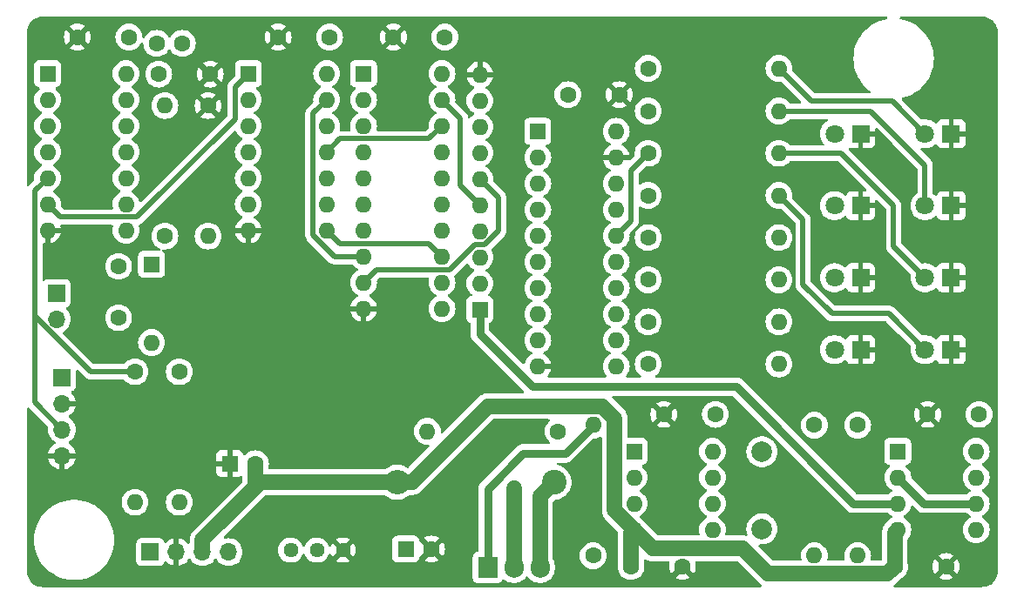
<source format=gbr>
%TF.GenerationSoftware,KiCad,Pcbnew,8.0.3*%
%TF.CreationDate,2024-12-27T16:28:35-08:00*%
%TF.ProjectId,enph259-servo,656e7068-3235-4392-9d73-6572766f2e6b,1*%
%TF.SameCoordinates,Original*%
%TF.FileFunction,Copper,L4,Bot*%
%TF.FilePolarity,Positive*%
%FSLAX46Y46*%
G04 Gerber Fmt 4.6, Leading zero omitted, Abs format (unit mm)*
G04 Created by KiCad (PCBNEW 8.0.3) date 2024-12-27 16:28:35*
%MOMM*%
%LPD*%
G01*
G04 APERTURE LIST*
%TA.AperFunction,ComponentPad*%
%ADD10C,2.000000*%
%TD*%
%TA.AperFunction,ComponentPad*%
%ADD11R,1.905000X2.000000*%
%TD*%
%TA.AperFunction,ComponentPad*%
%ADD12O,1.905000X2.000000*%
%TD*%
%TA.AperFunction,ComponentPad*%
%ADD13R,1.600000X1.600000*%
%TD*%
%TA.AperFunction,ComponentPad*%
%ADD14C,1.600000*%
%TD*%
%TA.AperFunction,ComponentPad*%
%ADD15C,1.440000*%
%TD*%
%TA.AperFunction,ComponentPad*%
%ADD16O,1.600000X1.600000*%
%TD*%
%TA.AperFunction,ComponentPad*%
%ADD17R,1.800000X1.800000*%
%TD*%
%TA.AperFunction,ComponentPad*%
%ADD18C,1.800000*%
%TD*%
%TA.AperFunction,ComponentPad*%
%ADD19R,1.700000X1.700000*%
%TD*%
%TA.AperFunction,ComponentPad*%
%ADD20O,1.700000X1.700000*%
%TD*%
%TA.AperFunction,ComponentPad*%
%ADD21C,2.400000*%
%TD*%
%TA.AperFunction,ComponentPad*%
%ADD22O,2.400000X2.400000*%
%TD*%
%TA.AperFunction,ViaPad*%
%ADD23C,0.600000*%
%TD*%
%TA.AperFunction,Conductor*%
%ADD24C,1.500000*%
%TD*%
%TA.AperFunction,Conductor*%
%ADD25C,0.500000*%
%TD*%
%TA.AperFunction,Conductor*%
%ADD26C,0.800000*%
%TD*%
G04 APERTURE END LIST*
D10*
%TO.P,C7,1*%
%TO.N,Net-(C7-Pad1)*%
X125100000Y-81745000D03*
%TO.P,C7,2*%
%TO.N,Net-(C7-Pad2)*%
X125100000Y-74245000D03*
%TD*%
D11*
%TO.P,Q1,1,B*%
%TO.N,BJT control*%
X98460000Y-85500000D03*
D12*
%TO.P,Q1,2,C*%
%TO.N,Net-(D9-A)*%
X101000000Y-85500000D03*
%TO.P,Q1,3,E*%
%TO.N,Net-(Q1-E)*%
X103540000Y-85500000D03*
%TD*%
D13*
%TO.P,C11,1*%
%TO.N,+5V*%
X90500000Y-83700000D03*
D14*
%TO.P,C11,2*%
%TO.N,GND*%
X93000000Y-83700000D03*
%TD*%
D15*
%TO.P,RV1,1,1*%
%TO.N,GND*%
X84400000Y-83800000D03*
%TO.P,RV1,2,2*%
%TO.N,Setpoint*%
X81860000Y-83800000D03*
%TO.P,RV1,3,3*%
%TO.N,Net-(R14-Pad2)*%
X79320000Y-83800000D03*
%TD*%
D14*
%TO.P,C5,1*%
%TO.N,+5V*%
X120580000Y-70600000D03*
%TO.P,C5,2*%
%TO.N,GND*%
X115580000Y-70600000D03*
%TD*%
D13*
%TO.P,U4,1,A->B*%
%TO.N,+5V*%
X103330000Y-43060000D03*
D16*
%TO.P,U4,2,A0*%
%TO.N,Net-(U3-Q0)*%
X103330000Y-45600000D03*
%TO.P,U4,3,A1*%
%TO.N,Net-(U3-Q1)*%
X103330000Y-48140000D03*
%TO.P,U4,4,A2*%
%TO.N,Net-(U3-Q2)*%
X103330000Y-50680000D03*
%TO.P,U4,5,A3*%
%TO.N,Net-(U3-Q3)*%
X103330000Y-53220000D03*
%TO.P,U4,6,A4*%
%TO.N,Net-(U3-Q7)*%
X103330000Y-55760000D03*
%TO.P,U4,7,A5*%
%TO.N,Net-(U3-Q6)*%
X103330000Y-58300000D03*
%TO.P,U4,8,A6*%
%TO.N,Net-(U3-Q5)*%
X103330000Y-60840000D03*
%TO.P,U4,9,A7*%
%TO.N,Net-(U3-Q4)*%
X103330000Y-63380000D03*
%TO.P,U4,10,GND*%
%TO.N,GND*%
X103330000Y-65920000D03*
%TO.P,U4,11,B7*%
%TO.N,Net-(U4-B7)*%
X110950000Y-65920000D03*
%TO.P,U4,12,B6*%
%TO.N,Net-(U4-B6)*%
X110950000Y-63380000D03*
%TO.P,U4,13,B5*%
%TO.N,Net-(U4-B5)*%
X110950000Y-60840000D03*
%TO.P,U4,14,B4*%
%TO.N,Net-(U4-B4)*%
X110950000Y-58300000D03*
%TO.P,U4,15,B3*%
%TO.N,Net-(U4-B3)*%
X110950000Y-55760000D03*
%TO.P,U4,16,B2*%
%TO.N,Net-(U4-B2)*%
X110950000Y-53220000D03*
%TO.P,U4,17,B1*%
%TO.N,Net-(U4-B1)*%
X110950000Y-50680000D03*
%TO.P,U4,18,B0*%
%TO.N,Net-(U4-B0)*%
X110950000Y-48140000D03*
%TO.P,U4,19,CE*%
%TO.N,GND*%
X110950000Y-45600000D03*
%TO.P,U4,20,VCC*%
%TO.N,+5V*%
X110950000Y-43060000D03*
%TD*%
D14*
%TO.P,R1,1*%
%TO.N,Net-(R1-Pad1)*%
X67100000Y-53260000D03*
D16*
%TO.P,R1,2*%
%TO.N,Net-(C1-Pad1)*%
X67100000Y-40560000D03*
%TD*%
D14*
%TO.P,R14,1*%
%TO.N,+5V*%
X105300000Y-72250000D03*
D16*
%TO.P,R14,2*%
%TO.N,Net-(R14-Pad2)*%
X92600000Y-72250000D03*
%TD*%
D13*
%TO.P,C12,1*%
%TO.N,GND*%
X73400000Y-75400000D03*
D14*
%TO.P,C12,2*%
%TO.N,-5V*%
X75900000Y-75400000D03*
%TD*%
D17*
%TO.P,D6,1,K*%
%TO.N,GND*%
X134690000Y-50300000D03*
D18*
%TO.P,D6,2,A*%
%TO.N,Net-(D6-A)*%
X132150000Y-50300000D03*
%TD*%
D14*
%TO.P,C3,1*%
%TO.N,-5V*%
X138000000Y-85400000D03*
%TO.P,C3,2*%
%TO.N,GND*%
X143000000Y-85400000D03*
%TD*%
%TO.P,R6,1*%
%TO.N,Net-(U4-B2)*%
X114050000Y-45200000D03*
D16*
%TO.P,R6,2*%
%TO.N,Net-(D3-A)*%
X126750000Y-45200000D03*
%TD*%
D14*
%TO.P,R10,1*%
%TO.N,Net-(U4-B6)*%
X114050000Y-61600000D03*
D16*
%TO.P,R10,2*%
%TO.N,Net-(D7-A)*%
X126750000Y-61600000D03*
%TD*%
D13*
%TO.P,U6,1,NULL*%
%TO.N,unconnected-(U6-NULL-Pad1)*%
X112680000Y-74200000D03*
D16*
%TO.P,U6,2,-*%
%TO.N,Net-(U6--)*%
X112680000Y-76740000D03*
%TO.P,U6,3,+*%
%TO.N,Setpoint*%
X112680000Y-79280000D03*
%TO.P,U6,4,V-*%
%TO.N,-5V*%
X112680000Y-81820000D03*
%TO.P,U6,5,NULL*%
%TO.N,unconnected-(U6-NULL-Pad5)*%
X120300000Y-81820000D03*
%TO.P,U6,6*%
%TO.N,Net-(C7-Pad2)*%
X120300000Y-79280000D03*
%TO.P,U6,7,V+*%
%TO.N,+5V*%
X120300000Y-76740000D03*
%TO.P,U6,8,NC*%
%TO.N,unconnected-(U6-NC-Pad8)*%
X120300000Y-74200000D03*
%TD*%
D14*
%TO.P,R18,1*%
%TO.N,Net-(Q2-Pad3)*%
X64200000Y-66450000D03*
D16*
%TO.P,R18,2*%
%TO.N,+5V*%
X64200000Y-79150000D03*
%TD*%
D17*
%TO.P,D4,1,K*%
%TO.N,GND*%
X143490000Y-64300000D03*
D18*
%TO.P,D4,2,A*%
%TO.N,Net-(D4-A)*%
X140950000Y-64300000D03*
%TD*%
D14*
%TO.P,R13,1*%
%TO.N,Net-(U6--)*%
X130200000Y-71650000D03*
D16*
%TO.P,R13,2*%
%TO.N,Net-(C7-Pad1)*%
X130200000Y-84350000D03*
%TD*%
D14*
%TO.P,R2,1*%
%TO.N,GND*%
X71300000Y-40560000D03*
D16*
%TO.P,R2,2*%
%TO.N,Net-(C2-Pad2)*%
X71300000Y-53260000D03*
%TD*%
D14*
%TO.P,R12,1*%
%TO.N,Net-(U5--)*%
X134400000Y-71650000D03*
D16*
%TO.P,R12,2*%
%TO.N,Net-(U6--)*%
X134400000Y-84350000D03*
%TD*%
D14*
%TO.P,R8,1*%
%TO.N,Net-(U4-B4)*%
X114050000Y-53400000D03*
D16*
%TO.P,R8,2*%
%TO.N,Net-(D5-A)*%
X126750000Y-53400000D03*
%TD*%
D14*
%TO.P,R7,1*%
%TO.N,Net-(U4-B3)*%
X114050000Y-49300000D03*
D16*
%TO.P,R7,2*%
%TO.N,Net-(D4-A)*%
X126750000Y-49300000D03*
%TD*%
D14*
%TO.P,R17,1*%
%TO.N,Net-(Q2-Pad1)*%
X68500000Y-66450000D03*
D16*
%TO.P,R17,2*%
%TO.N,+5V*%
X68500000Y-79150000D03*
%TD*%
D13*
%TO.P,U2,1,CP*%
%TO.N,Clock*%
X75200000Y-37460000D03*
D16*
%TO.P,U2,2,MR*%
%TO.N,Reset*%
X75200000Y-40000000D03*
%TO.P,U2,3,Q0*%
%TO.N,Net-(U2A-Q0)*%
X75200000Y-42540000D03*
%TO.P,U2,4,Q1*%
%TO.N,Net-(U2A-Q1)*%
X75200000Y-45080000D03*
%TO.P,U2,5,Q2*%
%TO.N,Net-(U2A-Q2)*%
X75200000Y-47620000D03*
%TO.P,U2,6,Q3*%
%TO.N,Net-(U2A-Q3)*%
X75200000Y-50160000D03*
%TO.P,U2,7,GND*%
%TO.N,GND*%
X75200000Y-52700000D03*
%TO.P,U2,8,Q3*%
%TO.N,Net-(U2B-Q3)*%
X82820000Y-52700000D03*
%TO.P,U2,9,Q2*%
%TO.N,Net-(U2B-Q2)*%
X82820000Y-50160000D03*
%TO.P,U2,10,Q1*%
%TO.N,Net-(U2B-Q1)*%
X82820000Y-47620000D03*
%TO.P,U2,11,Q0*%
%TO.N,Net-(U2B-Q0)*%
X82820000Y-45080000D03*
%TO.P,U2,12,MR*%
%TO.N,Reset*%
X82820000Y-42540000D03*
%TO.P,U2,13,CP*%
%TO.N,Net-(U2A-Q3)*%
X82820000Y-40000000D03*
%TO.P,U2,14,VCC*%
%TO.N,+5V*%
X82820000Y-37460000D03*
%TD*%
D14*
%TO.P,C8,1*%
%TO.N,+5V*%
X94300000Y-33900000D03*
%TO.P,C8,2*%
%TO.N,GND*%
X89300000Y-33900000D03*
%TD*%
D19*
%TO.P,M1,1,+*%
%TO.N,+5V*%
X56600000Y-58800000D03*
D20*
%TO.P,M1,2,-*%
%TO.N,Net-(D9-A)*%
X56600000Y-61340000D03*
%TD*%
D17*
%TO.P,D1,1,K*%
%TO.N,GND*%
X143490000Y-43300000D03*
D18*
%TO.P,D1,2,A*%
%TO.N,Net-(D1-A)*%
X140950000Y-43300000D03*
%TD*%
D14*
%TO.P,R5,1*%
%TO.N,Net-(U4-B1)*%
X114050000Y-41100000D03*
D16*
%TO.P,R5,2*%
%TO.N,Net-(D2-A)*%
X126750000Y-41100000D03*
%TD*%
D13*
%TO.P,R3,1*%
%TO.N,Analog out*%
X97700000Y-60410000D03*
D16*
%TO.P,R3,2*%
%TO.N,Net-(U3-Q4)*%
X97700000Y-57870000D03*
%TO.P,R3,3*%
%TO.N,Net-(U3-Q5)*%
X97700000Y-55330000D03*
%TO.P,R3,4*%
%TO.N,Net-(U3-Q6)*%
X97700000Y-52790000D03*
%TO.P,R3,5*%
%TO.N,Net-(U3-Q7)*%
X97700000Y-50250000D03*
%TO.P,R3,6*%
%TO.N,Net-(U3-Q3)*%
X97700000Y-47710000D03*
%TO.P,R3,7*%
%TO.N,Net-(U3-Q2)*%
X97700000Y-45170000D03*
%TO.P,R3,8*%
%TO.N,Net-(U3-Q1)*%
X97700000Y-42630000D03*
%TO.P,R3,9*%
%TO.N,Net-(U3-Q0)*%
X97700000Y-40090000D03*
%TO.P,R3,10*%
%TO.N,GND*%
X97700000Y-37550000D03*
%TD*%
D14*
%TO.P,C10,1*%
%TO.N,+5V*%
X63600000Y-33900000D03*
%TO.P,C10,2*%
%TO.N,GND*%
X58600000Y-33900000D03*
%TD*%
D13*
%TO.P,U1,1*%
%TO.N,5 Hz*%
X55700000Y-37460000D03*
D16*
%TO.P,U1,2*%
%TO.N,Net-(R1-Pad1)*%
X55700000Y-40000000D03*
%TO.P,U1,3*%
X55700000Y-42540000D03*
%TO.P,U1,4*%
%TO.N,Latch*%
X55700000Y-45080000D03*
%TO.P,U1,5*%
%TO.N,Net-(Q2-Pad3)*%
X55700000Y-47620000D03*
%TO.P,U1,6*%
%TO.N,Clock*%
X55700000Y-50160000D03*
%TO.P,U1,7,GND*%
%TO.N,GND*%
X55700000Y-52700000D03*
%TO.P,U1,8*%
%TO.N,Reset*%
X63320000Y-52700000D03*
%TO.P,U1,9*%
%TO.N,Net-(U1-Pad10)*%
X63320000Y-50160000D03*
%TO.P,U1,10*%
X63320000Y-47620000D03*
%TO.P,U1,11*%
%TO.N,Net-(C2-Pad2)*%
X63320000Y-45080000D03*
%TO.P,U1,12*%
%TO.N,Net-(C2-Pad1)*%
X63320000Y-42540000D03*
%TO.P,U1,13*%
%TO.N,Net-(C1-Pad1)*%
X63320000Y-40000000D03*
%TO.P,U1,14,VCC*%
%TO.N,+5V*%
X63320000Y-37460000D03*
%TD*%
D19*
%TO.P,J1,1,Pin_1*%
%TO.N,+5V*%
X65680000Y-84000000D03*
D20*
%TO.P,J1,2,Pin_2*%
%TO.N,GND*%
X68220000Y-84000000D03*
%TO.P,J1,3,Pin_3*%
%TO.N,-5V*%
X70760000Y-84000000D03*
%TO.P,J1,4,Pin_4*%
%TO.N,5 Hz*%
X73300000Y-84000000D03*
%TD*%
D14*
%TO.P,C4,1*%
%TO.N,+5V*%
X146200000Y-70600000D03*
%TO.P,C4,2*%
%TO.N,GND*%
X141200000Y-70600000D03*
%TD*%
%TO.P,R15,1*%
%TO.N,Net-(C7-Pad2)*%
X108700000Y-84350000D03*
D16*
%TO.P,R15,2*%
%TO.N,BJT control*%
X108700000Y-71650000D03*
%TD*%
D13*
%TO.P,D9,1,K*%
%TO.N,+5V*%
X65800000Y-55990000D03*
D16*
%TO.P,D9,2,A*%
%TO.N,Net-(D9-A)*%
X65800000Y-63610000D03*
%TD*%
D14*
%TO.P,C9,1*%
%TO.N,+5V*%
X83100000Y-33900000D03*
%TO.P,C9,2*%
%TO.N,GND*%
X78100000Y-33900000D03*
%TD*%
%TO.P,C2,1*%
%TO.N,Net-(C2-Pad1)*%
X66300000Y-34500000D03*
%TO.P,C2,2*%
%TO.N,Net-(C2-Pad2)*%
X68800000Y-34500000D03*
%TD*%
D17*
%TO.P,D8,1,K*%
%TO.N,GND*%
X134690000Y-64300000D03*
D18*
%TO.P,D8,2,A*%
%TO.N,Net-(D8-A)*%
X132150000Y-64300000D03*
%TD*%
D21*
%TO.P,R16,1*%
%TO.N,Net-(Q1-E)*%
X104900000Y-77200000D03*
D22*
%TO.P,R16,2*%
%TO.N,-5V*%
X89660000Y-77200000D03*
%TD*%
D14*
%TO.P,C14,1*%
%TO.N,GND*%
X111250000Y-39500000D03*
%TO.P,C14,2*%
%TO.N,+5V*%
X106250000Y-39500000D03*
%TD*%
D17*
%TO.P,D3,1,K*%
%TO.N,GND*%
X143490000Y-57300000D03*
D18*
%TO.P,D3,2,A*%
%TO.N,Net-(D3-A)*%
X140950000Y-57300000D03*
%TD*%
D17*
%TO.P,D7,1,K*%
%TO.N,GND*%
X134690000Y-57300000D03*
D18*
%TO.P,D7,2,A*%
%TO.N,Net-(D7-A)*%
X132150000Y-57300000D03*
%TD*%
D17*
%TO.P,D2,1,K*%
%TO.N,GND*%
X143490000Y-50300000D03*
D18*
%TO.P,D2,2,A*%
%TO.N,Net-(D2-A)*%
X140950000Y-50300000D03*
%TD*%
D14*
%TO.P,R11,1*%
%TO.N,Net-(U4-B7)*%
X114050000Y-65700000D03*
D16*
%TO.P,R11,2*%
%TO.N,Net-(D8-A)*%
X126750000Y-65700000D03*
%TD*%
D14*
%TO.P,C1,1*%
%TO.N,Net-(C1-Pad1)*%
X66500000Y-37500000D03*
%TO.P,C1,2*%
%TO.N,GND*%
X71500000Y-37500000D03*
%TD*%
%TO.P,R4,1*%
%TO.N,Net-(U4-B0)*%
X114050000Y-36950000D03*
D16*
%TO.P,R4,2*%
%TO.N,Net-(D1-A)*%
X126750000Y-36950000D03*
%TD*%
D13*
%TO.P,U5,1,NULL*%
%TO.N,unconnected-(U5-NULL-Pad1)*%
X138300000Y-74200000D03*
D16*
%TO.P,U5,2,-*%
%TO.N,Net-(U5--)*%
X138300000Y-76740000D03*
%TO.P,U5,3,+*%
%TO.N,Analog out*%
X138300000Y-79280000D03*
%TO.P,U5,4,V-*%
%TO.N,-5V*%
X138300000Y-81820000D03*
%TO.P,U5,5,NULL*%
%TO.N,unconnected-(U5-NULL-Pad5)*%
X145920000Y-81820000D03*
%TO.P,U5,6*%
%TO.N,Net-(U5--)*%
X145920000Y-79280000D03*
%TO.P,U5,7,V+*%
%TO.N,+5V*%
X145920000Y-76740000D03*
%TO.P,U5,8,NC*%
%TO.N,unconnected-(U5-NC-Pad8)*%
X145920000Y-74200000D03*
%TD*%
D14*
%TO.P,C6,1*%
%TO.N,-5V*%
X112380000Y-85400000D03*
%TO.P,C6,2*%
%TO.N,GND*%
X117380000Y-85400000D03*
%TD*%
%TO.P,C13,1*%
%TO.N,Net-(D9-A)*%
X62600000Y-61200000D03*
%TO.P,C13,2*%
%TO.N,+5V*%
X62600000Y-56200000D03*
%TD*%
%TO.P,R9,1*%
%TO.N,Net-(U4-B5)*%
X114050000Y-57500000D03*
D16*
%TO.P,R9,2*%
%TO.N,Net-(D6-A)*%
X126750000Y-57500000D03*
%TD*%
D17*
%TO.P,D5,1,K*%
%TO.N,GND*%
X134690000Y-43300000D03*
D18*
%TO.P,D5,2,A*%
%TO.N,Net-(D5-A)*%
X132150000Y-43300000D03*
%TD*%
D13*
%TO.P,U3,1,~{Mr}*%
%TO.N,+5V*%
X86400000Y-37460000D03*
D16*
%TO.P,U3,2,Q0*%
%TO.N,Net-(U3-Q0)*%
X86400000Y-40000000D03*
%TO.P,U3,3,D0*%
%TO.N,Net-(U2A-Q0)*%
X86400000Y-42540000D03*
%TO.P,U3,4,D1*%
%TO.N,Net-(U2A-Q1)*%
X86400000Y-45080000D03*
%TO.P,U3,5,Q1*%
%TO.N,Net-(U3-Q1)*%
X86400000Y-47620000D03*
%TO.P,U3,6,Q2*%
%TO.N,Net-(U3-Q2)*%
X86400000Y-50160000D03*
%TO.P,U3,7,D2*%
%TO.N,Net-(U2A-Q2)*%
X86400000Y-52700000D03*
%TO.P,U3,8,D3*%
%TO.N,Net-(U2A-Q3)*%
X86400000Y-55240000D03*
%TO.P,U3,9,Q3*%
%TO.N,Net-(U3-Q3)*%
X86400000Y-57780000D03*
%TO.P,U3,10,GND*%
%TO.N,GND*%
X86400000Y-60320000D03*
%TO.P,U3,11,Cp*%
%TO.N,Latch*%
X94020000Y-60320000D03*
%TO.P,U3,12,Q4*%
%TO.N,Net-(U3-Q4)*%
X94020000Y-57780000D03*
%TO.P,U3,13,D4*%
%TO.N,Net-(U2B-Q3)*%
X94020000Y-55240000D03*
%TO.P,U3,14,D5*%
%TO.N,Net-(U2B-Q2)*%
X94020000Y-52700000D03*
%TO.P,U3,15,Q5*%
%TO.N,Net-(U3-Q5)*%
X94020000Y-50160000D03*
%TO.P,U3,16,Q6*%
%TO.N,Net-(U3-Q6)*%
X94020000Y-47620000D03*
%TO.P,U3,17,D6*%
%TO.N,Net-(U2B-Q1)*%
X94020000Y-45080000D03*
%TO.P,U3,18,D7*%
%TO.N,Net-(U2B-Q0)*%
X94020000Y-42540000D03*
%TO.P,U3,19,Q7*%
%TO.N,Net-(U3-Q7)*%
X94020000Y-40000000D03*
%TO.P,U3,20,VCC*%
%TO.N,+5V*%
X94020000Y-37460000D03*
%TD*%
D19*
%TO.P,Q2,1,1*%
%TO.N,Net-(Q2-Pad1)*%
X57100000Y-67000000D03*
D20*
%TO.P,Q2,2,2*%
%TO.N,GND*%
X57100000Y-69540000D03*
%TO.P,Q2,3,3*%
%TO.N,Net-(Q2-Pad3)*%
X57100000Y-72080000D03*
%TO.P,Q2,4,4*%
%TO.N,GND*%
X57100000Y-74620000D03*
%TD*%
D23*
%TO.N,Net-(D9-A)*%
X101000000Y-77800000D03*
%TD*%
D24*
%TO.N,-5V*%
X109600000Y-69800000D02*
X98500000Y-69800000D01*
X70760000Y-82797918D02*
X76357918Y-77200000D01*
X98500000Y-69800000D02*
X91100000Y-77200000D01*
X76357918Y-77200000D02*
X89660000Y-77200000D01*
X114510000Y-83650000D02*
X123250000Y-83650000D01*
X110800000Y-71000000D02*
X109600000Y-69800000D01*
X70760000Y-84000000D02*
X70760000Y-82797919D01*
X123250000Y-83650000D02*
X125700000Y-86100000D01*
X125700000Y-86100000D02*
X137300000Y-86100000D01*
X112380000Y-85400000D02*
X112380000Y-82120000D01*
X91100000Y-77200000D02*
X89660000Y-77200000D01*
X110800000Y-79940000D02*
X110800000Y-71000000D01*
X112380000Y-82120000D02*
X112680000Y-81820000D01*
X75900000Y-77657919D02*
X75900000Y-75400000D01*
X138000000Y-82120000D02*
X138300000Y-81820000D01*
X70760000Y-82797919D02*
X75900000Y-77657919D01*
X138000000Y-85400000D02*
X138000000Y-82120000D01*
X137300000Y-86100000D02*
X138000000Y-85400000D01*
X112680000Y-81820000D02*
X110800000Y-79940000D01*
X70760000Y-82797919D02*
X70760000Y-82797918D01*
X112680000Y-81820000D02*
X114510000Y-83650000D01*
%TO.N,Net-(D9-A)*%
X101000000Y-77800000D02*
X101000000Y-85500000D01*
D25*
%TO.N,Net-(D1-A)*%
X126750000Y-36950000D02*
X129938338Y-40138338D01*
X129938338Y-40138338D02*
X137788338Y-40138338D01*
X137788338Y-40138338D02*
X140950000Y-43300000D01*
%TO.N,Net-(D2-A)*%
X126750000Y-41100000D02*
X135700000Y-41100000D01*
X135700000Y-41100000D02*
X140950000Y-46350000D01*
X140950000Y-46350000D02*
X140950000Y-50300000D01*
%TO.N,Net-(D3-A)*%
X137900000Y-50300000D02*
X137900000Y-54250000D01*
X132800000Y-45200000D02*
X137900000Y-50300000D01*
X137900000Y-54250000D02*
X140950000Y-57300000D01*
X126750000Y-45200000D02*
X132800000Y-45200000D01*
%TO.N,Net-(D4-A)*%
X131900000Y-60800000D02*
X137450000Y-60800000D01*
X129100000Y-51650000D02*
X129100000Y-58000000D01*
X129100000Y-58000000D02*
X131900000Y-60800000D01*
X126750000Y-49300000D02*
X129100000Y-51650000D01*
X137450000Y-60800000D02*
X140950000Y-64300000D01*
D24*
%TO.N,Net-(Q1-E)*%
X103540000Y-85500000D02*
X103540000Y-78560000D01*
X103540000Y-78560000D02*
X104900000Y-77200000D01*
D26*
%TO.N,BJT control*%
X108700000Y-71700000D02*
X106000000Y-74400000D01*
X98460000Y-77840000D02*
X98460000Y-85500000D01*
X101900000Y-74400000D02*
X98460000Y-77840000D01*
X106000000Y-74400000D02*
X101900000Y-74400000D01*
X108700000Y-71650000D02*
X108700000Y-71700000D01*
D25*
%TO.N,Net-(Q2-Pad3)*%
X59871522Y-66450000D02*
X64200000Y-66450000D01*
X55700000Y-47620000D02*
X54450000Y-48870000D01*
X54450000Y-69430000D02*
X57100000Y-72080000D01*
X54450000Y-61028478D02*
X59871522Y-66450000D01*
X54450000Y-48870000D02*
X54450000Y-69430000D01*
X54450000Y-48870000D02*
X54450000Y-61028478D01*
%TO.N,Net-(U3-Q7)*%
X95800000Y-41780000D02*
X95800000Y-48350000D01*
X95800000Y-48350000D02*
X97700000Y-50250000D01*
X94020000Y-40000000D02*
X95800000Y-41780000D01*
%TO.N,Net-(U3-Q3)*%
X99500000Y-49510000D02*
X97700000Y-47710000D01*
X99500000Y-52757767D02*
X99500000Y-49510000D01*
X98177767Y-54080000D02*
X99500000Y-52757767D01*
X94732233Y-56530000D02*
X97182233Y-54080000D01*
X86400000Y-57780000D02*
X87650000Y-56530000D01*
X97182233Y-54080000D02*
X98177767Y-54080000D01*
X87650000Y-56530000D02*
X94732233Y-56530000D01*
D26*
%TO.N,Analog out*%
X102800000Y-67900000D02*
X122600000Y-67900000D01*
X97700000Y-60410000D02*
X97700000Y-62800000D01*
X97700000Y-62800000D02*
X102800000Y-67900000D01*
X133980000Y-79280000D02*
X138300000Y-79280000D01*
X122600000Y-67900000D02*
X133980000Y-79280000D01*
D25*
%TO.N,Net-(U4-B2)*%
X112400000Y-51770000D02*
X110950000Y-53220000D01*
X112400000Y-46850000D02*
X112400000Y-51770000D01*
X114050000Y-45200000D02*
X112400000Y-46850000D01*
D26*
%TO.N,Net-(U5--)*%
X138300000Y-76740000D02*
X140860000Y-79300000D01*
X145900000Y-79300000D02*
X145920000Y-79280000D01*
X140860000Y-79300000D02*
X145900000Y-79300000D01*
D25*
%TO.N,Clock*%
X73910000Y-41890000D02*
X64390000Y-51410000D01*
X73910000Y-38750000D02*
X73910000Y-41890000D01*
X56950000Y-51410000D02*
X55700000Y-50160000D01*
X75200000Y-37460000D02*
X73910000Y-38750000D01*
X64390000Y-51410000D02*
X56950000Y-51410000D01*
%TO.N,Net-(U2A-Q3)*%
X81500000Y-41320000D02*
X82820000Y-40000000D01*
X86400000Y-55240000D02*
X83592233Y-55240000D01*
X83592233Y-55240000D02*
X81500000Y-53147767D01*
X81500000Y-53147767D02*
X81500000Y-41320000D01*
%TO.N,Net-(U2B-Q3)*%
X84110000Y-53990000D02*
X82820000Y-52700000D01*
X92770000Y-53990000D02*
X84110000Y-53990000D01*
X94020000Y-55240000D02*
X92770000Y-53990000D01*
%TO.N,Net-(U2B-Q0)*%
X92770000Y-43790000D02*
X84110000Y-43790000D01*
X94020000Y-42540000D02*
X92770000Y-43790000D01*
X84110000Y-43790000D02*
X82820000Y-45080000D01*
%TD*%
%TA.AperFunction,Conductor*%
%TO.N,GND*%
G36*
X137250183Y-31920185D02*
G01*
X137295938Y-31972989D01*
X137305882Y-32042147D01*
X137276857Y-32105703D01*
X137218079Y-32143477D01*
X137208114Y-32145959D01*
X136938620Y-32201341D01*
X136921068Y-32204949D01*
X136921062Y-32204950D01*
X136543610Y-32323377D01*
X136543589Y-32323385D01*
X136180035Y-32479398D01*
X135834128Y-32671392D01*
X135834123Y-32671395D01*
X135509409Y-32897402D01*
X135209231Y-33155097D01*
X134936655Y-33441847D01*
X134694501Y-33754686D01*
X134485227Y-34090433D01*
X134311001Y-34445615D01*
X134310995Y-34445630D01*
X134173599Y-34816610D01*
X134074432Y-35199616D01*
X134014524Y-35590672D01*
X133994487Y-35985786D01*
X134014524Y-36380899D01*
X134074432Y-36771955D01*
X134074433Y-36771960D01*
X134093995Y-36847512D01*
X134173599Y-37154961D01*
X134310995Y-37525941D01*
X134311001Y-37525956D01*
X134485227Y-37881138D01*
X134528179Y-37950047D01*
X134694498Y-38216881D01*
X134694500Y-38216884D01*
X134694501Y-38216885D01*
X134915454Y-38502335D01*
X134936660Y-38529730D01*
X135179445Y-38785139D01*
X135209231Y-38816474D01*
X135509409Y-39074169D01*
X135635690Y-39162063D01*
X135679469Y-39216517D01*
X135686857Y-39285995D01*
X135655511Y-39348438D01*
X135595381Y-39384021D01*
X135564853Y-39387838D01*
X130300568Y-39387838D01*
X130233529Y-39368153D01*
X130212887Y-39351519D01*
X128076716Y-37215348D01*
X128043231Y-37154025D01*
X128040869Y-37116863D01*
X128055468Y-36950000D01*
X128035635Y-36723308D01*
X127976739Y-36503504D01*
X127880568Y-36297266D01*
X127750047Y-36110861D01*
X127750045Y-36110858D01*
X127589141Y-35949954D01*
X127402734Y-35819432D01*
X127402732Y-35819431D01*
X127196497Y-35723261D01*
X127196488Y-35723258D01*
X126976697Y-35664366D01*
X126976693Y-35664365D01*
X126976692Y-35664365D01*
X126976691Y-35664364D01*
X126976686Y-35664364D01*
X126750002Y-35644532D01*
X126749998Y-35644532D01*
X126523313Y-35664364D01*
X126523302Y-35664366D01*
X126303511Y-35723258D01*
X126303502Y-35723261D01*
X126097267Y-35819431D01*
X126097265Y-35819432D01*
X125910858Y-35949954D01*
X125749954Y-36110858D01*
X125619432Y-36297265D01*
X125619431Y-36297267D01*
X125523261Y-36503502D01*
X125523258Y-36503511D01*
X125464366Y-36723302D01*
X125464364Y-36723313D01*
X125444532Y-36949998D01*
X125444532Y-36950001D01*
X125464364Y-37176686D01*
X125464366Y-37176697D01*
X125523258Y-37396488D01*
X125523261Y-37396497D01*
X125619431Y-37602732D01*
X125619432Y-37602734D01*
X125749954Y-37789141D01*
X125910858Y-37950045D01*
X125910861Y-37950047D01*
X126097266Y-38080568D01*
X126303504Y-38176739D01*
X126523308Y-38235635D01*
X126685230Y-38249801D01*
X126749998Y-38255468D01*
X126750000Y-38255468D01*
X126750001Y-38255468D01*
X126770062Y-38253712D01*
X126916861Y-38240869D01*
X126985359Y-38254635D01*
X127015348Y-38276716D01*
X128876451Y-40137819D01*
X128909936Y-40199142D01*
X128904952Y-40268834D01*
X128863080Y-40324767D01*
X128797616Y-40349184D01*
X128788770Y-40349500D01*
X127876663Y-40349500D01*
X127809624Y-40329815D01*
X127775088Y-40296623D01*
X127750045Y-40260858D01*
X127589141Y-40099954D01*
X127402734Y-39969432D01*
X127402732Y-39969431D01*
X127196497Y-39873261D01*
X127196488Y-39873258D01*
X126976697Y-39814366D01*
X126976693Y-39814365D01*
X126976692Y-39814365D01*
X126976691Y-39814364D01*
X126976686Y-39814364D01*
X126750002Y-39794532D01*
X126749998Y-39794532D01*
X126523313Y-39814364D01*
X126523302Y-39814366D01*
X126303511Y-39873258D01*
X126303502Y-39873261D01*
X126097267Y-39969431D01*
X126097265Y-39969432D01*
X125910858Y-40099954D01*
X125749954Y-40260858D01*
X125619432Y-40447265D01*
X125619431Y-40447267D01*
X125523261Y-40653502D01*
X125523258Y-40653511D01*
X125464366Y-40873302D01*
X125464364Y-40873313D01*
X125444532Y-41099998D01*
X125444532Y-41100001D01*
X125464364Y-41326686D01*
X125464366Y-41326697D01*
X125523258Y-41546488D01*
X125523261Y-41546497D01*
X125619431Y-41752732D01*
X125619432Y-41752734D01*
X125749954Y-41939141D01*
X125910858Y-42100045D01*
X125944400Y-42123531D01*
X126097266Y-42230568D01*
X126303504Y-42326739D01*
X126523308Y-42385635D01*
X126685230Y-42399801D01*
X126749998Y-42405468D01*
X126750000Y-42405468D01*
X126750002Y-42405468D01*
X126806673Y-42400509D01*
X126976692Y-42385635D01*
X127196496Y-42326739D01*
X127402734Y-42230568D01*
X127589139Y-42100047D01*
X127750047Y-41939139D01*
X127772969Y-41906403D01*
X127775088Y-41903377D01*
X127829665Y-41859752D01*
X127876663Y-41850500D01*
X131396224Y-41850500D01*
X131463263Y-41870185D01*
X131509018Y-41922989D01*
X131518962Y-41992147D01*
X131489937Y-42055703D01*
X131455241Y-42083555D01*
X131381376Y-42123528D01*
X131381365Y-42123535D01*
X131198222Y-42266081D01*
X131198219Y-42266084D01*
X131198216Y-42266086D01*
X131198216Y-42266087D01*
X131173791Y-42292620D01*
X131041016Y-42436852D01*
X130914075Y-42631151D01*
X130820842Y-42843699D01*
X130763866Y-43068691D01*
X130763864Y-43068702D01*
X130744700Y-43299993D01*
X130744700Y-43300006D01*
X130763864Y-43531297D01*
X130763866Y-43531308D01*
X130820842Y-43756300D01*
X130914075Y-43968848D01*
X131041016Y-44163147D01*
X131041019Y-44163151D01*
X131041021Y-44163153D01*
X131113162Y-44241519D01*
X131144083Y-44304172D01*
X131136223Y-44373598D01*
X131092076Y-44427753D01*
X131025658Y-44449444D01*
X131021931Y-44449500D01*
X127876663Y-44449500D01*
X127809624Y-44429815D01*
X127775088Y-44396623D01*
X127750045Y-44360858D01*
X127589141Y-44199954D01*
X127402734Y-44069432D01*
X127402732Y-44069431D01*
X127196497Y-43973261D01*
X127196488Y-43973258D01*
X126976697Y-43914366D01*
X126976693Y-43914365D01*
X126976692Y-43914365D01*
X126976691Y-43914364D01*
X126976686Y-43914364D01*
X126750002Y-43894532D01*
X126749998Y-43894532D01*
X126523313Y-43914364D01*
X126523302Y-43914366D01*
X126303511Y-43973258D01*
X126303502Y-43973261D01*
X126097267Y-44069431D01*
X126097265Y-44069432D01*
X125910858Y-44199954D01*
X125749954Y-44360858D01*
X125619432Y-44547265D01*
X125619431Y-44547267D01*
X125523261Y-44753502D01*
X125523258Y-44753511D01*
X125464366Y-44973302D01*
X125464364Y-44973313D01*
X125444532Y-45199998D01*
X125444532Y-45200001D01*
X125464364Y-45426686D01*
X125464366Y-45426697D01*
X125523258Y-45646488D01*
X125523261Y-45646497D01*
X125619431Y-45852732D01*
X125619432Y-45852734D01*
X125749954Y-46039141D01*
X125910858Y-46200045D01*
X125957693Y-46232839D01*
X126097266Y-46330568D01*
X126303504Y-46426739D01*
X126523308Y-46485635D01*
X126685230Y-46499801D01*
X126749998Y-46505468D01*
X126750000Y-46505468D01*
X126750002Y-46505468D01*
X126806673Y-46500509D01*
X126976692Y-46485635D01*
X127196496Y-46426739D01*
X127402734Y-46330568D01*
X127589139Y-46200047D01*
X127750047Y-46039139D01*
X127775088Y-46003377D01*
X127829665Y-45959752D01*
X127876663Y-45950500D01*
X132437770Y-45950500D01*
X132504809Y-45970185D01*
X132525451Y-45986819D01*
X134811366Y-48272734D01*
X135226952Y-48688319D01*
X135260437Y-48749642D01*
X135255453Y-48819334D01*
X135213581Y-48875267D01*
X135148117Y-48899684D01*
X135139271Y-48900000D01*
X134940000Y-48900000D01*
X134940000Y-49924722D01*
X134863694Y-49880667D01*
X134749244Y-49850000D01*
X134630756Y-49850000D01*
X134516306Y-49880667D01*
X134440000Y-49924722D01*
X134440000Y-48900000D01*
X133742155Y-48900000D01*
X133682627Y-48906401D01*
X133682620Y-48906403D01*
X133547913Y-48956645D01*
X133547906Y-48956649D01*
X133432812Y-49042809D01*
X133432809Y-49042812D01*
X133346649Y-49157906D01*
X133346646Y-49157911D01*
X133317924Y-49234920D01*
X133276052Y-49290853D01*
X133210588Y-49315270D01*
X133142315Y-49300418D01*
X133110514Y-49275571D01*
X133101784Y-49266087D01*
X133101779Y-49266083D01*
X133101777Y-49266081D01*
X132918634Y-49123535D01*
X132918628Y-49123531D01*
X132714504Y-49013064D01*
X132714495Y-49013061D01*
X132494984Y-48937702D01*
X132307404Y-48906401D01*
X132266049Y-48899500D01*
X132033951Y-48899500D01*
X131992596Y-48906401D01*
X131805015Y-48937702D01*
X131585504Y-49013061D01*
X131585495Y-49013064D01*
X131381371Y-49123531D01*
X131381365Y-49123535D01*
X131198222Y-49266081D01*
X131198219Y-49266084D01*
X131198216Y-49266086D01*
X131198216Y-49266087D01*
X131173791Y-49292620D01*
X131041016Y-49436852D01*
X130914075Y-49631151D01*
X130820842Y-49843699D01*
X130763866Y-50068691D01*
X130763864Y-50068702D01*
X130744700Y-50299993D01*
X130744700Y-50300006D01*
X130763864Y-50531297D01*
X130763866Y-50531308D01*
X130820842Y-50756300D01*
X130914075Y-50968848D01*
X131041016Y-51163147D01*
X131041019Y-51163151D01*
X131041021Y-51163153D01*
X131198216Y-51333913D01*
X131198219Y-51333915D01*
X131198222Y-51333918D01*
X131381365Y-51476464D01*
X131381371Y-51476468D01*
X131381374Y-51476470D01*
X131585497Y-51586936D01*
X131699487Y-51626068D01*
X131805015Y-51662297D01*
X131805017Y-51662297D01*
X131805019Y-51662298D01*
X132033951Y-51700500D01*
X132033952Y-51700500D01*
X132266048Y-51700500D01*
X132266049Y-51700500D01*
X132494981Y-51662298D01*
X132714503Y-51586936D01*
X132918626Y-51476470D01*
X132932762Y-51465468D01*
X133041841Y-51380568D01*
X133101784Y-51333913D01*
X133110511Y-51324432D01*
X133170394Y-51288441D01*
X133240232Y-51290538D01*
X133297850Y-51330060D01*
X133317924Y-51365080D01*
X133346645Y-51442086D01*
X133346649Y-51442093D01*
X133432809Y-51557187D01*
X133432812Y-51557190D01*
X133547906Y-51643350D01*
X133547913Y-51643354D01*
X133682620Y-51693596D01*
X133682627Y-51693598D01*
X133742155Y-51699999D01*
X133742172Y-51700000D01*
X134440000Y-51700000D01*
X134440000Y-50675277D01*
X134516306Y-50719333D01*
X134630756Y-50750000D01*
X134749244Y-50750000D01*
X134863694Y-50719333D01*
X134940000Y-50675277D01*
X134940000Y-51700000D01*
X135637828Y-51700000D01*
X135637844Y-51699999D01*
X135697372Y-51693598D01*
X135697379Y-51693596D01*
X135832086Y-51643354D01*
X135832093Y-51643350D01*
X135947187Y-51557190D01*
X135947190Y-51557187D01*
X136033350Y-51442093D01*
X136033354Y-51442086D01*
X136083596Y-51307379D01*
X136083598Y-51307372D01*
X136089999Y-51247844D01*
X136090000Y-51247827D01*
X136090000Y-50550000D01*
X135065278Y-50550000D01*
X135109333Y-50473694D01*
X135140000Y-50359244D01*
X135140000Y-50240756D01*
X135109333Y-50126306D01*
X135065278Y-50050000D01*
X136090000Y-50050000D01*
X136090000Y-49850729D01*
X136109685Y-49783690D01*
X136162489Y-49737935D01*
X136231647Y-49727991D01*
X136295203Y-49757016D01*
X136301681Y-49763048D01*
X137113181Y-50574548D01*
X137146666Y-50635871D01*
X137149500Y-50662229D01*
X137149500Y-54323918D01*
X137149500Y-54323920D01*
X137149499Y-54323920D01*
X137178340Y-54468907D01*
X137178343Y-54468917D01*
X137234913Y-54605490D01*
X137234914Y-54605491D01*
X137234916Y-54605495D01*
X137249111Y-54626739D01*
X137295327Y-54695908D01*
X137317051Y-54728420D01*
X137317052Y-54728421D01*
X139532930Y-56944297D01*
X139566415Y-57005620D01*
X139565456Y-57062412D01*
X139563866Y-57068691D01*
X139563865Y-57068695D01*
X139544700Y-57299993D01*
X139544700Y-57300006D01*
X139563864Y-57531297D01*
X139563866Y-57531308D01*
X139620842Y-57756300D01*
X139714075Y-57968848D01*
X139841016Y-58163147D01*
X139841019Y-58163151D01*
X139841021Y-58163153D01*
X139998216Y-58333913D01*
X139998219Y-58333915D01*
X139998222Y-58333918D01*
X140181365Y-58476464D01*
X140181371Y-58476468D01*
X140181374Y-58476470D01*
X140385497Y-58586936D01*
X140479301Y-58619139D01*
X140605015Y-58662297D01*
X140605017Y-58662297D01*
X140605019Y-58662298D01*
X140833951Y-58700500D01*
X140833952Y-58700500D01*
X141066048Y-58700500D01*
X141066049Y-58700500D01*
X141294981Y-58662298D01*
X141514503Y-58586936D01*
X141718626Y-58476470D01*
X141901784Y-58333913D01*
X141910511Y-58324432D01*
X141970394Y-58288441D01*
X142040232Y-58290538D01*
X142097850Y-58330060D01*
X142117924Y-58365080D01*
X142146645Y-58442086D01*
X142146649Y-58442093D01*
X142232809Y-58557187D01*
X142232812Y-58557190D01*
X142347906Y-58643350D01*
X142347913Y-58643354D01*
X142482620Y-58693596D01*
X142482627Y-58693598D01*
X142542155Y-58699999D01*
X142542172Y-58700000D01*
X143240000Y-58700000D01*
X143240000Y-57675277D01*
X143316306Y-57719333D01*
X143430756Y-57750000D01*
X143549244Y-57750000D01*
X143663694Y-57719333D01*
X143740000Y-57675277D01*
X143740000Y-58700000D01*
X144437828Y-58700000D01*
X144437844Y-58699999D01*
X144497372Y-58693598D01*
X144497379Y-58693596D01*
X144632086Y-58643354D01*
X144632093Y-58643350D01*
X144747187Y-58557190D01*
X144747190Y-58557187D01*
X144833350Y-58442093D01*
X144833354Y-58442086D01*
X144883596Y-58307379D01*
X144883598Y-58307372D01*
X144889999Y-58247844D01*
X144890000Y-58247827D01*
X144890000Y-57550000D01*
X143865278Y-57550000D01*
X143909333Y-57473694D01*
X143940000Y-57359244D01*
X143940000Y-57240756D01*
X143909333Y-57126306D01*
X143865278Y-57050000D01*
X144890000Y-57050000D01*
X144890000Y-56352172D01*
X144889999Y-56352155D01*
X144883598Y-56292627D01*
X144883596Y-56292620D01*
X144833354Y-56157913D01*
X144833350Y-56157906D01*
X144747190Y-56042812D01*
X144747187Y-56042809D01*
X144632093Y-55956649D01*
X144632086Y-55956645D01*
X144497379Y-55906403D01*
X144497372Y-55906401D01*
X144437844Y-55900000D01*
X143740000Y-55900000D01*
X143740000Y-56924722D01*
X143663694Y-56880667D01*
X143549244Y-56850000D01*
X143430756Y-56850000D01*
X143316306Y-56880667D01*
X143240000Y-56924722D01*
X143240000Y-55900000D01*
X142542155Y-55900000D01*
X142482627Y-55906401D01*
X142482620Y-55906403D01*
X142347913Y-55956645D01*
X142347906Y-55956649D01*
X142232812Y-56042809D01*
X142232809Y-56042812D01*
X142146649Y-56157906D01*
X142146646Y-56157911D01*
X142117924Y-56234920D01*
X142076052Y-56290853D01*
X142010588Y-56315270D01*
X141942315Y-56300418D01*
X141910514Y-56275571D01*
X141901784Y-56266087D01*
X141901779Y-56266083D01*
X141901777Y-56266081D01*
X141718634Y-56123535D01*
X141718628Y-56123531D01*
X141514504Y-56013064D01*
X141514495Y-56013061D01*
X141294984Y-55937702D01*
X141099488Y-55905080D01*
X141066049Y-55899500D01*
X140833951Y-55899500D01*
X140705725Y-55920896D01*
X140636360Y-55912514D01*
X140597635Y-55886268D01*
X138686819Y-53975451D01*
X138653334Y-53914128D01*
X138650500Y-53887770D01*
X138650500Y-50226079D01*
X138621659Y-50081092D01*
X138621658Y-50081091D01*
X138621658Y-50081087D01*
X138616525Y-50068695D01*
X138565087Y-49944511D01*
X138565080Y-49944498D01*
X138482952Y-49821585D01*
X138445057Y-49783690D01*
X138378416Y-49717049D01*
X137175872Y-48514505D01*
X133562364Y-44900995D01*
X133528879Y-44839672D01*
X133533863Y-44769980D01*
X133575735Y-44714047D01*
X133641199Y-44689630D01*
X133678562Y-44692638D01*
X133682625Y-44693598D01*
X133742155Y-44699999D01*
X133742172Y-44700000D01*
X134440000Y-44700000D01*
X134440000Y-43675277D01*
X134516306Y-43719333D01*
X134630756Y-43750000D01*
X134749244Y-43750000D01*
X134863694Y-43719333D01*
X134940000Y-43675277D01*
X134940000Y-44700000D01*
X135637828Y-44700000D01*
X135637844Y-44699999D01*
X135697372Y-44693598D01*
X135697379Y-44693596D01*
X135832086Y-44643354D01*
X135832093Y-44643350D01*
X135947187Y-44557190D01*
X135947190Y-44557187D01*
X136033350Y-44442093D01*
X136033354Y-44442086D01*
X136083596Y-44307379D01*
X136083598Y-44307372D01*
X136089999Y-44247844D01*
X136090000Y-44247827D01*
X136090000Y-43550000D01*
X135065278Y-43550000D01*
X135109333Y-43473694D01*
X135140000Y-43359244D01*
X135140000Y-43240756D01*
X135109333Y-43126306D01*
X135065278Y-43050000D01*
X136090000Y-43050000D01*
X136090000Y-42850729D01*
X136109685Y-42783690D01*
X136162489Y-42737935D01*
X136231647Y-42727991D01*
X136295203Y-42757016D01*
X136301669Y-42763037D01*
X137801043Y-44262410D01*
X140163181Y-46624548D01*
X140196666Y-46685871D01*
X140199500Y-46712229D01*
X140199500Y-49048801D01*
X140179815Y-49115840D01*
X140151663Y-49146654D01*
X139998218Y-49266085D01*
X139841016Y-49436852D01*
X139714075Y-49631151D01*
X139620842Y-49843699D01*
X139563866Y-50068691D01*
X139563864Y-50068702D01*
X139544700Y-50299993D01*
X139544700Y-50300006D01*
X139563864Y-50531297D01*
X139563866Y-50531308D01*
X139620842Y-50756300D01*
X139714075Y-50968848D01*
X139841016Y-51163147D01*
X139841019Y-51163151D01*
X139841021Y-51163153D01*
X139998216Y-51333913D01*
X139998219Y-51333915D01*
X139998222Y-51333918D01*
X140181365Y-51476464D01*
X140181371Y-51476468D01*
X140181374Y-51476470D01*
X140385497Y-51586936D01*
X140499487Y-51626068D01*
X140605015Y-51662297D01*
X140605017Y-51662297D01*
X140605019Y-51662298D01*
X140833951Y-51700500D01*
X140833952Y-51700500D01*
X141066048Y-51700500D01*
X141066049Y-51700500D01*
X141294981Y-51662298D01*
X141514503Y-51586936D01*
X141718626Y-51476470D01*
X141732762Y-51465468D01*
X141841841Y-51380568D01*
X141901784Y-51333913D01*
X141910511Y-51324432D01*
X141970394Y-51288441D01*
X142040232Y-51290538D01*
X142097850Y-51330060D01*
X142117924Y-51365080D01*
X142146645Y-51442086D01*
X142146649Y-51442093D01*
X142232809Y-51557187D01*
X142232812Y-51557190D01*
X142347906Y-51643350D01*
X142347913Y-51643354D01*
X142482620Y-51693596D01*
X142482627Y-51693598D01*
X142542155Y-51699999D01*
X142542172Y-51700000D01*
X143240000Y-51700000D01*
X143240000Y-50675277D01*
X143316306Y-50719333D01*
X143430756Y-50750000D01*
X143549244Y-50750000D01*
X143663694Y-50719333D01*
X143740000Y-50675277D01*
X143740000Y-51700000D01*
X144437828Y-51700000D01*
X144437844Y-51699999D01*
X144497372Y-51693598D01*
X144497379Y-51693596D01*
X144632086Y-51643354D01*
X144632093Y-51643350D01*
X144747187Y-51557190D01*
X144747190Y-51557187D01*
X144833350Y-51442093D01*
X144833354Y-51442086D01*
X144883596Y-51307379D01*
X144883598Y-51307372D01*
X144889999Y-51247844D01*
X144890000Y-51247827D01*
X144890000Y-50550000D01*
X143865278Y-50550000D01*
X143909333Y-50473694D01*
X143940000Y-50359244D01*
X143940000Y-50240756D01*
X143909333Y-50126306D01*
X143865278Y-50050000D01*
X144890000Y-50050000D01*
X144890000Y-49352172D01*
X144889999Y-49352155D01*
X144883598Y-49292627D01*
X144883596Y-49292620D01*
X144833354Y-49157913D01*
X144833350Y-49157906D01*
X144747190Y-49042812D01*
X144747187Y-49042809D01*
X144632093Y-48956649D01*
X144632086Y-48956645D01*
X144497379Y-48906403D01*
X144497372Y-48906401D01*
X144437844Y-48900000D01*
X143740000Y-48900000D01*
X143740000Y-49924722D01*
X143663694Y-49880667D01*
X143549244Y-49850000D01*
X143430756Y-49850000D01*
X143316306Y-49880667D01*
X143240000Y-49924722D01*
X143240000Y-48900000D01*
X142542155Y-48900000D01*
X142482627Y-48906401D01*
X142482620Y-48906403D01*
X142347913Y-48956645D01*
X142347906Y-48956649D01*
X142232812Y-49042809D01*
X142232809Y-49042812D01*
X142146649Y-49157906D01*
X142146646Y-49157911D01*
X142117924Y-49234920D01*
X142076052Y-49290853D01*
X142010588Y-49315270D01*
X141942315Y-49300418D01*
X141910514Y-49275571D01*
X141901784Y-49266087D01*
X141860268Y-49233774D01*
X141748337Y-49146654D01*
X141707524Y-49089944D01*
X141700500Y-49048801D01*
X141700500Y-46276079D01*
X141671659Y-46131092D01*
X141671658Y-46131091D01*
X141671658Y-46131087D01*
X141644423Y-46065336D01*
X141615087Y-45994511D01*
X141615080Y-45994498D01*
X141532952Y-45871585D01*
X141484099Y-45822732D01*
X141428416Y-45767049D01*
X140541010Y-44879643D01*
X140507526Y-44818321D01*
X140512510Y-44748629D01*
X140554382Y-44692696D01*
X140619846Y-44668279D01*
X140649100Y-44669653D01*
X140833951Y-44700500D01*
X140833952Y-44700500D01*
X141066048Y-44700500D01*
X141066049Y-44700500D01*
X141294981Y-44662298D01*
X141514503Y-44586936D01*
X141718626Y-44476470D01*
X141727669Y-44469432D01*
X141867165Y-44360858D01*
X141901784Y-44333913D01*
X141910511Y-44324432D01*
X141970394Y-44288441D01*
X142040232Y-44290538D01*
X142097850Y-44330060D01*
X142117924Y-44365080D01*
X142146645Y-44442086D01*
X142146649Y-44442093D01*
X142232809Y-44557187D01*
X142232812Y-44557190D01*
X142347906Y-44643350D01*
X142347913Y-44643354D01*
X142482620Y-44693596D01*
X142482627Y-44693598D01*
X142542155Y-44699999D01*
X142542172Y-44700000D01*
X143240000Y-44700000D01*
X143240000Y-43675277D01*
X143316306Y-43719333D01*
X143430756Y-43750000D01*
X143549244Y-43750000D01*
X143663694Y-43719333D01*
X143740000Y-43675277D01*
X143740000Y-44700000D01*
X144437828Y-44700000D01*
X144437844Y-44699999D01*
X144497372Y-44693598D01*
X144497379Y-44693596D01*
X144632086Y-44643354D01*
X144632093Y-44643350D01*
X144747187Y-44557190D01*
X144747190Y-44557187D01*
X144833350Y-44442093D01*
X144833354Y-44442086D01*
X144883596Y-44307379D01*
X144883598Y-44307372D01*
X144889999Y-44247844D01*
X144890000Y-44247827D01*
X144890000Y-43550000D01*
X143865278Y-43550000D01*
X143909333Y-43473694D01*
X143940000Y-43359244D01*
X143940000Y-43240756D01*
X143909333Y-43126306D01*
X143865278Y-43050000D01*
X144890000Y-43050000D01*
X144890000Y-42352172D01*
X144889999Y-42352155D01*
X144883598Y-42292627D01*
X144883596Y-42292620D01*
X144833354Y-42157913D01*
X144833350Y-42157906D01*
X144747190Y-42042812D01*
X144747187Y-42042809D01*
X144632093Y-41956649D01*
X144632086Y-41956645D01*
X144497379Y-41906403D01*
X144497372Y-41906401D01*
X144437844Y-41900000D01*
X143740000Y-41900000D01*
X143740000Y-42924722D01*
X143663694Y-42880667D01*
X143549244Y-42850000D01*
X143430756Y-42850000D01*
X143316306Y-42880667D01*
X143240000Y-42924722D01*
X143240000Y-41900000D01*
X142542155Y-41900000D01*
X142482627Y-41906401D01*
X142482620Y-41906403D01*
X142347913Y-41956645D01*
X142347906Y-41956649D01*
X142232812Y-42042809D01*
X142232809Y-42042812D01*
X142146649Y-42157906D01*
X142146646Y-42157911D01*
X142117924Y-42234920D01*
X142076052Y-42290853D01*
X142010588Y-42315270D01*
X141942315Y-42300418D01*
X141910514Y-42275571D01*
X141901784Y-42266087D01*
X141901779Y-42266083D01*
X141901777Y-42266081D01*
X141718634Y-42123535D01*
X141718628Y-42123531D01*
X141514504Y-42013064D01*
X141514495Y-42013061D01*
X141294984Y-41937702D01*
X141107404Y-41906401D01*
X141066049Y-41899500D01*
X140833951Y-41899500D01*
X140705725Y-41920896D01*
X140636360Y-41912514D01*
X140597635Y-41886268D01*
X138709137Y-39997769D01*
X138675652Y-39936446D01*
X138680636Y-39866754D01*
X138722508Y-39810821D01*
X138771853Y-39788628D01*
X138878927Y-39766624D01*
X139006461Y-39726610D01*
X139256389Y-39648194D01*
X139256388Y-39648194D01*
X139256405Y-39648189D01*
X139619965Y-39492173D01*
X139965876Y-39300177D01*
X140290588Y-39074171D01*
X140590769Y-38816474D01*
X140863340Y-38529730D01*
X141105502Y-38216881D01*
X141314772Y-37881139D01*
X141489002Y-37525948D01*
X141626403Y-37154953D01*
X141725567Y-36771960D01*
X141785475Y-36380900D01*
X141805513Y-35985786D01*
X141785475Y-35590672D01*
X141725567Y-35199612D01*
X141626403Y-34816619D01*
X141597708Y-34739141D01*
X141509141Y-34500001D01*
X141489002Y-34445624D01*
X141483660Y-34434734D01*
X141314772Y-34090433D01*
X141291753Y-34053502D01*
X141105502Y-33754691D01*
X140929457Y-33527259D01*
X140863344Y-33441847D01*
X140863343Y-33441846D01*
X140863340Y-33441842D01*
X140590769Y-33155098D01*
X140561925Y-33130336D01*
X140290590Y-32897402D01*
X139965876Y-32671395D01*
X139965871Y-32671392D01*
X139619964Y-32479398D01*
X139256410Y-32323385D01*
X139256389Y-32323377D01*
X138878937Y-32204950D01*
X138878931Y-32204949D01*
X138878928Y-32204948D01*
X138878927Y-32204948D01*
X138591893Y-32145961D01*
X138530190Y-32113185D01*
X138496001Y-32052252D01*
X138500183Y-31982507D01*
X138541407Y-31926095D01*
X138606586Y-31900926D01*
X138616856Y-31900500D01*
X146434108Y-31900500D01*
X146495572Y-31900500D01*
X146504418Y-31900816D01*
X146704561Y-31915130D01*
X146722063Y-31917647D01*
X146913797Y-31959355D01*
X146930755Y-31964334D01*
X147114609Y-32032909D01*
X147130701Y-32040259D01*
X147302904Y-32134288D01*
X147317784Y-32143849D01*
X147399403Y-32204949D01*
X147474867Y-32261441D01*
X147488237Y-32273027D01*
X147626972Y-32411762D01*
X147638558Y-32425132D01*
X147756146Y-32582210D01*
X147765711Y-32597095D01*
X147859740Y-32769298D01*
X147867090Y-32785390D01*
X147935662Y-32969236D01*
X147940646Y-32986212D01*
X147982351Y-33177931D01*
X147984869Y-33195442D01*
X147999184Y-33395580D01*
X147999500Y-33404427D01*
X147999500Y-85895572D01*
X147999184Y-85904419D01*
X147984869Y-86104557D01*
X147982351Y-86122068D01*
X147940646Y-86313787D01*
X147935662Y-86330763D01*
X147867090Y-86514609D01*
X147859740Y-86530701D01*
X147765711Y-86702904D01*
X147756146Y-86717789D01*
X147638558Y-86874867D01*
X147626972Y-86888237D01*
X147488237Y-87026972D01*
X147474867Y-87038558D01*
X147317789Y-87156146D01*
X147302904Y-87165711D01*
X147130701Y-87259740D01*
X147114609Y-87267090D01*
X146930763Y-87335662D01*
X146913787Y-87340646D01*
X146722068Y-87382351D01*
X146704557Y-87384869D01*
X146523779Y-87397799D01*
X146504417Y-87399184D01*
X146495572Y-87399500D01*
X138019789Y-87399500D01*
X137952750Y-87379815D01*
X137906995Y-87327011D01*
X137897051Y-87257853D01*
X137926076Y-87194297D01*
X137951635Y-87172625D01*
X137951463Y-87172388D01*
X137954629Y-87170087D01*
X137955005Y-87169769D01*
X137955395Y-87169528D01*
X137955405Y-87169524D01*
X138114646Y-87053828D01*
X138609490Y-86558982D01*
X138644762Y-86534285D01*
X138652734Y-86530568D01*
X138839139Y-86400047D01*
X139000047Y-86239139D01*
X139130568Y-86052734D01*
X139226739Y-85846496D01*
X139285635Y-85626692D01*
X139305468Y-85400000D01*
X139305468Y-85399997D01*
X141695034Y-85399997D01*
X141695034Y-85400002D01*
X141714858Y-85626599D01*
X141714860Y-85626610D01*
X141773730Y-85846317D01*
X141773735Y-85846331D01*
X141869863Y-86052478D01*
X141920974Y-86125472D01*
X142600000Y-85446446D01*
X142600000Y-85452661D01*
X142627259Y-85554394D01*
X142679920Y-85645606D01*
X142754394Y-85720080D01*
X142845606Y-85772741D01*
X142947339Y-85800000D01*
X142953553Y-85800000D01*
X142274526Y-86479025D01*
X142347513Y-86530132D01*
X142347521Y-86530136D01*
X142553668Y-86626264D01*
X142553682Y-86626269D01*
X142773389Y-86685139D01*
X142773400Y-86685141D01*
X142999998Y-86704966D01*
X143000002Y-86704966D01*
X143226599Y-86685141D01*
X143226610Y-86685139D01*
X143446317Y-86626269D01*
X143446331Y-86626264D01*
X143652478Y-86530136D01*
X143725471Y-86479024D01*
X143046447Y-85800000D01*
X143052661Y-85800000D01*
X143154394Y-85772741D01*
X143245606Y-85720080D01*
X143320080Y-85645606D01*
X143372741Y-85554394D01*
X143400000Y-85452661D01*
X143400000Y-85446447D01*
X144079024Y-86125471D01*
X144130136Y-86052478D01*
X144226264Y-85846331D01*
X144226269Y-85846317D01*
X144285139Y-85626610D01*
X144285141Y-85626599D01*
X144304966Y-85400002D01*
X144304966Y-85399997D01*
X144285141Y-85173400D01*
X144285139Y-85173389D01*
X144226269Y-84953682D01*
X144226264Y-84953668D01*
X144130136Y-84747521D01*
X144130132Y-84747513D01*
X144079025Y-84674526D01*
X143400000Y-85353551D01*
X143400000Y-85347339D01*
X143372741Y-85245606D01*
X143320080Y-85154394D01*
X143245606Y-85079920D01*
X143154394Y-85027259D01*
X143052661Y-85000000D01*
X143046448Y-85000000D01*
X143725472Y-84320974D01*
X143652478Y-84269863D01*
X143446331Y-84173735D01*
X143446317Y-84173730D01*
X143226610Y-84114860D01*
X143226599Y-84114858D01*
X143000002Y-84095034D01*
X142999998Y-84095034D01*
X142773400Y-84114858D01*
X142773389Y-84114860D01*
X142553682Y-84173730D01*
X142553673Y-84173734D01*
X142347516Y-84269866D01*
X142347512Y-84269868D01*
X142274526Y-84320973D01*
X142274526Y-84320974D01*
X142953553Y-85000000D01*
X142947339Y-85000000D01*
X142845606Y-85027259D01*
X142754394Y-85079920D01*
X142679920Y-85154394D01*
X142627259Y-85245606D01*
X142600000Y-85347339D01*
X142600000Y-85353552D01*
X141920974Y-84674526D01*
X141920973Y-84674526D01*
X141869868Y-84747512D01*
X141869866Y-84747516D01*
X141773734Y-84953673D01*
X141773730Y-84953682D01*
X141714860Y-85173389D01*
X141714858Y-85173400D01*
X141695034Y-85399997D01*
X139305468Y-85399997D01*
X139301097Y-85350045D01*
X139291960Y-85245606D01*
X139285635Y-85173308D01*
X139254725Y-85057949D01*
X139250500Y-85025856D01*
X139250500Y-82760048D01*
X139270185Y-82693009D01*
X139286816Y-82672369D01*
X139300047Y-82659139D01*
X139430568Y-82472734D01*
X139526739Y-82266496D01*
X139585635Y-82046692D01*
X139604840Y-81827174D01*
X139605468Y-81820001D01*
X139605468Y-81819998D01*
X139598906Y-81744994D01*
X139585635Y-81593308D01*
X139526739Y-81373504D01*
X139430568Y-81167266D01*
X139300047Y-80980861D01*
X139300045Y-80980858D01*
X139139141Y-80819954D01*
X138952734Y-80689432D01*
X138952728Y-80689429D01*
X138894725Y-80662382D01*
X138842285Y-80616210D01*
X138823133Y-80549017D01*
X138843348Y-80482135D01*
X138894725Y-80437618D01*
X138952734Y-80410568D01*
X139139139Y-80280047D01*
X139300047Y-80119139D01*
X139430568Y-79932734D01*
X139526739Y-79726496D01*
X139573910Y-79550450D01*
X139610274Y-79490792D01*
X139673120Y-79460262D01*
X139742496Y-79468556D01*
X139781365Y-79494864D01*
X140160536Y-79874035D01*
X140285965Y-79999464D01*
X140433453Y-80098013D01*
X140481452Y-80117895D01*
X140597334Y-80165895D01*
X140769725Y-80200185D01*
X140771304Y-80200499D01*
X140771308Y-80200500D01*
X140771309Y-80200500D01*
X144949952Y-80200500D01*
X145016991Y-80220185D01*
X145037634Y-80236820D01*
X145080859Y-80280046D01*
X145187453Y-80354683D01*
X145267266Y-80410568D01*
X145325275Y-80437618D01*
X145377714Y-80483791D01*
X145396866Y-80550984D01*
X145376650Y-80617865D01*
X145325275Y-80662382D01*
X145267267Y-80689431D01*
X145267265Y-80689432D01*
X145080858Y-80819954D01*
X144919954Y-80980858D01*
X144789432Y-81167265D01*
X144789431Y-81167267D01*
X144693261Y-81373502D01*
X144693258Y-81373511D01*
X144634366Y-81593302D01*
X144634364Y-81593313D01*
X144614532Y-81819998D01*
X144614532Y-81820001D01*
X144634364Y-82046686D01*
X144634366Y-82046697D01*
X144693258Y-82266488D01*
X144693261Y-82266497D01*
X144789431Y-82472732D01*
X144789432Y-82472734D01*
X144919954Y-82659141D01*
X145080858Y-82820045D01*
X145080861Y-82820047D01*
X145267266Y-82950568D01*
X145473504Y-83046739D01*
X145473509Y-83046740D01*
X145473511Y-83046741D01*
X145476422Y-83047521D01*
X145693308Y-83105635D01*
X145855230Y-83119801D01*
X145919998Y-83125468D01*
X145920000Y-83125468D01*
X145920002Y-83125468D01*
X145977687Y-83120421D01*
X146146692Y-83105635D01*
X146366496Y-83046739D01*
X146572734Y-82950568D01*
X146759139Y-82820047D01*
X146920047Y-82659139D01*
X147050568Y-82472734D01*
X147146739Y-82266496D01*
X147205635Y-82046692D01*
X147224840Y-81827174D01*
X147225468Y-81820001D01*
X147225468Y-81819998D01*
X147218906Y-81744994D01*
X147205635Y-81593308D01*
X147146739Y-81373504D01*
X147050568Y-81167266D01*
X146920047Y-80980861D01*
X146920045Y-80980858D01*
X146759141Y-80819954D01*
X146572734Y-80689432D01*
X146572728Y-80689429D01*
X146514725Y-80662382D01*
X146462285Y-80616210D01*
X146443133Y-80549017D01*
X146463348Y-80482135D01*
X146514725Y-80437618D01*
X146572734Y-80410568D01*
X146759139Y-80280047D01*
X146920047Y-80119139D01*
X147050568Y-79932734D01*
X147146739Y-79726496D01*
X147205635Y-79506692D01*
X147225468Y-79280000D01*
X147205635Y-79053308D01*
X147146739Y-78833504D01*
X147050568Y-78627266D01*
X146949974Y-78483601D01*
X146920045Y-78440858D01*
X146759141Y-78279954D01*
X146572734Y-78149432D01*
X146572728Y-78149429D01*
X146545038Y-78136517D01*
X146514724Y-78122381D01*
X146462285Y-78076210D01*
X146443133Y-78009017D01*
X146463348Y-77942135D01*
X146514725Y-77897618D01*
X146572734Y-77870568D01*
X146759139Y-77740047D01*
X146920047Y-77579139D01*
X147050568Y-77392734D01*
X147146739Y-77186496D01*
X147205635Y-76966692D01*
X147225468Y-76740000D01*
X147224599Y-76730072D01*
X147219801Y-76675230D01*
X147205635Y-76513308D01*
X147146739Y-76293504D01*
X147050568Y-76087266D01*
X146920047Y-75900861D01*
X146920045Y-75900858D01*
X146759141Y-75739954D01*
X146572734Y-75609432D01*
X146572728Y-75609429D01*
X146514725Y-75582382D01*
X146462285Y-75536210D01*
X146443133Y-75469017D01*
X146463348Y-75402135D01*
X146514725Y-75357618D01*
X146572734Y-75330568D01*
X146759139Y-75200047D01*
X146920047Y-75039139D01*
X147050568Y-74852734D01*
X147146739Y-74646496D01*
X147205635Y-74426692D01*
X147225468Y-74200000D01*
X147205635Y-73973308D01*
X147147440Y-73756119D01*
X147146741Y-73753511D01*
X147146738Y-73753502D01*
X147122039Y-73700535D01*
X147050568Y-73547266D01*
X146920047Y-73360861D01*
X146920045Y-73360858D01*
X146759141Y-73199954D01*
X146572734Y-73069432D01*
X146572732Y-73069431D01*
X146366497Y-72973261D01*
X146366488Y-72973258D01*
X146146697Y-72914366D01*
X146146693Y-72914365D01*
X146146692Y-72914365D01*
X146146691Y-72914364D01*
X146146686Y-72914364D01*
X145920002Y-72894532D01*
X145919998Y-72894532D01*
X145693313Y-72914364D01*
X145693302Y-72914366D01*
X145473511Y-72973258D01*
X145473502Y-72973261D01*
X145267267Y-73069431D01*
X145267265Y-73069432D01*
X145080858Y-73199954D01*
X144919954Y-73360858D01*
X144789432Y-73547265D01*
X144789431Y-73547267D01*
X144693261Y-73753502D01*
X144693258Y-73753511D01*
X144634366Y-73973302D01*
X144634364Y-73973313D01*
X144614532Y-74199998D01*
X144614532Y-74200001D01*
X144634364Y-74426686D01*
X144634366Y-74426697D01*
X144693258Y-74646488D01*
X144693261Y-74646497D01*
X144789431Y-74852732D01*
X144789432Y-74852734D01*
X144919954Y-75039141D01*
X145080858Y-75200045D01*
X145080861Y-75200047D01*
X145267266Y-75330568D01*
X145325275Y-75357618D01*
X145377714Y-75403791D01*
X145396866Y-75470984D01*
X145376650Y-75537865D01*
X145325275Y-75582382D01*
X145267267Y-75609431D01*
X145267265Y-75609432D01*
X145080858Y-75739954D01*
X144919954Y-75900858D01*
X144789432Y-76087265D01*
X144789431Y-76087267D01*
X144693261Y-76293502D01*
X144693258Y-76293511D01*
X144634366Y-76513302D01*
X144634364Y-76513313D01*
X144614532Y-76739998D01*
X144614532Y-76740001D01*
X144634364Y-76966686D01*
X144634366Y-76966697D01*
X144693258Y-77186488D01*
X144693261Y-77186497D01*
X144789431Y-77392732D01*
X144789432Y-77392734D01*
X144919954Y-77579141D01*
X145080858Y-77740045D01*
X145096945Y-77751309D01*
X145267266Y-77870568D01*
X145325275Y-77897618D01*
X145377714Y-77943791D01*
X145396866Y-78010984D01*
X145376650Y-78077865D01*
X145325275Y-78122382D01*
X145267267Y-78149431D01*
X145267265Y-78149432D01*
X145080862Y-78279951D01*
X145049956Y-78310858D01*
X144997631Y-78363182D01*
X144936311Y-78396666D01*
X144909952Y-78399500D01*
X141284361Y-78399500D01*
X141217322Y-78379815D01*
X141196680Y-78363181D01*
X139640446Y-76806946D01*
X139606961Y-76745623D01*
X139604599Y-76730072D01*
X139601738Y-76697369D01*
X139585635Y-76513308D01*
X139526739Y-76293504D01*
X139430568Y-76087266D01*
X139300047Y-75900861D01*
X139300045Y-75900858D01*
X139139143Y-75739956D01*
X139114536Y-75722726D01*
X139070912Y-75668149D01*
X139063719Y-75598650D01*
X139095241Y-75536296D01*
X139155471Y-75500882D01*
X139172404Y-75497861D01*
X139207483Y-75494091D01*
X139342331Y-75443796D01*
X139457546Y-75357546D01*
X139543796Y-75242331D01*
X139594091Y-75107483D01*
X139600500Y-75047873D01*
X139600499Y-73352128D01*
X139594091Y-73292517D01*
X139583995Y-73265449D01*
X139543797Y-73157671D01*
X139543793Y-73157664D01*
X139457547Y-73042455D01*
X139457544Y-73042452D01*
X139342335Y-72956206D01*
X139342328Y-72956202D01*
X139207482Y-72905908D01*
X139207483Y-72905908D01*
X139147883Y-72899501D01*
X139147881Y-72899500D01*
X139147873Y-72899500D01*
X139147864Y-72899500D01*
X137452129Y-72899500D01*
X137452123Y-72899501D01*
X137392516Y-72905908D01*
X137257671Y-72956202D01*
X137257664Y-72956206D01*
X137142455Y-73042452D01*
X137142452Y-73042455D01*
X137056206Y-73157664D01*
X137056202Y-73157671D01*
X137005908Y-73292517D01*
X137002115Y-73327804D01*
X136999501Y-73352123D01*
X136999500Y-73352135D01*
X136999500Y-75047870D01*
X136999501Y-75047876D01*
X137005908Y-75107483D01*
X137056202Y-75242328D01*
X137056206Y-75242335D01*
X137142452Y-75357544D01*
X137142455Y-75357547D01*
X137257664Y-75443793D01*
X137257671Y-75443797D01*
X137281437Y-75452661D01*
X137392517Y-75494091D01*
X137427596Y-75497862D01*
X137492144Y-75524599D01*
X137531993Y-75581991D01*
X137534488Y-75651816D01*
X137498836Y-75711905D01*
X137485464Y-75722725D01*
X137460858Y-75739954D01*
X137299954Y-75900858D01*
X137169432Y-76087265D01*
X137169431Y-76087267D01*
X137073261Y-76293502D01*
X137073258Y-76293511D01*
X137014366Y-76513302D01*
X137014364Y-76513313D01*
X136994532Y-76739998D01*
X136994532Y-76740001D01*
X137014364Y-76966686D01*
X137014366Y-76966697D01*
X137073258Y-77186488D01*
X137073261Y-77186497D01*
X137169431Y-77392732D01*
X137169432Y-77392734D01*
X137299954Y-77579141D01*
X137460858Y-77740045D01*
X137476945Y-77751309D01*
X137647266Y-77870568D01*
X137705275Y-77897618D01*
X137757714Y-77943791D01*
X137776866Y-78010984D01*
X137756650Y-78077865D01*
X137705275Y-78122382D01*
X137647267Y-78149431D01*
X137647265Y-78149432D01*
X137460862Y-78279951D01*
X137429956Y-78310858D01*
X137397631Y-78343182D01*
X137336311Y-78376666D01*
X137309952Y-78379500D01*
X134404361Y-78379500D01*
X134337322Y-78359815D01*
X134316680Y-78343181D01*
X127623498Y-71649998D01*
X128894532Y-71649998D01*
X128894532Y-71650001D01*
X128914364Y-71876686D01*
X128914366Y-71876697D01*
X128973258Y-72096488D01*
X128973261Y-72096497D01*
X129069431Y-72302732D01*
X129069432Y-72302734D01*
X129199954Y-72489141D01*
X129360858Y-72650045D01*
X129360861Y-72650047D01*
X129547266Y-72780568D01*
X129753504Y-72876739D01*
X129753509Y-72876740D01*
X129753511Y-72876741D01*
X129769376Y-72880992D01*
X129973308Y-72935635D01*
X130135230Y-72949801D01*
X130199998Y-72955468D01*
X130200000Y-72955468D01*
X130200002Y-72955468D01*
X130264728Y-72949805D01*
X130426692Y-72935635D01*
X130646496Y-72876739D01*
X130852734Y-72780568D01*
X131039139Y-72650047D01*
X131200047Y-72489139D01*
X131330568Y-72302734D01*
X131426739Y-72096496D01*
X131485635Y-71876692D01*
X131503913Y-71667775D01*
X131505468Y-71650001D01*
X131505468Y-71649998D01*
X133094532Y-71649998D01*
X133094532Y-71650001D01*
X133114364Y-71876686D01*
X133114366Y-71876697D01*
X133173258Y-72096488D01*
X133173261Y-72096497D01*
X133269431Y-72302732D01*
X133269432Y-72302734D01*
X133399954Y-72489141D01*
X133560858Y-72650045D01*
X133560861Y-72650047D01*
X133747266Y-72780568D01*
X133953504Y-72876739D01*
X133953509Y-72876740D01*
X133953511Y-72876741D01*
X133969376Y-72880992D01*
X134173308Y-72935635D01*
X134335230Y-72949801D01*
X134399998Y-72955468D01*
X134400000Y-72955468D01*
X134400002Y-72955468D01*
X134464728Y-72949805D01*
X134626692Y-72935635D01*
X134846496Y-72876739D01*
X135052734Y-72780568D01*
X135239139Y-72650047D01*
X135400047Y-72489139D01*
X135530568Y-72302734D01*
X135626739Y-72096496D01*
X135685635Y-71876692D01*
X135703913Y-71667775D01*
X135705468Y-71650001D01*
X135705468Y-71649998D01*
X135685635Y-71423313D01*
X135685635Y-71423308D01*
X135626739Y-71203504D01*
X135530568Y-70997266D01*
X135432138Y-70856692D01*
X135400045Y-70810858D01*
X135239141Y-70649954D01*
X135167794Y-70599997D01*
X139895034Y-70599997D01*
X139895034Y-70600002D01*
X139914858Y-70826599D01*
X139914860Y-70826610D01*
X139973730Y-71046317D01*
X139973735Y-71046331D01*
X140069863Y-71252478D01*
X140120974Y-71325472D01*
X140800000Y-70646446D01*
X140800000Y-70652661D01*
X140827259Y-70754394D01*
X140879920Y-70845606D01*
X140954394Y-70920080D01*
X141045606Y-70972741D01*
X141147339Y-71000000D01*
X141153553Y-71000000D01*
X140474526Y-71679025D01*
X140547513Y-71730132D01*
X140547521Y-71730136D01*
X140753668Y-71826264D01*
X140753682Y-71826269D01*
X140973389Y-71885139D01*
X140973400Y-71885141D01*
X141199998Y-71904966D01*
X141200002Y-71904966D01*
X141426599Y-71885141D01*
X141426610Y-71885139D01*
X141646317Y-71826269D01*
X141646331Y-71826264D01*
X141852478Y-71730136D01*
X141925471Y-71679024D01*
X141246447Y-71000000D01*
X141252661Y-71000000D01*
X141354394Y-70972741D01*
X141445606Y-70920080D01*
X141520080Y-70845606D01*
X141572741Y-70754394D01*
X141600000Y-70652661D01*
X141600000Y-70646447D01*
X142279024Y-71325471D01*
X142330136Y-71252478D01*
X142426264Y-71046331D01*
X142426269Y-71046317D01*
X142485139Y-70826610D01*
X142485141Y-70826599D01*
X142504966Y-70600002D01*
X142504966Y-70599998D01*
X144894532Y-70599998D01*
X144894532Y-70600001D01*
X144914364Y-70826686D01*
X144914366Y-70826697D01*
X144973258Y-71046488D01*
X144973261Y-71046497D01*
X145069431Y-71252732D01*
X145069432Y-71252734D01*
X145199954Y-71439141D01*
X145360858Y-71600045D01*
X145360861Y-71600047D01*
X145547266Y-71730568D01*
X145753504Y-71826739D01*
X145973308Y-71885635D01*
X146135230Y-71899801D01*
X146199998Y-71905468D01*
X146200000Y-71905468D01*
X146200002Y-71905468D01*
X146256673Y-71900509D01*
X146426692Y-71885635D01*
X146646496Y-71826739D01*
X146852734Y-71730568D01*
X147039139Y-71600047D01*
X147200047Y-71439139D01*
X147330568Y-71252734D01*
X147426739Y-71046496D01*
X147485635Y-70826692D01*
X147505468Y-70600000D01*
X147503552Y-70578105D01*
X147490005Y-70423258D01*
X147485635Y-70373308D01*
X147426739Y-70153504D01*
X147330568Y-69947266D01*
X147200047Y-69760861D01*
X147200045Y-69760858D01*
X147039141Y-69599954D01*
X146852734Y-69469432D01*
X146852732Y-69469431D01*
X146646497Y-69373261D01*
X146646488Y-69373258D01*
X146426697Y-69314366D01*
X146426693Y-69314365D01*
X146426692Y-69314365D01*
X146426691Y-69314364D01*
X146426686Y-69314364D01*
X146200002Y-69294532D01*
X146199998Y-69294532D01*
X145973313Y-69314364D01*
X145973302Y-69314366D01*
X145753511Y-69373258D01*
X145753502Y-69373261D01*
X145547267Y-69469431D01*
X145547265Y-69469432D01*
X145360858Y-69599954D01*
X145199954Y-69760858D01*
X145069432Y-69947265D01*
X145069431Y-69947267D01*
X144973261Y-70153502D01*
X144973258Y-70153511D01*
X144914366Y-70373302D01*
X144914364Y-70373313D01*
X144894532Y-70599998D01*
X142504966Y-70599998D01*
X142504966Y-70599997D01*
X142485141Y-70373400D01*
X142485139Y-70373389D01*
X142426269Y-70153682D01*
X142426264Y-70153668D01*
X142330136Y-69947521D01*
X142330132Y-69947513D01*
X142279025Y-69874526D01*
X141600000Y-70553551D01*
X141600000Y-70547339D01*
X141572741Y-70445606D01*
X141520080Y-70354394D01*
X141445606Y-70279920D01*
X141354394Y-70227259D01*
X141252661Y-70200000D01*
X141246448Y-70200000D01*
X141925472Y-69520974D01*
X141852478Y-69469863D01*
X141646331Y-69373735D01*
X141646317Y-69373730D01*
X141426610Y-69314860D01*
X141426599Y-69314858D01*
X141200002Y-69295034D01*
X141199998Y-69295034D01*
X140973400Y-69314858D01*
X140973389Y-69314860D01*
X140753682Y-69373730D01*
X140753673Y-69373734D01*
X140547516Y-69469866D01*
X140547512Y-69469868D01*
X140474526Y-69520973D01*
X140474526Y-69520974D01*
X141153553Y-70200000D01*
X141147339Y-70200000D01*
X141045606Y-70227259D01*
X140954394Y-70279920D01*
X140879920Y-70354394D01*
X140827259Y-70445606D01*
X140800000Y-70547339D01*
X140800000Y-70553552D01*
X140120974Y-69874526D01*
X140120973Y-69874526D01*
X140069868Y-69947512D01*
X140069866Y-69947516D01*
X139973734Y-70153673D01*
X139973730Y-70153682D01*
X139914860Y-70373389D01*
X139914858Y-70373400D01*
X139895034Y-70599997D01*
X135167794Y-70599997D01*
X135052734Y-70519432D01*
X135052732Y-70519431D01*
X134846497Y-70423261D01*
X134846488Y-70423258D01*
X134626697Y-70364366D01*
X134626693Y-70364365D01*
X134626692Y-70364365D01*
X134626691Y-70364364D01*
X134626686Y-70364364D01*
X134400002Y-70344532D01*
X134399998Y-70344532D01*
X134173313Y-70364364D01*
X134173302Y-70364366D01*
X133953511Y-70423258D01*
X133953502Y-70423261D01*
X133747267Y-70519431D01*
X133747265Y-70519432D01*
X133560858Y-70649954D01*
X133399954Y-70810858D01*
X133269432Y-70997265D01*
X133269431Y-70997267D01*
X133173261Y-71203502D01*
X133173258Y-71203511D01*
X133114366Y-71423302D01*
X133114364Y-71423313D01*
X133094532Y-71649998D01*
X131505468Y-71649998D01*
X131485635Y-71423313D01*
X131485635Y-71423308D01*
X131426739Y-71203504D01*
X131330568Y-70997266D01*
X131232138Y-70856692D01*
X131200045Y-70810858D01*
X131039141Y-70649954D01*
X130852734Y-70519432D01*
X130852732Y-70519431D01*
X130646497Y-70423261D01*
X130646488Y-70423258D01*
X130426697Y-70364366D01*
X130426693Y-70364365D01*
X130426692Y-70364365D01*
X130426691Y-70364364D01*
X130426686Y-70364364D01*
X130200002Y-70344532D01*
X130199998Y-70344532D01*
X129973313Y-70364364D01*
X129973302Y-70364366D01*
X129753511Y-70423258D01*
X129753502Y-70423261D01*
X129547267Y-70519431D01*
X129547265Y-70519432D01*
X129360858Y-70649954D01*
X129199954Y-70810858D01*
X129069432Y-70997265D01*
X129069431Y-70997267D01*
X128973261Y-71203502D01*
X128973258Y-71203511D01*
X128914366Y-71423302D01*
X128914364Y-71423313D01*
X128894532Y-71649998D01*
X127623498Y-71649998D01*
X123174039Y-67200538D01*
X123174038Y-67200537D01*
X123130818Y-67171659D01*
X123097601Y-67149464D01*
X123026547Y-67101987D01*
X123026540Y-67101983D01*
X122944607Y-67068046D01*
X122944606Y-67068046D01*
X122862666Y-67034105D01*
X122862658Y-67034103D01*
X122688696Y-66999500D01*
X122688692Y-66999500D01*
X122688691Y-66999500D01*
X114854752Y-66999500D01*
X114787713Y-66979815D01*
X114741958Y-66927011D01*
X114732014Y-66857853D01*
X114761039Y-66794297D01*
X114783629Y-66773925D01*
X114804746Y-66759139D01*
X114889139Y-66700047D01*
X115050047Y-66539139D01*
X115180568Y-66352734D01*
X115276739Y-66146496D01*
X115335635Y-65926692D01*
X115355468Y-65700000D01*
X115355468Y-65699998D01*
X125444532Y-65699998D01*
X125444532Y-65700000D01*
X125464364Y-65926686D01*
X125464366Y-65926697D01*
X125523258Y-66146488D01*
X125523261Y-66146497D01*
X125619431Y-66352732D01*
X125619432Y-66352734D01*
X125749954Y-66539141D01*
X125910858Y-66700045D01*
X125910861Y-66700047D01*
X126097266Y-66830568D01*
X126303504Y-66926739D01*
X126523308Y-66985635D01*
X126678174Y-66999184D01*
X126749998Y-67005468D01*
X126750000Y-67005468D01*
X126750002Y-67005468D01*
X126821826Y-66999184D01*
X126976692Y-66985635D01*
X127196496Y-66926739D01*
X127402734Y-66830568D01*
X127589139Y-66700047D01*
X127750047Y-66539139D01*
X127880568Y-66352734D01*
X127976739Y-66146496D01*
X128035635Y-65926692D01*
X128055468Y-65700000D01*
X128052169Y-65662298D01*
X128037895Y-65499142D01*
X128035635Y-65473308D01*
X127980427Y-65267267D01*
X127976741Y-65253511D01*
X127976738Y-65253502D01*
X127935173Y-65164366D01*
X127880568Y-65047266D01*
X127750047Y-64860861D01*
X127750045Y-64860858D01*
X127589141Y-64699954D01*
X127402734Y-64569432D01*
X127402732Y-64569431D01*
X127196497Y-64473261D01*
X127196488Y-64473258D01*
X126976697Y-64414366D01*
X126976693Y-64414365D01*
X126976692Y-64414365D01*
X126976691Y-64414364D01*
X126976686Y-64414364D01*
X126750002Y-64394532D01*
X126749998Y-64394532D01*
X126523313Y-64414364D01*
X126523302Y-64414366D01*
X126303511Y-64473258D01*
X126303502Y-64473261D01*
X126097267Y-64569431D01*
X126097265Y-64569432D01*
X125910858Y-64699954D01*
X125749954Y-64860858D01*
X125619432Y-65047265D01*
X125619431Y-65047267D01*
X125523261Y-65253502D01*
X125523258Y-65253511D01*
X125464366Y-65473302D01*
X125464364Y-65473313D01*
X125444532Y-65699998D01*
X115355468Y-65699998D01*
X115352169Y-65662298D01*
X115337895Y-65499142D01*
X115335635Y-65473308D01*
X115280427Y-65267267D01*
X115276741Y-65253511D01*
X115276738Y-65253502D01*
X115235173Y-65164366D01*
X115180568Y-65047266D01*
X115050047Y-64860861D01*
X115050045Y-64860858D01*
X114889141Y-64699954D01*
X114702734Y-64569432D01*
X114702732Y-64569431D01*
X114496497Y-64473261D01*
X114496488Y-64473258D01*
X114276697Y-64414366D01*
X114276693Y-64414365D01*
X114276692Y-64414365D01*
X114276691Y-64414364D01*
X114276686Y-64414364D01*
X114050002Y-64394532D01*
X114049998Y-64394532D01*
X113823313Y-64414364D01*
X113823302Y-64414366D01*
X113603511Y-64473258D01*
X113603502Y-64473261D01*
X113397267Y-64569431D01*
X113397265Y-64569432D01*
X113210858Y-64699954D01*
X113049954Y-64860858D01*
X112919432Y-65047265D01*
X112919431Y-65047267D01*
X112823261Y-65253502D01*
X112823258Y-65253511D01*
X112764366Y-65473302D01*
X112764364Y-65473313D01*
X112744532Y-65699998D01*
X112744532Y-65700000D01*
X112764364Y-65926686D01*
X112764366Y-65926697D01*
X112823258Y-66146488D01*
X112823261Y-66146497D01*
X112919431Y-66352732D01*
X112919432Y-66352734D01*
X113049954Y-66539141D01*
X113210858Y-66700045D01*
X113210861Y-66700047D01*
X113294798Y-66758820D01*
X113316371Y-66773925D01*
X113359996Y-66828501D01*
X113367190Y-66897999D01*
X113335668Y-66960354D01*
X113275438Y-66995769D01*
X113245248Y-66999500D01*
X112009049Y-66999500D01*
X111942010Y-66979815D01*
X111896255Y-66927011D01*
X111886311Y-66857853D01*
X111915336Y-66794297D01*
X111921368Y-66787819D01*
X111950045Y-66759141D01*
X111950047Y-66759139D01*
X112080568Y-66572734D01*
X112176739Y-66366496D01*
X112235635Y-66146692D01*
X112255468Y-65920000D01*
X112235635Y-65693308D01*
X112176739Y-65473504D01*
X112080568Y-65267266D01*
X111950047Y-65080861D01*
X111950045Y-65080858D01*
X111789141Y-64919954D01*
X111602734Y-64789432D01*
X111602728Y-64789429D01*
X111544725Y-64762382D01*
X111492285Y-64716210D01*
X111473133Y-64649017D01*
X111493348Y-64582135D01*
X111544725Y-64537618D01*
X111602734Y-64510568D01*
X111789139Y-64380047D01*
X111869193Y-64299993D01*
X130744700Y-64299993D01*
X130744700Y-64300006D01*
X130763864Y-64531297D01*
X130763866Y-64531308D01*
X130820842Y-64756300D01*
X130914075Y-64968848D01*
X131041016Y-65163147D01*
X131041019Y-65163151D01*
X131041021Y-65163153D01*
X131198216Y-65333913D01*
X131198219Y-65333915D01*
X131198222Y-65333918D01*
X131381365Y-65476464D01*
X131381371Y-65476468D01*
X131381374Y-65476470D01*
X131585497Y-65586936D01*
X131695695Y-65624767D01*
X131805015Y-65662297D01*
X131805017Y-65662297D01*
X131805019Y-65662298D01*
X132033951Y-65700500D01*
X132033952Y-65700500D01*
X132266048Y-65700500D01*
X132266049Y-65700500D01*
X132494981Y-65662298D01*
X132714503Y-65586936D01*
X132918626Y-65476470D01*
X132922440Y-65473502D01*
X133061740Y-65365080D01*
X133101784Y-65333913D01*
X133110511Y-65324432D01*
X133170394Y-65288441D01*
X133240232Y-65290538D01*
X133297850Y-65330060D01*
X133317924Y-65365080D01*
X133346645Y-65442086D01*
X133346649Y-65442093D01*
X133432809Y-65557187D01*
X133432812Y-65557190D01*
X133547906Y-65643350D01*
X133547913Y-65643354D01*
X133682620Y-65693596D01*
X133682627Y-65693598D01*
X133742155Y-65699999D01*
X133742172Y-65700000D01*
X134440000Y-65700000D01*
X134440000Y-64675277D01*
X134516306Y-64719333D01*
X134630756Y-64750000D01*
X134749244Y-64750000D01*
X134863694Y-64719333D01*
X134940000Y-64675277D01*
X134940000Y-65700000D01*
X135637828Y-65700000D01*
X135637844Y-65699999D01*
X135697372Y-65693598D01*
X135697379Y-65693596D01*
X135832086Y-65643354D01*
X135832093Y-65643350D01*
X135947187Y-65557190D01*
X135947190Y-65557187D01*
X136033350Y-65442093D01*
X136033354Y-65442086D01*
X136083596Y-65307379D01*
X136083598Y-65307372D01*
X136089999Y-65247844D01*
X136090000Y-65247827D01*
X136090000Y-64550000D01*
X135065278Y-64550000D01*
X135109333Y-64473694D01*
X135140000Y-64359244D01*
X135140000Y-64240756D01*
X135109333Y-64126306D01*
X135065278Y-64050000D01*
X136090000Y-64050000D01*
X136090000Y-63352172D01*
X136089999Y-63352155D01*
X136083598Y-63292627D01*
X136083596Y-63292620D01*
X136033354Y-63157913D01*
X136033350Y-63157906D01*
X135947190Y-63042812D01*
X135947187Y-63042809D01*
X135832093Y-62956649D01*
X135832086Y-62956645D01*
X135697379Y-62906403D01*
X135697372Y-62906401D01*
X135637844Y-62900000D01*
X134940000Y-62900000D01*
X134940000Y-63924722D01*
X134863694Y-63880667D01*
X134749244Y-63850000D01*
X134630756Y-63850000D01*
X134516306Y-63880667D01*
X134440000Y-63924722D01*
X134440000Y-62900000D01*
X133742155Y-62900000D01*
X133682627Y-62906401D01*
X133682620Y-62906403D01*
X133547913Y-62956645D01*
X133547906Y-62956649D01*
X133432812Y-63042809D01*
X133432809Y-63042812D01*
X133346649Y-63157906D01*
X133346646Y-63157911D01*
X133317924Y-63234920D01*
X133276052Y-63290853D01*
X133210588Y-63315270D01*
X133142315Y-63300418D01*
X133110514Y-63275571D01*
X133101784Y-63266087D01*
X133101779Y-63266083D01*
X133101777Y-63266081D01*
X132918634Y-63123535D01*
X132918628Y-63123531D01*
X132714504Y-63013064D01*
X132714495Y-63013061D01*
X132494984Y-62937702D01*
X132301813Y-62905468D01*
X132266049Y-62899500D01*
X132033951Y-62899500D01*
X131998187Y-62905468D01*
X131805015Y-62937702D01*
X131585504Y-63013061D01*
X131585495Y-63013064D01*
X131381371Y-63123531D01*
X131381365Y-63123535D01*
X131198222Y-63266081D01*
X131198219Y-63266084D01*
X131198216Y-63266086D01*
X131198216Y-63266087D01*
X131175002Y-63291304D01*
X131041016Y-63436852D01*
X130914075Y-63631151D01*
X130820842Y-63843699D01*
X130763866Y-64068691D01*
X130763864Y-64068702D01*
X130744700Y-64299993D01*
X111869193Y-64299993D01*
X111950047Y-64219139D01*
X112080568Y-64032734D01*
X112176739Y-63826496D01*
X112235635Y-63606692D01*
X112255468Y-63380000D01*
X112254946Y-63374039D01*
X112247823Y-63292620D01*
X112235635Y-63153308D01*
X112176739Y-62933504D01*
X112080568Y-62727266D01*
X111982839Y-62587693D01*
X111950045Y-62540858D01*
X111789141Y-62379954D01*
X111602734Y-62249432D01*
X111602728Y-62249429D01*
X111544725Y-62222382D01*
X111492285Y-62176210D01*
X111473133Y-62109017D01*
X111493348Y-62042135D01*
X111544725Y-61997618D01*
X111602734Y-61970568D01*
X111789139Y-61840047D01*
X111950047Y-61679139D01*
X112005462Y-61599998D01*
X112744532Y-61599998D01*
X112744532Y-61600001D01*
X112764364Y-61826686D01*
X112764366Y-61826697D01*
X112823258Y-62046488D01*
X112823261Y-62046497D01*
X112919431Y-62252732D01*
X112919432Y-62252734D01*
X113049954Y-62439141D01*
X113210858Y-62600045D01*
X113210861Y-62600047D01*
X113397266Y-62730568D01*
X113603504Y-62826739D01*
X113823308Y-62885635D01*
X113981786Y-62899500D01*
X114049998Y-62905468D01*
X114050000Y-62905468D01*
X114050002Y-62905468D01*
X114118214Y-62899500D01*
X114276692Y-62885635D01*
X114496496Y-62826739D01*
X114702734Y-62730568D01*
X114889139Y-62600047D01*
X115050047Y-62439139D01*
X115180568Y-62252734D01*
X115276739Y-62046496D01*
X115335635Y-61826692D01*
X115355468Y-61600000D01*
X115355468Y-61599998D01*
X125444532Y-61599998D01*
X125444532Y-61600001D01*
X125464364Y-61826686D01*
X125464366Y-61826697D01*
X125523258Y-62046488D01*
X125523261Y-62046497D01*
X125619431Y-62252732D01*
X125619432Y-62252734D01*
X125749954Y-62439141D01*
X125910858Y-62600045D01*
X125910861Y-62600047D01*
X126097266Y-62730568D01*
X126303504Y-62826739D01*
X126523308Y-62885635D01*
X126681786Y-62899500D01*
X126749998Y-62905468D01*
X126750000Y-62905468D01*
X126750002Y-62905468D01*
X126818214Y-62899500D01*
X126976692Y-62885635D01*
X127196496Y-62826739D01*
X127402734Y-62730568D01*
X127589139Y-62600047D01*
X127750047Y-62439139D01*
X127880568Y-62252734D01*
X127976739Y-62046496D01*
X128035635Y-61826692D01*
X128055468Y-61600000D01*
X128053316Y-61575408D01*
X128042549Y-61452335D01*
X128035635Y-61373308D01*
X127989197Y-61199998D01*
X127976741Y-61153511D01*
X127976738Y-61153502D01*
X127936260Y-61066697D01*
X127880568Y-60947266D01*
X127750047Y-60760861D01*
X127750045Y-60760858D01*
X127589141Y-60599954D01*
X127402734Y-60469432D01*
X127402732Y-60469431D01*
X127196497Y-60373261D01*
X127196488Y-60373258D01*
X126976697Y-60314366D01*
X126976693Y-60314365D01*
X126976692Y-60314365D01*
X126976691Y-60314364D01*
X126976686Y-60314364D01*
X126750002Y-60294532D01*
X126749998Y-60294532D01*
X126523313Y-60314364D01*
X126523302Y-60314366D01*
X126303511Y-60373258D01*
X126303502Y-60373261D01*
X126097267Y-60469431D01*
X126097265Y-60469432D01*
X125910858Y-60599954D01*
X125749954Y-60760858D01*
X125619432Y-60947265D01*
X125619431Y-60947267D01*
X125523261Y-61153502D01*
X125523258Y-61153511D01*
X125464366Y-61373302D01*
X125464364Y-61373313D01*
X125444532Y-61599998D01*
X115355468Y-61599998D01*
X115353316Y-61575408D01*
X115342549Y-61452335D01*
X115335635Y-61373308D01*
X115289197Y-61199998D01*
X115276741Y-61153511D01*
X115276738Y-61153502D01*
X115236260Y-61066697D01*
X115180568Y-60947266D01*
X115050047Y-60760861D01*
X115050045Y-60760858D01*
X114889141Y-60599954D01*
X114702734Y-60469432D01*
X114702732Y-60469431D01*
X114496497Y-60373261D01*
X114496488Y-60373258D01*
X114276697Y-60314366D01*
X114276693Y-60314365D01*
X114276692Y-60314365D01*
X114276691Y-60314364D01*
X114276686Y-60314364D01*
X114050002Y-60294532D01*
X114049998Y-60294532D01*
X113823313Y-60314364D01*
X113823302Y-60314366D01*
X113603511Y-60373258D01*
X113603502Y-60373261D01*
X113397267Y-60469431D01*
X113397265Y-60469432D01*
X113210858Y-60599954D01*
X113049954Y-60760858D01*
X112919432Y-60947265D01*
X112919431Y-60947267D01*
X112823261Y-61153502D01*
X112823258Y-61153511D01*
X112764366Y-61373302D01*
X112764364Y-61373313D01*
X112744532Y-61599998D01*
X112005462Y-61599998D01*
X112080568Y-61492734D01*
X112176739Y-61286496D01*
X112235635Y-61066692D01*
X112255468Y-60840000D01*
X112235635Y-60613308D01*
X112176739Y-60393504D01*
X112080568Y-60187266D01*
X111970321Y-60029815D01*
X111950045Y-60000858D01*
X111789141Y-59839954D01*
X111602734Y-59709432D01*
X111602728Y-59709429D01*
X111544725Y-59682382D01*
X111492285Y-59636210D01*
X111473133Y-59569017D01*
X111493348Y-59502135D01*
X111544725Y-59457618D01*
X111602734Y-59430568D01*
X111789139Y-59300047D01*
X111950047Y-59139139D01*
X112080568Y-58952734D01*
X112176739Y-58746496D01*
X112235635Y-58526692D01*
X112254025Y-58316496D01*
X112255468Y-58300001D01*
X112255468Y-58299998D01*
X112242584Y-58152734D01*
X112235635Y-58073308D01*
X112176739Y-57853504D01*
X112080568Y-57647266D01*
X111977451Y-57499998D01*
X112744532Y-57499998D01*
X112744532Y-57500001D01*
X112764364Y-57726686D01*
X112764366Y-57726697D01*
X112823258Y-57946488D01*
X112823261Y-57946497D01*
X112919431Y-58152732D01*
X112919432Y-58152734D01*
X113049954Y-58339141D01*
X113210858Y-58500045D01*
X113210861Y-58500047D01*
X113397266Y-58630568D01*
X113603504Y-58726739D01*
X113823308Y-58785635D01*
X113985230Y-58799801D01*
X114049998Y-58805468D01*
X114050000Y-58805468D01*
X114050002Y-58805468D01*
X114106673Y-58800509D01*
X114276692Y-58785635D01*
X114496496Y-58726739D01*
X114702734Y-58630568D01*
X114889139Y-58500047D01*
X115050047Y-58339139D01*
X115180568Y-58152734D01*
X115276739Y-57946496D01*
X115335635Y-57726692D01*
X115355468Y-57500000D01*
X115355468Y-57499998D01*
X125444532Y-57499998D01*
X125444532Y-57500001D01*
X125464364Y-57726686D01*
X125464366Y-57726697D01*
X125523258Y-57946488D01*
X125523261Y-57946497D01*
X125619431Y-58152732D01*
X125619432Y-58152734D01*
X125749954Y-58339141D01*
X125910858Y-58500045D01*
X125910861Y-58500047D01*
X126097266Y-58630568D01*
X126303504Y-58726739D01*
X126523308Y-58785635D01*
X126685230Y-58799801D01*
X126749998Y-58805468D01*
X126750000Y-58805468D01*
X126750002Y-58805468D01*
X126806673Y-58800509D01*
X126976692Y-58785635D01*
X127196496Y-58726739D01*
X127402734Y-58630568D01*
X127589139Y-58500047D01*
X127750047Y-58339139D01*
X127880568Y-58152734D01*
X127976739Y-57946496D01*
X128035635Y-57726692D01*
X128055468Y-57500000D01*
X128051610Y-57455908D01*
X128040902Y-57333511D01*
X128035635Y-57273308D01*
X127976739Y-57053504D01*
X127880568Y-56847266D01*
X127750047Y-56660861D01*
X127750045Y-56660858D01*
X127589141Y-56499954D01*
X127402734Y-56369432D01*
X127402732Y-56369431D01*
X127196497Y-56273261D01*
X127196488Y-56273258D01*
X126976697Y-56214366D01*
X126976693Y-56214365D01*
X126976692Y-56214365D01*
X126976691Y-56214364D01*
X126976686Y-56214364D01*
X126750002Y-56194532D01*
X126749998Y-56194532D01*
X126523313Y-56214364D01*
X126523302Y-56214366D01*
X126303511Y-56273258D01*
X126303502Y-56273261D01*
X126097267Y-56369431D01*
X126097265Y-56369432D01*
X125910858Y-56499954D01*
X125749954Y-56660858D01*
X125619432Y-56847265D01*
X125619431Y-56847267D01*
X125523261Y-57053502D01*
X125523258Y-57053511D01*
X125464366Y-57273302D01*
X125464364Y-57273313D01*
X125444532Y-57499998D01*
X115355468Y-57499998D01*
X115351610Y-57455908D01*
X115340902Y-57333511D01*
X115335635Y-57273308D01*
X115276739Y-57053504D01*
X115180568Y-56847266D01*
X115050047Y-56660861D01*
X115050045Y-56660858D01*
X114889141Y-56499954D01*
X114702734Y-56369432D01*
X114702732Y-56369431D01*
X114496497Y-56273261D01*
X114496488Y-56273258D01*
X114276697Y-56214366D01*
X114276693Y-56214365D01*
X114276692Y-56214365D01*
X114276691Y-56214364D01*
X114276686Y-56214364D01*
X114050002Y-56194532D01*
X114049998Y-56194532D01*
X113823313Y-56214364D01*
X113823302Y-56214366D01*
X113603511Y-56273258D01*
X113603502Y-56273261D01*
X113397267Y-56369431D01*
X113397265Y-56369432D01*
X113210858Y-56499954D01*
X113049954Y-56660858D01*
X112919432Y-56847265D01*
X112919431Y-56847267D01*
X112823261Y-57053502D01*
X112823258Y-57053511D01*
X112764366Y-57273302D01*
X112764364Y-57273313D01*
X112744532Y-57499998D01*
X111977451Y-57499998D01*
X111950047Y-57460861D01*
X111950045Y-57460858D01*
X111789141Y-57299954D01*
X111602734Y-57169432D01*
X111602728Y-57169429D01*
X111575038Y-57156517D01*
X111544724Y-57142381D01*
X111492285Y-57096210D01*
X111473133Y-57029017D01*
X111493348Y-56962135D01*
X111544725Y-56917618D01*
X111602734Y-56890568D01*
X111789139Y-56760047D01*
X111950047Y-56599139D01*
X112080568Y-56412734D01*
X112176739Y-56206496D01*
X112235635Y-55986692D01*
X112254025Y-55776496D01*
X112255468Y-55760001D01*
X112255468Y-55759998D01*
X112249037Y-55686496D01*
X112235635Y-55533308D01*
X112176739Y-55313504D01*
X112080568Y-55107266D01*
X111968818Y-54947669D01*
X111950045Y-54920858D01*
X111789141Y-54759954D01*
X111602734Y-54629432D01*
X111602728Y-54629429D01*
X111551401Y-54605495D01*
X111544724Y-54602381D01*
X111492285Y-54556210D01*
X111473133Y-54489017D01*
X111493348Y-54422135D01*
X111544725Y-54377618D01*
X111602734Y-54350568D01*
X111789139Y-54220047D01*
X111950047Y-54059139D01*
X112080568Y-53872734D01*
X112176739Y-53666496D01*
X112235635Y-53446692D01*
X112239720Y-53399998D01*
X112744532Y-53399998D01*
X112744532Y-53400001D01*
X112764364Y-53626686D01*
X112764366Y-53626697D01*
X112823258Y-53846488D01*
X112823261Y-53846497D01*
X112919431Y-54052732D01*
X112919432Y-54052734D01*
X113049954Y-54239141D01*
X113210858Y-54400045D01*
X113242406Y-54422135D01*
X113397266Y-54530568D01*
X113603504Y-54626739D01*
X113603509Y-54626740D01*
X113603511Y-54626741D01*
X113656415Y-54640916D01*
X113823308Y-54685635D01*
X113985230Y-54699801D01*
X114049998Y-54705468D01*
X114050000Y-54705468D01*
X114050002Y-54705468D01*
X114106673Y-54700509D01*
X114276692Y-54685635D01*
X114496496Y-54626739D01*
X114702734Y-54530568D01*
X114889139Y-54400047D01*
X115050047Y-54239139D01*
X115180568Y-54052734D01*
X115276739Y-53846496D01*
X115335635Y-53626692D01*
X115355468Y-53400000D01*
X115355468Y-53399998D01*
X125444532Y-53399998D01*
X125444532Y-53400001D01*
X125464364Y-53626686D01*
X125464366Y-53626697D01*
X125523258Y-53846488D01*
X125523261Y-53846497D01*
X125619431Y-54052732D01*
X125619432Y-54052734D01*
X125749954Y-54239141D01*
X125910858Y-54400045D01*
X125942406Y-54422135D01*
X126097266Y-54530568D01*
X126303504Y-54626739D01*
X126303509Y-54626740D01*
X126303511Y-54626741D01*
X126356415Y-54640916D01*
X126523308Y-54685635D01*
X126685230Y-54699801D01*
X126749998Y-54705468D01*
X126750000Y-54705468D01*
X126750002Y-54705468D01*
X126806673Y-54700509D01*
X126976692Y-54685635D01*
X127196496Y-54626739D01*
X127402734Y-54530568D01*
X127589139Y-54400047D01*
X127750047Y-54239139D01*
X127880568Y-54052734D01*
X127976739Y-53846496D01*
X128035635Y-53626692D01*
X128055468Y-53400000D01*
X128035635Y-53173308D01*
X127976739Y-52953504D01*
X127880568Y-52747266D01*
X127759247Y-52574000D01*
X127750045Y-52560858D01*
X127589141Y-52399954D01*
X127402734Y-52269432D01*
X127402732Y-52269431D01*
X127196497Y-52173261D01*
X127196488Y-52173258D01*
X126976697Y-52114366D01*
X126976693Y-52114365D01*
X126976692Y-52114365D01*
X126976691Y-52114364D01*
X126976686Y-52114364D01*
X126750002Y-52094532D01*
X126749998Y-52094532D01*
X126523313Y-52114364D01*
X126523302Y-52114366D01*
X126303511Y-52173258D01*
X126303502Y-52173261D01*
X126097267Y-52269431D01*
X126097265Y-52269432D01*
X125910858Y-52399954D01*
X125749954Y-52560858D01*
X125619432Y-52747265D01*
X125619431Y-52747267D01*
X125523261Y-52953502D01*
X125523258Y-52953511D01*
X125464366Y-53173302D01*
X125464364Y-53173313D01*
X125444532Y-53399998D01*
X115355468Y-53399998D01*
X115335635Y-53173308D01*
X115276739Y-52953504D01*
X115180568Y-52747266D01*
X115059247Y-52574000D01*
X115050045Y-52560858D01*
X114889141Y-52399954D01*
X114702734Y-52269432D01*
X114702732Y-52269431D01*
X114496497Y-52173261D01*
X114496488Y-52173258D01*
X114276697Y-52114366D01*
X114276693Y-52114365D01*
X114276692Y-52114365D01*
X114276691Y-52114364D01*
X114276686Y-52114364D01*
X114050002Y-52094532D01*
X114049998Y-52094532D01*
X113823313Y-52114364D01*
X113823302Y-52114366D01*
X113603511Y-52173258D01*
X113603502Y-52173261D01*
X113397267Y-52269431D01*
X113397265Y-52269432D01*
X113210858Y-52399954D01*
X113049954Y-52560858D01*
X112919432Y-52747265D01*
X112919431Y-52747267D01*
X112823261Y-52953502D01*
X112823258Y-52953511D01*
X112764366Y-53173302D01*
X112764364Y-53173313D01*
X112744532Y-53399998D01*
X112239720Y-53399998D01*
X112254025Y-53236496D01*
X112255468Y-53220001D01*
X112255468Y-53219999D01*
X112249037Y-53146496D01*
X112240869Y-53053137D01*
X112254635Y-52984639D01*
X112276713Y-52954653D01*
X112982952Y-52248415D01*
X113010205Y-52207627D01*
X113065084Y-52125495D01*
X113085965Y-52075084D01*
X113088518Y-52068921D01*
X113088518Y-52068920D01*
X113091226Y-52062382D01*
X113121659Y-51988912D01*
X113150500Y-51843917D01*
X113150500Y-51696082D01*
X113150500Y-50495982D01*
X113170185Y-50428943D01*
X113222989Y-50383188D01*
X113292147Y-50373244D01*
X113345621Y-50394406D01*
X113397266Y-50430568D01*
X113603504Y-50526739D01*
X113603509Y-50526740D01*
X113603511Y-50526741D01*
X113620556Y-50531308D01*
X113823308Y-50585635D01*
X113985230Y-50599801D01*
X114049998Y-50605468D01*
X114050000Y-50605468D01*
X114050002Y-50605468D01*
X114106673Y-50600509D01*
X114276692Y-50585635D01*
X114496496Y-50526739D01*
X114702734Y-50430568D01*
X114889139Y-50300047D01*
X115050047Y-50139139D01*
X115180568Y-49952734D01*
X115276739Y-49746496D01*
X115335635Y-49526692D01*
X115354132Y-49315270D01*
X115355468Y-49300001D01*
X115355468Y-49299998D01*
X125444532Y-49299998D01*
X125444532Y-49300001D01*
X125464364Y-49526686D01*
X125464366Y-49526697D01*
X125523258Y-49746488D01*
X125523261Y-49746497D01*
X125619431Y-49952732D01*
X125619432Y-49952734D01*
X125749954Y-50139141D01*
X125910858Y-50300045D01*
X125910861Y-50300047D01*
X126097266Y-50430568D01*
X126303504Y-50526739D01*
X126303509Y-50526740D01*
X126303511Y-50526741D01*
X126320556Y-50531308D01*
X126523308Y-50585635D01*
X126685230Y-50599801D01*
X126749998Y-50605468D01*
X126750000Y-50605468D01*
X126750001Y-50605468D01*
X126770062Y-50603712D01*
X126916861Y-50590869D01*
X126985359Y-50604635D01*
X127015348Y-50626716D01*
X128313181Y-51924549D01*
X128346666Y-51985872D01*
X128349500Y-52012230D01*
X128349500Y-58073918D01*
X128349500Y-58073920D01*
X128349499Y-58073920D01*
X128378340Y-58218907D01*
X128378343Y-58218917D01*
X128434913Y-58355490D01*
X128434914Y-58355491D01*
X128434916Y-58355495D01*
X128457097Y-58388691D01*
X128515746Y-58476468D01*
X128517051Y-58478420D01*
X131421578Y-61382947D01*
X131421585Y-61382953D01*
X131487042Y-61426689D01*
X131487044Y-61426690D01*
X131487047Y-61426692D01*
X131544505Y-61465084D01*
X131681087Y-61521658D01*
X131681091Y-61521658D01*
X131681092Y-61521659D01*
X131826079Y-61550500D01*
X131826082Y-61550500D01*
X131826083Y-61550500D01*
X131973917Y-61550500D01*
X137087770Y-61550500D01*
X137154809Y-61570185D01*
X137175451Y-61586819D01*
X138359493Y-62770861D01*
X139532930Y-63944297D01*
X139566415Y-64005620D01*
X139565456Y-64062412D01*
X139563866Y-64068691D01*
X139563865Y-64068695D01*
X139544700Y-64299993D01*
X139544700Y-64300006D01*
X139563864Y-64531297D01*
X139563866Y-64531308D01*
X139620842Y-64756300D01*
X139714075Y-64968848D01*
X139841016Y-65163147D01*
X139841019Y-65163151D01*
X139841021Y-65163153D01*
X139998216Y-65333913D01*
X139998219Y-65333915D01*
X139998222Y-65333918D01*
X140181365Y-65476464D01*
X140181371Y-65476468D01*
X140181374Y-65476470D01*
X140385497Y-65586936D01*
X140495695Y-65624767D01*
X140605015Y-65662297D01*
X140605017Y-65662297D01*
X140605019Y-65662298D01*
X140833951Y-65700500D01*
X140833952Y-65700500D01*
X141066048Y-65700500D01*
X141066049Y-65700500D01*
X141294981Y-65662298D01*
X141514503Y-65586936D01*
X141718626Y-65476470D01*
X141722440Y-65473502D01*
X141861740Y-65365080D01*
X141901784Y-65333913D01*
X141910511Y-65324432D01*
X141970394Y-65288441D01*
X142040232Y-65290538D01*
X142097850Y-65330060D01*
X142117924Y-65365080D01*
X142146645Y-65442086D01*
X142146649Y-65442093D01*
X142232809Y-65557187D01*
X142232812Y-65557190D01*
X142347906Y-65643350D01*
X142347913Y-65643354D01*
X142482620Y-65693596D01*
X142482627Y-65693598D01*
X142542155Y-65699999D01*
X142542172Y-65700000D01*
X143240000Y-65700000D01*
X143240000Y-64675277D01*
X143316306Y-64719333D01*
X143430756Y-64750000D01*
X143549244Y-64750000D01*
X143663694Y-64719333D01*
X143740000Y-64675277D01*
X143740000Y-65700000D01*
X144437828Y-65700000D01*
X144437844Y-65699999D01*
X144497372Y-65693598D01*
X144497379Y-65693596D01*
X144632086Y-65643354D01*
X144632093Y-65643350D01*
X144747187Y-65557190D01*
X144747190Y-65557187D01*
X144833350Y-65442093D01*
X144833354Y-65442086D01*
X144883596Y-65307379D01*
X144883598Y-65307372D01*
X144889999Y-65247844D01*
X144890000Y-65247827D01*
X144890000Y-64550000D01*
X143865278Y-64550000D01*
X143909333Y-64473694D01*
X143940000Y-64359244D01*
X143940000Y-64240756D01*
X143909333Y-64126306D01*
X143865278Y-64050000D01*
X144890000Y-64050000D01*
X144890000Y-63352172D01*
X144889999Y-63352155D01*
X144883598Y-63292627D01*
X144883596Y-63292620D01*
X144833354Y-63157913D01*
X144833350Y-63157906D01*
X144747190Y-63042812D01*
X144747187Y-63042809D01*
X144632093Y-62956649D01*
X144632086Y-62956645D01*
X144497379Y-62906403D01*
X144497372Y-62906401D01*
X144437844Y-62900000D01*
X143740000Y-62900000D01*
X143740000Y-63924722D01*
X143663694Y-63880667D01*
X143549244Y-63850000D01*
X143430756Y-63850000D01*
X143316306Y-63880667D01*
X143240000Y-63924722D01*
X143240000Y-62900000D01*
X142542155Y-62900000D01*
X142482627Y-62906401D01*
X142482620Y-62906403D01*
X142347913Y-62956645D01*
X142347906Y-62956649D01*
X142232812Y-63042809D01*
X142232809Y-63042812D01*
X142146649Y-63157906D01*
X142146646Y-63157911D01*
X142117924Y-63234920D01*
X142076052Y-63290853D01*
X142010588Y-63315270D01*
X141942315Y-63300418D01*
X141910514Y-63275571D01*
X141901784Y-63266087D01*
X141901779Y-63266083D01*
X141901777Y-63266081D01*
X141718634Y-63123535D01*
X141718628Y-63123531D01*
X141514504Y-63013064D01*
X141514495Y-63013061D01*
X141294984Y-62937702D01*
X141101813Y-62905468D01*
X141066049Y-62899500D01*
X140833951Y-62899500D01*
X140705725Y-62920896D01*
X140636360Y-62912514D01*
X140597635Y-62886268D01*
X137928421Y-60217052D01*
X137928414Y-60217046D01*
X137828818Y-60150499D01*
X137828817Y-60150499D01*
X137805495Y-60134916D01*
X137805488Y-60134912D01*
X137668917Y-60078343D01*
X137668907Y-60078340D01*
X137523920Y-60049500D01*
X137523918Y-60049500D01*
X132262230Y-60049500D01*
X132195191Y-60029815D01*
X132174549Y-60013181D01*
X129886819Y-57725451D01*
X129853334Y-57664128D01*
X129850500Y-57637770D01*
X129850500Y-57299993D01*
X130744700Y-57299993D01*
X130744700Y-57300006D01*
X130763864Y-57531297D01*
X130763866Y-57531308D01*
X130820842Y-57756300D01*
X130914075Y-57968848D01*
X131041016Y-58163147D01*
X131041019Y-58163151D01*
X131041021Y-58163153D01*
X131198216Y-58333913D01*
X131198219Y-58333915D01*
X131198222Y-58333918D01*
X131381365Y-58476464D01*
X131381371Y-58476468D01*
X131381374Y-58476470D01*
X131585497Y-58586936D01*
X131679301Y-58619139D01*
X131805015Y-58662297D01*
X131805017Y-58662297D01*
X131805019Y-58662298D01*
X132033951Y-58700500D01*
X132033952Y-58700500D01*
X132266048Y-58700500D01*
X132266049Y-58700500D01*
X132494981Y-58662298D01*
X132714503Y-58586936D01*
X132918626Y-58476470D01*
X133101784Y-58333913D01*
X133110511Y-58324432D01*
X133170394Y-58288441D01*
X133240232Y-58290538D01*
X133297850Y-58330060D01*
X133317924Y-58365080D01*
X133346645Y-58442086D01*
X133346649Y-58442093D01*
X133432809Y-58557187D01*
X133432812Y-58557190D01*
X133547906Y-58643350D01*
X133547913Y-58643354D01*
X133682620Y-58693596D01*
X133682627Y-58693598D01*
X133742155Y-58699999D01*
X133742172Y-58700000D01*
X134440000Y-58700000D01*
X134440000Y-57675277D01*
X134516306Y-57719333D01*
X134630756Y-57750000D01*
X134749244Y-57750000D01*
X134863694Y-57719333D01*
X134940000Y-57675277D01*
X134940000Y-58700000D01*
X135637828Y-58700000D01*
X135637844Y-58699999D01*
X135697372Y-58693598D01*
X135697379Y-58693596D01*
X135832086Y-58643354D01*
X135832093Y-58643350D01*
X135947187Y-58557190D01*
X135947190Y-58557187D01*
X136033350Y-58442093D01*
X136033354Y-58442086D01*
X136083596Y-58307379D01*
X136083598Y-58307372D01*
X136089999Y-58247844D01*
X136090000Y-58247827D01*
X136090000Y-57550000D01*
X135065278Y-57550000D01*
X135109333Y-57473694D01*
X135140000Y-57359244D01*
X135140000Y-57240756D01*
X135109333Y-57126306D01*
X135065278Y-57050000D01*
X136090000Y-57050000D01*
X136090000Y-56352172D01*
X136089999Y-56352155D01*
X136083598Y-56292627D01*
X136083596Y-56292620D01*
X136033354Y-56157913D01*
X136033350Y-56157906D01*
X135947190Y-56042812D01*
X135947187Y-56042809D01*
X135832093Y-55956649D01*
X135832086Y-55956645D01*
X135697379Y-55906403D01*
X135697372Y-55906401D01*
X135637844Y-55900000D01*
X134940000Y-55900000D01*
X134940000Y-56924722D01*
X134863694Y-56880667D01*
X134749244Y-56850000D01*
X134630756Y-56850000D01*
X134516306Y-56880667D01*
X134440000Y-56924722D01*
X134440000Y-55900000D01*
X133742155Y-55900000D01*
X133682627Y-55906401D01*
X133682620Y-55906403D01*
X133547913Y-55956645D01*
X133547906Y-55956649D01*
X133432812Y-56042809D01*
X133432809Y-56042812D01*
X133346649Y-56157906D01*
X133346646Y-56157911D01*
X133317924Y-56234920D01*
X133276052Y-56290853D01*
X133210588Y-56315270D01*
X133142315Y-56300418D01*
X133110514Y-56275571D01*
X133101784Y-56266087D01*
X133101779Y-56266083D01*
X133101777Y-56266081D01*
X132918634Y-56123535D01*
X132918628Y-56123531D01*
X132714504Y-56013064D01*
X132714495Y-56013061D01*
X132494984Y-55937702D01*
X132299488Y-55905080D01*
X132266049Y-55899500D01*
X132033951Y-55899500D01*
X132000512Y-55905080D01*
X131805015Y-55937702D01*
X131585504Y-56013061D01*
X131585495Y-56013064D01*
X131381371Y-56123531D01*
X131381365Y-56123535D01*
X131198222Y-56266081D01*
X131198219Y-56266084D01*
X131198216Y-56266086D01*
X131198216Y-56266087D01*
X131173791Y-56292620D01*
X131041016Y-56436852D01*
X130914075Y-56631151D01*
X130820842Y-56843699D01*
X130763866Y-57068691D01*
X130763864Y-57068702D01*
X130744700Y-57299993D01*
X129850500Y-57299993D01*
X129850500Y-51576079D01*
X129821659Y-51431092D01*
X129821658Y-51431091D01*
X129821658Y-51431087D01*
X129811937Y-51407618D01*
X129765086Y-51294509D01*
X129765085Y-51294507D01*
X129762454Y-51290570D01*
X129732186Y-51245270D01*
X129732185Y-51245268D01*
X129682956Y-51171589D01*
X129682952Y-51171584D01*
X128076716Y-49565348D01*
X128043231Y-49504025D01*
X128040869Y-49466863D01*
X128055468Y-49300000D01*
X128052500Y-49266081D01*
X128049774Y-49234920D01*
X128035635Y-49073308D01*
X127976739Y-48853504D01*
X127880568Y-48647266D01*
X127750047Y-48460861D01*
X127750045Y-48460858D01*
X127589141Y-48299954D01*
X127402734Y-48169432D01*
X127402732Y-48169431D01*
X127196497Y-48073261D01*
X127196488Y-48073258D01*
X126976697Y-48014366D01*
X126976693Y-48014365D01*
X126976692Y-48014365D01*
X126976691Y-48014364D01*
X126976686Y-48014364D01*
X126750002Y-47994532D01*
X126749998Y-47994532D01*
X126523313Y-48014364D01*
X126523302Y-48014366D01*
X126303511Y-48073258D01*
X126303502Y-48073261D01*
X126097267Y-48169431D01*
X126097265Y-48169432D01*
X125910858Y-48299954D01*
X125749954Y-48460858D01*
X125619432Y-48647265D01*
X125619431Y-48647267D01*
X125523261Y-48853502D01*
X125523258Y-48853511D01*
X125464366Y-49073302D01*
X125464364Y-49073313D01*
X125444532Y-49299998D01*
X115355468Y-49299998D01*
X115349774Y-49234920D01*
X115335635Y-49073308D01*
X115276739Y-48853504D01*
X115180568Y-48647266D01*
X115050047Y-48460861D01*
X115050045Y-48460858D01*
X114889141Y-48299954D01*
X114702734Y-48169432D01*
X114702732Y-48169431D01*
X114496497Y-48073261D01*
X114496488Y-48073258D01*
X114276697Y-48014366D01*
X114276693Y-48014365D01*
X114276692Y-48014365D01*
X114276691Y-48014364D01*
X114276686Y-48014364D01*
X114050002Y-47994532D01*
X114049998Y-47994532D01*
X113823313Y-48014364D01*
X113823302Y-48014366D01*
X113603511Y-48073258D01*
X113603502Y-48073261D01*
X113397267Y-48169431D01*
X113345622Y-48205593D01*
X113279416Y-48227920D01*
X113211648Y-48210908D01*
X113163836Y-48159959D01*
X113150500Y-48104017D01*
X113150500Y-47212229D01*
X113170185Y-47145190D01*
X113186819Y-47124548D01*
X113484628Y-46826739D01*
X113784652Y-46526714D01*
X113845973Y-46493231D01*
X113883135Y-46490869D01*
X114026366Y-46503400D01*
X114049999Y-46505468D01*
X114050000Y-46505468D01*
X114050002Y-46505468D01*
X114106673Y-46500509D01*
X114276692Y-46485635D01*
X114496496Y-46426739D01*
X114702734Y-46330568D01*
X114889139Y-46200047D01*
X115050047Y-46039139D01*
X115180568Y-45852734D01*
X115276739Y-45646496D01*
X115335635Y-45426692D01*
X115355468Y-45200000D01*
X115352843Y-45170001D01*
X115335635Y-44973313D01*
X115335635Y-44973308D01*
X115281154Y-44769980D01*
X115276741Y-44753511D01*
X115276738Y-44753502D01*
X115258340Y-44714047D01*
X115180568Y-44547266D01*
X115066668Y-44384599D01*
X115050045Y-44360858D01*
X114889141Y-44199954D01*
X114702734Y-44069432D01*
X114702732Y-44069431D01*
X114496497Y-43973261D01*
X114496488Y-43973258D01*
X114276697Y-43914366D01*
X114276693Y-43914365D01*
X114276692Y-43914365D01*
X114276691Y-43914364D01*
X114276686Y-43914364D01*
X114050002Y-43894532D01*
X114049998Y-43894532D01*
X113823313Y-43914364D01*
X113823302Y-43914366D01*
X113603511Y-43973258D01*
X113603502Y-43973261D01*
X113397267Y-44069431D01*
X113397265Y-44069432D01*
X113210858Y-44199954D01*
X113049954Y-44360858D01*
X112919432Y-44547265D01*
X112919431Y-44547267D01*
X112823261Y-44753502D01*
X112823258Y-44753511D01*
X112764366Y-44973302D01*
X112764364Y-44973313D01*
X112744532Y-45199998D01*
X112744532Y-45200003D01*
X112759129Y-45366861D01*
X112745362Y-45435360D01*
X112723282Y-45465348D01*
X112374950Y-45813681D01*
X112313627Y-45847166D01*
X112287269Y-45850000D01*
X111265686Y-45850000D01*
X111270080Y-45845606D01*
X111322741Y-45754394D01*
X111350000Y-45652661D01*
X111350000Y-45547339D01*
X111322741Y-45445606D01*
X111270080Y-45354394D01*
X111265686Y-45350000D01*
X112228872Y-45350000D01*
X112228872Y-45349999D01*
X112176269Y-45153682D01*
X112176265Y-45153673D01*
X112080134Y-44947517D01*
X111949657Y-44761179D01*
X111788820Y-44600342D01*
X111602482Y-44469865D01*
X111544133Y-44442657D01*
X111491694Y-44396484D01*
X111472542Y-44329291D01*
X111492758Y-44262410D01*
X111544129Y-44217895D01*
X111602734Y-44190568D01*
X111789139Y-44060047D01*
X111950047Y-43899139D01*
X112080568Y-43712734D01*
X112176739Y-43506496D01*
X112235635Y-43286692D01*
X112254025Y-43076496D01*
X112255468Y-43060001D01*
X112255468Y-43059998D01*
X112249037Y-42986488D01*
X112235635Y-42833308D01*
X112190916Y-42666415D01*
X112176741Y-42613511D01*
X112176738Y-42613502D01*
X112080568Y-42407266D01*
X111950047Y-42220861D01*
X111950045Y-42220858D01*
X111789141Y-42059954D01*
X111602734Y-41929432D01*
X111602732Y-41929431D01*
X111396497Y-41833261D01*
X111396488Y-41833258D01*
X111176697Y-41774366D01*
X111176693Y-41774365D01*
X111176692Y-41774365D01*
X111176691Y-41774364D01*
X111176686Y-41774364D01*
X110950002Y-41754532D01*
X110949998Y-41754532D01*
X110723313Y-41774364D01*
X110723302Y-41774366D01*
X110503511Y-41833258D01*
X110503502Y-41833261D01*
X110297267Y-41929431D01*
X110297265Y-41929432D01*
X110110858Y-42059954D01*
X109949954Y-42220858D01*
X109819432Y-42407265D01*
X109819431Y-42407267D01*
X109723261Y-42613502D01*
X109723258Y-42613511D01*
X109664366Y-42833302D01*
X109664364Y-42833313D01*
X109644532Y-43059998D01*
X109644532Y-43060001D01*
X109664364Y-43286686D01*
X109664366Y-43286697D01*
X109723258Y-43506488D01*
X109723261Y-43506497D01*
X109819431Y-43712732D01*
X109819432Y-43712734D01*
X109949954Y-43899141D01*
X110110858Y-44060045D01*
X110110861Y-44060047D01*
X110297266Y-44190568D01*
X110355865Y-44217893D01*
X110408305Y-44264065D01*
X110427457Y-44331258D01*
X110407242Y-44398139D01*
X110355867Y-44442657D01*
X110297515Y-44469867D01*
X110111179Y-44600342D01*
X109950342Y-44761179D01*
X109819865Y-44947517D01*
X109723734Y-45153673D01*
X109723730Y-45153682D01*
X109671127Y-45349999D01*
X109671128Y-45350000D01*
X110634314Y-45350000D01*
X110629920Y-45354394D01*
X110577259Y-45445606D01*
X110550000Y-45547339D01*
X110550000Y-45652661D01*
X110577259Y-45754394D01*
X110629920Y-45845606D01*
X110634314Y-45850000D01*
X109671128Y-45850000D01*
X109723730Y-46046317D01*
X109723734Y-46046326D01*
X109819865Y-46252482D01*
X109950342Y-46438820D01*
X110111179Y-46599657D01*
X110297518Y-46730134D01*
X110297520Y-46730135D01*
X110355865Y-46757342D01*
X110408305Y-46803514D01*
X110427457Y-46870707D01*
X110407242Y-46937589D01*
X110355867Y-46982105D01*
X110297268Y-47009431D01*
X110297264Y-47009433D01*
X110110858Y-47139954D01*
X109949954Y-47300858D01*
X109819432Y-47487265D01*
X109819431Y-47487267D01*
X109723261Y-47693502D01*
X109723258Y-47693511D01*
X109664366Y-47913302D01*
X109664364Y-47913313D01*
X109644532Y-48139998D01*
X109644532Y-48140001D01*
X109664364Y-48366686D01*
X109664366Y-48366697D01*
X109723258Y-48586488D01*
X109723261Y-48586497D01*
X109819431Y-48792732D01*
X109819432Y-48792734D01*
X109949954Y-48979141D01*
X110110858Y-49140045D01*
X110139290Y-49159953D01*
X110297266Y-49270568D01*
X110355275Y-49297618D01*
X110407714Y-49343791D01*
X110426866Y-49410984D01*
X110406650Y-49477865D01*
X110355275Y-49522382D01*
X110297267Y-49549431D01*
X110297265Y-49549432D01*
X110110858Y-49679954D01*
X109949954Y-49840858D01*
X109819432Y-50027265D01*
X109819431Y-50027267D01*
X109723261Y-50233502D01*
X109723258Y-50233511D01*
X109664366Y-50453302D01*
X109664364Y-50453313D01*
X109644532Y-50679998D01*
X109644532Y-50680001D01*
X109664364Y-50906686D01*
X109664366Y-50906697D01*
X109723258Y-51126488D01*
X109723261Y-51126497D01*
X109819431Y-51332732D01*
X109819432Y-51332734D01*
X109949954Y-51519141D01*
X110110858Y-51680045D01*
X110140071Y-51700500D01*
X110297266Y-51810568D01*
X110355275Y-51837618D01*
X110407714Y-51883791D01*
X110426866Y-51950984D01*
X110406650Y-52017865D01*
X110355275Y-52062382D01*
X110297267Y-52089431D01*
X110297265Y-52089432D01*
X110110858Y-52219954D01*
X109949954Y-52380858D01*
X109819432Y-52567265D01*
X109819431Y-52567267D01*
X109723261Y-52773502D01*
X109723258Y-52773511D01*
X109664366Y-52993302D01*
X109664364Y-52993313D01*
X109644532Y-53219998D01*
X109644532Y-53220001D01*
X109664364Y-53446686D01*
X109664366Y-53446697D01*
X109723258Y-53666488D01*
X109723261Y-53666497D01*
X109819431Y-53872732D01*
X109819432Y-53872734D01*
X109949954Y-54059141D01*
X110110858Y-54220045D01*
X110110861Y-54220047D01*
X110297266Y-54350568D01*
X110355275Y-54377618D01*
X110407714Y-54423791D01*
X110426866Y-54490984D01*
X110406650Y-54557865D01*
X110355275Y-54602381D01*
X110348599Y-54605495D01*
X110297267Y-54629431D01*
X110297265Y-54629432D01*
X110110858Y-54759954D01*
X109949954Y-54920858D01*
X109819432Y-55107265D01*
X109819431Y-55107267D01*
X109723261Y-55313502D01*
X109723258Y-55313511D01*
X109664366Y-55533302D01*
X109664364Y-55533313D01*
X109644532Y-55759998D01*
X109644532Y-55760001D01*
X109664364Y-55986686D01*
X109664366Y-55986697D01*
X109723258Y-56206488D01*
X109723261Y-56206497D01*
X109819431Y-56412732D01*
X109819432Y-56412734D01*
X109949954Y-56599141D01*
X110110858Y-56760045D01*
X110110861Y-56760047D01*
X110297266Y-56890568D01*
X110355275Y-56917618D01*
X110407714Y-56963791D01*
X110426866Y-57030984D01*
X110406650Y-57097865D01*
X110355275Y-57142381D01*
X110344198Y-57147547D01*
X110297267Y-57169431D01*
X110297265Y-57169432D01*
X110110858Y-57299954D01*
X109949954Y-57460858D01*
X109819432Y-57647265D01*
X109819431Y-57647267D01*
X109723261Y-57853502D01*
X109723258Y-57853511D01*
X109664366Y-58073302D01*
X109664364Y-58073313D01*
X109644532Y-58299998D01*
X109644532Y-58300001D01*
X109664364Y-58526686D01*
X109664366Y-58526697D01*
X109723258Y-58746488D01*
X109723261Y-58746497D01*
X109819431Y-58952732D01*
X109819432Y-58952734D01*
X109949954Y-59139141D01*
X110110858Y-59300045D01*
X110157693Y-59332839D01*
X110297266Y-59430568D01*
X110355275Y-59457618D01*
X110407714Y-59503791D01*
X110426866Y-59570984D01*
X110406650Y-59637865D01*
X110355275Y-59682382D01*
X110297267Y-59709431D01*
X110297265Y-59709432D01*
X110110858Y-59839954D01*
X109949954Y-60000858D01*
X109819432Y-60187265D01*
X109819431Y-60187267D01*
X109723261Y-60393502D01*
X109723258Y-60393511D01*
X109664366Y-60613302D01*
X109664364Y-60613313D01*
X109644532Y-60839998D01*
X109644532Y-60840001D01*
X109664364Y-61066686D01*
X109664366Y-61066697D01*
X109723258Y-61286488D01*
X109723261Y-61286497D01*
X109819431Y-61492732D01*
X109819432Y-61492734D01*
X109949954Y-61679141D01*
X110110858Y-61840045D01*
X110110861Y-61840047D01*
X110297266Y-61970568D01*
X110355275Y-61997618D01*
X110407714Y-62043791D01*
X110426866Y-62110984D01*
X110406650Y-62177865D01*
X110355275Y-62222382D01*
X110297267Y-62249431D01*
X110297265Y-62249432D01*
X110110858Y-62379954D01*
X109949954Y-62540858D01*
X109819432Y-62727265D01*
X109819431Y-62727267D01*
X109723261Y-62933502D01*
X109723258Y-62933511D01*
X109664366Y-63153302D01*
X109664364Y-63153313D01*
X109644532Y-63379998D01*
X109644532Y-63380001D01*
X109664364Y-63606686D01*
X109664366Y-63606697D01*
X109723258Y-63826488D01*
X109723261Y-63826497D01*
X109819431Y-64032732D01*
X109819432Y-64032734D01*
X109949954Y-64219141D01*
X110110858Y-64380045D01*
X110110861Y-64380047D01*
X110297266Y-64510568D01*
X110341743Y-64531308D01*
X110355275Y-64537618D01*
X110407714Y-64583791D01*
X110426866Y-64650984D01*
X110406650Y-64717865D01*
X110355275Y-64762382D01*
X110297267Y-64789431D01*
X110297265Y-64789432D01*
X110110858Y-64919954D01*
X109949954Y-65080858D01*
X109819432Y-65267265D01*
X109819431Y-65267267D01*
X109723261Y-65473502D01*
X109723258Y-65473511D01*
X109664366Y-65693302D01*
X109664364Y-65693313D01*
X109644532Y-65919998D01*
X109644532Y-65920001D01*
X109664364Y-66146686D01*
X109664366Y-66146697D01*
X109723258Y-66366488D01*
X109723261Y-66366497D01*
X109819431Y-66572732D01*
X109819432Y-66572734D01*
X109949954Y-66759141D01*
X109978632Y-66787819D01*
X110012117Y-66849142D01*
X110007133Y-66918834D01*
X109965261Y-66974767D01*
X109899797Y-66999184D01*
X109890951Y-66999500D01*
X104388340Y-66999500D01*
X104321301Y-66979815D01*
X104275546Y-66927011D01*
X104265602Y-66857853D01*
X104294627Y-66794297D01*
X104300659Y-66787819D01*
X104329657Y-66758820D01*
X104460134Y-66572482D01*
X104556265Y-66366326D01*
X104556269Y-66366317D01*
X104608872Y-66170000D01*
X103645686Y-66170000D01*
X103650080Y-66165606D01*
X103702741Y-66074394D01*
X103730000Y-65972661D01*
X103730000Y-65867339D01*
X103702741Y-65765606D01*
X103650080Y-65674394D01*
X103645686Y-65670000D01*
X104608872Y-65670000D01*
X104608872Y-65669999D01*
X104556269Y-65473682D01*
X104556265Y-65473673D01*
X104460134Y-65267517D01*
X104329657Y-65081179D01*
X104168820Y-64920342D01*
X103982482Y-64789865D01*
X103924133Y-64762657D01*
X103871694Y-64716484D01*
X103852542Y-64649291D01*
X103872758Y-64582410D01*
X103924129Y-64537895D01*
X103982734Y-64510568D01*
X104169139Y-64380047D01*
X104330047Y-64219139D01*
X104460568Y-64032734D01*
X104556739Y-63826496D01*
X104615635Y-63606692D01*
X104635468Y-63380000D01*
X104634946Y-63374039D01*
X104627823Y-63292620D01*
X104615635Y-63153308D01*
X104556739Y-62933504D01*
X104460568Y-62727266D01*
X104362839Y-62587693D01*
X104330045Y-62540858D01*
X104169141Y-62379954D01*
X103982734Y-62249432D01*
X103982728Y-62249429D01*
X103924725Y-62222382D01*
X103872285Y-62176210D01*
X103853133Y-62109017D01*
X103873348Y-62042135D01*
X103924725Y-61997618D01*
X103982734Y-61970568D01*
X104169139Y-61840047D01*
X104330047Y-61679139D01*
X104460568Y-61492734D01*
X104556739Y-61286496D01*
X104615635Y-61066692D01*
X104635468Y-60840000D01*
X104615635Y-60613308D01*
X104556739Y-60393504D01*
X104460568Y-60187266D01*
X104350321Y-60029815D01*
X104330045Y-60000858D01*
X104169141Y-59839954D01*
X103982734Y-59709432D01*
X103982728Y-59709429D01*
X103924725Y-59682382D01*
X103872285Y-59636210D01*
X103853133Y-59569017D01*
X103873348Y-59502135D01*
X103924725Y-59457618D01*
X103982734Y-59430568D01*
X104169139Y-59300047D01*
X104330047Y-59139139D01*
X104460568Y-58952734D01*
X104556739Y-58746496D01*
X104615635Y-58526692D01*
X104634025Y-58316496D01*
X104635468Y-58300001D01*
X104635468Y-58299998D01*
X104622584Y-58152734D01*
X104615635Y-58073308D01*
X104556739Y-57853504D01*
X104460568Y-57647266D01*
X104330047Y-57460861D01*
X104330045Y-57460858D01*
X104169141Y-57299954D01*
X103982734Y-57169432D01*
X103982728Y-57169429D01*
X103955038Y-57156517D01*
X103924724Y-57142381D01*
X103872285Y-57096210D01*
X103853133Y-57029017D01*
X103873348Y-56962135D01*
X103924725Y-56917618D01*
X103982734Y-56890568D01*
X104169139Y-56760047D01*
X104330047Y-56599139D01*
X104460568Y-56412734D01*
X104556739Y-56206496D01*
X104615635Y-55986692D01*
X104634025Y-55776496D01*
X104635468Y-55760001D01*
X104635468Y-55759998D01*
X104629037Y-55686496D01*
X104615635Y-55533308D01*
X104556739Y-55313504D01*
X104460568Y-55107266D01*
X104348818Y-54947669D01*
X104330045Y-54920858D01*
X104169141Y-54759954D01*
X103982734Y-54629432D01*
X103982728Y-54629429D01*
X103931401Y-54605495D01*
X103924724Y-54602381D01*
X103872285Y-54556210D01*
X103853133Y-54489017D01*
X103873348Y-54422135D01*
X103924725Y-54377618D01*
X103982734Y-54350568D01*
X104169139Y-54220047D01*
X104330047Y-54059139D01*
X104460568Y-53872734D01*
X104556739Y-53666496D01*
X104615635Y-53446692D01*
X104634025Y-53236496D01*
X104635468Y-53220001D01*
X104635468Y-53219998D01*
X104624969Y-53100000D01*
X104615635Y-52993308D01*
X104556739Y-52773504D01*
X104460568Y-52567266D01*
X104330047Y-52380861D01*
X104330045Y-52380858D01*
X104169141Y-52219954D01*
X103982734Y-52089432D01*
X103982728Y-52089429D01*
X103924725Y-52062382D01*
X103872285Y-52016210D01*
X103853133Y-51949017D01*
X103873348Y-51882135D01*
X103924725Y-51837618D01*
X103982734Y-51810568D01*
X104169139Y-51680047D01*
X104330047Y-51519139D01*
X104460568Y-51332734D01*
X104556739Y-51126496D01*
X104615635Y-50906692D01*
X104634025Y-50696496D01*
X104635468Y-50680001D01*
X104635468Y-50679998D01*
X104622458Y-50531297D01*
X104615635Y-50453308D01*
X104558682Y-50240756D01*
X104556741Y-50233511D01*
X104556738Y-50233502D01*
X104522462Y-50159998D01*
X104460568Y-50027266D01*
X104330047Y-49840861D01*
X104330045Y-49840858D01*
X104169141Y-49679954D01*
X103982734Y-49549432D01*
X103982728Y-49549429D01*
X103924725Y-49522382D01*
X103872285Y-49476210D01*
X103853133Y-49409017D01*
X103873348Y-49342135D01*
X103924725Y-49297618D01*
X103982734Y-49270568D01*
X104169139Y-49140047D01*
X104330047Y-48979139D01*
X104460568Y-48792734D01*
X104556739Y-48586496D01*
X104615635Y-48366692D01*
X104635468Y-48140000D01*
X104615635Y-47913308D01*
X104556739Y-47693504D01*
X104460568Y-47487266D01*
X104330047Y-47300861D01*
X104330045Y-47300858D01*
X104169141Y-47139954D01*
X103982734Y-47009432D01*
X103982728Y-47009429D01*
X103924725Y-46982382D01*
X103872285Y-46936210D01*
X103853133Y-46869017D01*
X103873348Y-46802135D01*
X103924725Y-46757618D01*
X103925317Y-46757342D01*
X103982734Y-46730568D01*
X104169139Y-46600047D01*
X104330047Y-46439139D01*
X104460568Y-46252734D01*
X104556739Y-46046496D01*
X104615635Y-45826692D01*
X104634025Y-45616496D01*
X104635468Y-45600001D01*
X104635468Y-45599998D01*
X104617681Y-45396697D01*
X104615635Y-45373308D01*
X104556739Y-45153504D01*
X104460568Y-44947266D01*
X104330047Y-44760861D01*
X104330045Y-44760858D01*
X104169143Y-44599956D01*
X104144536Y-44582726D01*
X104100912Y-44528149D01*
X104093719Y-44458650D01*
X104125241Y-44396296D01*
X104185471Y-44360882D01*
X104202404Y-44357861D01*
X104237483Y-44354091D01*
X104372331Y-44303796D01*
X104487546Y-44217546D01*
X104573796Y-44102331D01*
X104624091Y-43967483D01*
X104630500Y-43907873D01*
X104630499Y-42212128D01*
X104624091Y-42152517D01*
X104613281Y-42123535D01*
X104573797Y-42017671D01*
X104573793Y-42017664D01*
X104487547Y-41902455D01*
X104487544Y-41902452D01*
X104372335Y-41816206D01*
X104372328Y-41816202D01*
X104237482Y-41765908D01*
X104237483Y-41765908D01*
X104177883Y-41759501D01*
X104177881Y-41759500D01*
X104177873Y-41759500D01*
X104177864Y-41759500D01*
X102482129Y-41759500D01*
X102482123Y-41759501D01*
X102422516Y-41765908D01*
X102287671Y-41816202D01*
X102287664Y-41816206D01*
X102172455Y-41902452D01*
X102172452Y-41902455D01*
X102086206Y-42017664D01*
X102086202Y-42017671D01*
X102035908Y-42152517D01*
X102029501Y-42212116D01*
X102029501Y-42212123D01*
X102029500Y-42212135D01*
X102029500Y-43907870D01*
X102029501Y-43907876D01*
X102035908Y-43967483D01*
X102086202Y-44102328D01*
X102086206Y-44102335D01*
X102172452Y-44217544D01*
X102172455Y-44217547D01*
X102287664Y-44303793D01*
X102287671Y-44303797D01*
X102332618Y-44320561D01*
X102422517Y-44354091D01*
X102457596Y-44357862D01*
X102522144Y-44384599D01*
X102561993Y-44441991D01*
X102564488Y-44511816D01*
X102528836Y-44571905D01*
X102515464Y-44582725D01*
X102490858Y-44599954D01*
X102329954Y-44760858D01*
X102199432Y-44947265D01*
X102199431Y-44947267D01*
X102103261Y-45153502D01*
X102103258Y-45153511D01*
X102044366Y-45373302D01*
X102044364Y-45373313D01*
X102024532Y-45599998D01*
X102024532Y-45600001D01*
X102044364Y-45826686D01*
X102044366Y-45826697D01*
X102103258Y-46046488D01*
X102103261Y-46046497D01*
X102199431Y-46252732D01*
X102199432Y-46252734D01*
X102329954Y-46439141D01*
X102490858Y-46600045D01*
X102490861Y-46600047D01*
X102677266Y-46730568D01*
X102734683Y-46757342D01*
X102735275Y-46757618D01*
X102787714Y-46803791D01*
X102806866Y-46870984D01*
X102786650Y-46937865D01*
X102735275Y-46982382D01*
X102677267Y-47009431D01*
X102677265Y-47009432D01*
X102490858Y-47139954D01*
X102329954Y-47300858D01*
X102199432Y-47487265D01*
X102199431Y-47487267D01*
X102103261Y-47693502D01*
X102103258Y-47693511D01*
X102044366Y-47913302D01*
X102044364Y-47913313D01*
X102024532Y-48139998D01*
X102024532Y-48140001D01*
X102044364Y-48366686D01*
X102044366Y-48366697D01*
X102103258Y-48586488D01*
X102103261Y-48586497D01*
X102199431Y-48792732D01*
X102199432Y-48792734D01*
X102329954Y-48979141D01*
X102490858Y-49140045D01*
X102519290Y-49159953D01*
X102677266Y-49270568D01*
X102735275Y-49297618D01*
X102787714Y-49343791D01*
X102806866Y-49410984D01*
X102786650Y-49477865D01*
X102735275Y-49522382D01*
X102677267Y-49549431D01*
X102677265Y-49549432D01*
X102490858Y-49679954D01*
X102329954Y-49840858D01*
X102199432Y-50027265D01*
X102199431Y-50027267D01*
X102103261Y-50233502D01*
X102103258Y-50233511D01*
X102044366Y-50453302D01*
X102044364Y-50453313D01*
X102024532Y-50679998D01*
X102024532Y-50680001D01*
X102044364Y-50906686D01*
X102044366Y-50906697D01*
X102103258Y-51126488D01*
X102103261Y-51126497D01*
X102199431Y-51332732D01*
X102199432Y-51332734D01*
X102329954Y-51519141D01*
X102490858Y-51680045D01*
X102520071Y-51700500D01*
X102677266Y-51810568D01*
X102735275Y-51837618D01*
X102787714Y-51883791D01*
X102806866Y-51950984D01*
X102786650Y-52017865D01*
X102735275Y-52062382D01*
X102677267Y-52089431D01*
X102677265Y-52089432D01*
X102490858Y-52219954D01*
X102329954Y-52380858D01*
X102199432Y-52567265D01*
X102199431Y-52567267D01*
X102103261Y-52773502D01*
X102103258Y-52773511D01*
X102044366Y-52993302D01*
X102044364Y-52993313D01*
X102024532Y-53219998D01*
X102024532Y-53220001D01*
X102044364Y-53446686D01*
X102044366Y-53446697D01*
X102103258Y-53666488D01*
X102103261Y-53666497D01*
X102199431Y-53872732D01*
X102199432Y-53872734D01*
X102329954Y-54059141D01*
X102490858Y-54220045D01*
X102490861Y-54220047D01*
X102677266Y-54350568D01*
X102735275Y-54377618D01*
X102787714Y-54423791D01*
X102806866Y-54490984D01*
X102786650Y-54557865D01*
X102735275Y-54602381D01*
X102728599Y-54605495D01*
X102677267Y-54629431D01*
X102677265Y-54629432D01*
X102490858Y-54759954D01*
X102329954Y-54920858D01*
X102199432Y-55107265D01*
X102199431Y-55107267D01*
X102103261Y-55313502D01*
X102103258Y-55313511D01*
X102044366Y-55533302D01*
X102044364Y-55533313D01*
X102024532Y-55759998D01*
X102024532Y-55760001D01*
X102044364Y-55986686D01*
X102044366Y-55986697D01*
X102103258Y-56206488D01*
X102103261Y-56206497D01*
X102199431Y-56412732D01*
X102199432Y-56412734D01*
X102329954Y-56599141D01*
X102490858Y-56760045D01*
X102490861Y-56760047D01*
X102677266Y-56890568D01*
X102735275Y-56917618D01*
X102787714Y-56963791D01*
X102806866Y-57030984D01*
X102786650Y-57097865D01*
X102735275Y-57142381D01*
X102724198Y-57147547D01*
X102677267Y-57169431D01*
X102677265Y-57169432D01*
X102490858Y-57299954D01*
X102329954Y-57460858D01*
X102199432Y-57647265D01*
X102199431Y-57647267D01*
X102103261Y-57853502D01*
X102103258Y-57853511D01*
X102044366Y-58073302D01*
X102044364Y-58073313D01*
X102024532Y-58299998D01*
X102024532Y-58300001D01*
X102044364Y-58526686D01*
X102044366Y-58526697D01*
X102103258Y-58746488D01*
X102103261Y-58746497D01*
X102199431Y-58952732D01*
X102199432Y-58952734D01*
X102329954Y-59139141D01*
X102490858Y-59300045D01*
X102537693Y-59332839D01*
X102677266Y-59430568D01*
X102735275Y-59457618D01*
X102787714Y-59503791D01*
X102806866Y-59570984D01*
X102786650Y-59637865D01*
X102735275Y-59682382D01*
X102677267Y-59709431D01*
X102677265Y-59709432D01*
X102490858Y-59839954D01*
X102329954Y-60000858D01*
X102199432Y-60187265D01*
X102199431Y-60187267D01*
X102103261Y-60393502D01*
X102103258Y-60393511D01*
X102044366Y-60613302D01*
X102044364Y-60613313D01*
X102024532Y-60839998D01*
X102024532Y-60840001D01*
X102044364Y-61066686D01*
X102044366Y-61066697D01*
X102103258Y-61286488D01*
X102103261Y-61286497D01*
X102199431Y-61492732D01*
X102199432Y-61492734D01*
X102329954Y-61679141D01*
X102490858Y-61840045D01*
X102490861Y-61840047D01*
X102677266Y-61970568D01*
X102735275Y-61997618D01*
X102787714Y-62043791D01*
X102806866Y-62110984D01*
X102786650Y-62177865D01*
X102735275Y-62222382D01*
X102677267Y-62249431D01*
X102677265Y-62249432D01*
X102490858Y-62379954D01*
X102329954Y-62540858D01*
X102199432Y-62727265D01*
X102199431Y-62727267D01*
X102103261Y-62933502D01*
X102103258Y-62933511D01*
X102044366Y-63153302D01*
X102044364Y-63153313D01*
X102024532Y-63379998D01*
X102024532Y-63380001D01*
X102044364Y-63606686D01*
X102044366Y-63606697D01*
X102103258Y-63826488D01*
X102103261Y-63826497D01*
X102199431Y-64032732D01*
X102199432Y-64032734D01*
X102329954Y-64219141D01*
X102490858Y-64380045D01*
X102490861Y-64380047D01*
X102677266Y-64510568D01*
X102735865Y-64537893D01*
X102788305Y-64584065D01*
X102807457Y-64651258D01*
X102787242Y-64718139D01*
X102735867Y-64762657D01*
X102677515Y-64789867D01*
X102491179Y-64920342D01*
X102330342Y-65081179D01*
X102199865Y-65267517D01*
X102103734Y-65473673D01*
X102103731Y-65473680D01*
X102062838Y-65626295D01*
X102026473Y-65685955D01*
X101963626Y-65716484D01*
X101894250Y-65708189D01*
X101855382Y-65681882D01*
X98636819Y-62463319D01*
X98603334Y-62401996D01*
X98600500Y-62375638D01*
X98600500Y-61792790D01*
X98620185Y-61725751D01*
X98672989Y-61679996D01*
X98681146Y-61676616D01*
X98742331Y-61653796D01*
X98857546Y-61567546D01*
X98943796Y-61452331D01*
X98994091Y-61317483D01*
X99000500Y-61257873D01*
X99000499Y-59562128D01*
X98994091Y-59502517D01*
X98986132Y-59481179D01*
X98943797Y-59367671D01*
X98943793Y-59367664D01*
X98857547Y-59252455D01*
X98857544Y-59252452D01*
X98742335Y-59166206D01*
X98742328Y-59166202D01*
X98607482Y-59115908D01*
X98607483Y-59115908D01*
X98572404Y-59112137D01*
X98507853Y-59085399D01*
X98468005Y-59028006D01*
X98465512Y-58958181D01*
X98501165Y-58898092D01*
X98514539Y-58887272D01*
X98539140Y-58870046D01*
X98700045Y-58709141D01*
X98700047Y-58709139D01*
X98830568Y-58522734D01*
X98926739Y-58316496D01*
X98985635Y-58096692D01*
X99005468Y-57870000D01*
X99004025Y-57853511D01*
X98997594Y-57779998D01*
X98985635Y-57643308D01*
X98926739Y-57423504D01*
X98830568Y-57217266D01*
X98700047Y-57030861D01*
X98700045Y-57030858D01*
X98539141Y-56869954D01*
X98352734Y-56739432D01*
X98352728Y-56739429D01*
X98294725Y-56712382D01*
X98242285Y-56666210D01*
X98223133Y-56599017D01*
X98243348Y-56532135D01*
X98294725Y-56487618D01*
X98352734Y-56460568D01*
X98539139Y-56330047D01*
X98700047Y-56169139D01*
X98830568Y-55982734D01*
X98926739Y-55776496D01*
X98985635Y-55556692D01*
X99005468Y-55330000D01*
X99004025Y-55313511D01*
X98985635Y-55103313D01*
X98985635Y-55103308D01*
X98926739Y-54883504D01*
X98830568Y-54677266D01*
X98812531Y-54651507D01*
X98790206Y-54585304D01*
X98807216Y-54517537D01*
X98826423Y-54492710D01*
X100082952Y-53236183D01*
X100138361Y-53153257D01*
X100143155Y-53146082D01*
X100146785Y-53140648D01*
X100165084Y-53113262D01*
X100221658Y-52976680D01*
X100236110Y-52904025D01*
X100250500Y-52831687D01*
X100250500Y-49436079D01*
X100221659Y-49291092D01*
X100221658Y-49291091D01*
X100221658Y-49291087D01*
X100211302Y-49266085D01*
X100165087Y-49154511D01*
X100165080Y-49154498D01*
X100082952Y-49031585D01*
X100041986Y-48990619D01*
X99978416Y-48927049D01*
X99026716Y-47975348D01*
X98993231Y-47914025D01*
X98990869Y-47876863D01*
X99005468Y-47710000D01*
X99004025Y-47693511D01*
X98985635Y-47483313D01*
X98985635Y-47483308D01*
X98926739Y-47263504D01*
X98830568Y-47057266D01*
X98700047Y-46870861D01*
X98700045Y-46870858D01*
X98539141Y-46709954D01*
X98352734Y-46579432D01*
X98352728Y-46579429D01*
X98294725Y-46552382D01*
X98242285Y-46506210D01*
X98223133Y-46439017D01*
X98243348Y-46372135D01*
X98294725Y-46327618D01*
X98352734Y-46300568D01*
X98539139Y-46170047D01*
X98700047Y-46009139D01*
X98830568Y-45822734D01*
X98926739Y-45616496D01*
X98985635Y-45396692D01*
X99005468Y-45170000D01*
X99004025Y-45153511D01*
X98988260Y-44973313D01*
X98985635Y-44943308D01*
X98926739Y-44723504D01*
X98830568Y-44517266D01*
X98732839Y-44377693D01*
X98700045Y-44330858D01*
X98539141Y-44169954D01*
X98352734Y-44039432D01*
X98352728Y-44039429D01*
X98294725Y-44012382D01*
X98242285Y-43966210D01*
X98223133Y-43899017D01*
X98243348Y-43832135D01*
X98294725Y-43787618D01*
X98352734Y-43760568D01*
X98539139Y-43630047D01*
X98700047Y-43469139D01*
X98830568Y-43282734D01*
X98926739Y-43076496D01*
X98985635Y-42856692D01*
X99005468Y-42630000D01*
X99004025Y-42613511D01*
X98997594Y-42539998D01*
X98985635Y-42403308D01*
X98934409Y-42212128D01*
X98926741Y-42183511D01*
X98926738Y-42183502D01*
X98898772Y-42123530D01*
X98830568Y-41977266D01*
X98700047Y-41790861D01*
X98700045Y-41790858D01*
X98539141Y-41629954D01*
X98352734Y-41499432D01*
X98352728Y-41499429D01*
X98294725Y-41472382D01*
X98242285Y-41426210D01*
X98223133Y-41359017D01*
X98243348Y-41292135D01*
X98294725Y-41247618D01*
X98298019Y-41246082D01*
X98352734Y-41220568D01*
X98524927Y-41099998D01*
X112744532Y-41099998D01*
X112744532Y-41100001D01*
X112764364Y-41326686D01*
X112764366Y-41326697D01*
X112823258Y-41546488D01*
X112823261Y-41546497D01*
X112919431Y-41752732D01*
X112919432Y-41752734D01*
X113049954Y-41939141D01*
X113210858Y-42100045D01*
X113244400Y-42123531D01*
X113397266Y-42230568D01*
X113603504Y-42326739D01*
X113823308Y-42385635D01*
X113985230Y-42399801D01*
X114049998Y-42405468D01*
X114050000Y-42405468D01*
X114050002Y-42405468D01*
X114106673Y-42400509D01*
X114276692Y-42385635D01*
X114496496Y-42326739D01*
X114702734Y-42230568D01*
X114889139Y-42100047D01*
X115050047Y-41939139D01*
X115180568Y-41752734D01*
X115276739Y-41546496D01*
X115335635Y-41326692D01*
X115352794Y-41130567D01*
X115355468Y-41100001D01*
X115355468Y-41099998D01*
X115349801Y-41035230D01*
X115335635Y-40873308D01*
X115276739Y-40653504D01*
X115180568Y-40447266D01*
X115050047Y-40260861D01*
X115050045Y-40260858D01*
X114889141Y-40099954D01*
X114702734Y-39969432D01*
X114702732Y-39969431D01*
X114496497Y-39873261D01*
X114496488Y-39873258D01*
X114276697Y-39814366D01*
X114276693Y-39814365D01*
X114276692Y-39814365D01*
X114276691Y-39814364D01*
X114276686Y-39814364D01*
X114050002Y-39794532D01*
X114049998Y-39794532D01*
X113823313Y-39814364D01*
X113823302Y-39814366D01*
X113603511Y-39873258D01*
X113603502Y-39873261D01*
X113397267Y-39969431D01*
X113397265Y-39969432D01*
X113210858Y-40099954D01*
X113049954Y-40260858D01*
X112919432Y-40447265D01*
X112919431Y-40447267D01*
X112823261Y-40653502D01*
X112823258Y-40653511D01*
X112764366Y-40873302D01*
X112764364Y-40873313D01*
X112744532Y-41099998D01*
X98524927Y-41099998D01*
X98539139Y-41090047D01*
X98700047Y-40929139D01*
X98830568Y-40742734D01*
X98926739Y-40536496D01*
X98985635Y-40316692D01*
X99005468Y-40090000D01*
X98985635Y-39863308D01*
X98926739Y-39643504D01*
X98859821Y-39499998D01*
X104944532Y-39499998D01*
X104944532Y-39500001D01*
X104964364Y-39726686D01*
X104964366Y-39726697D01*
X105023258Y-39946488D01*
X105023261Y-39946497D01*
X105119431Y-40152732D01*
X105119432Y-40152734D01*
X105249954Y-40339141D01*
X105410858Y-40500045D01*
X105410861Y-40500047D01*
X105597266Y-40630568D01*
X105803504Y-40726739D01*
X106023308Y-40785635D01*
X106185230Y-40799801D01*
X106249998Y-40805468D01*
X106250000Y-40805468D01*
X106250002Y-40805468D01*
X106306673Y-40800509D01*
X106476692Y-40785635D01*
X106696496Y-40726739D01*
X106902734Y-40630568D01*
X107089139Y-40500047D01*
X107250047Y-40339139D01*
X107380568Y-40152734D01*
X107476739Y-39946496D01*
X107535635Y-39726692D01*
X107555468Y-39500000D01*
X107555468Y-39499997D01*
X109945034Y-39499997D01*
X109945034Y-39500002D01*
X109964858Y-39726599D01*
X109964860Y-39726610D01*
X110023730Y-39946317D01*
X110023735Y-39946331D01*
X110119863Y-40152478D01*
X110170974Y-40225472D01*
X110850000Y-39546446D01*
X110850000Y-39552661D01*
X110877259Y-39654394D01*
X110929920Y-39745606D01*
X111004394Y-39820080D01*
X111095606Y-39872741D01*
X111197339Y-39900000D01*
X111203553Y-39900000D01*
X110524526Y-40579025D01*
X110597513Y-40630132D01*
X110597521Y-40630136D01*
X110803668Y-40726264D01*
X110803682Y-40726269D01*
X111023389Y-40785139D01*
X111023400Y-40785141D01*
X111249998Y-40804966D01*
X111250002Y-40804966D01*
X111476599Y-40785141D01*
X111476610Y-40785139D01*
X111696317Y-40726269D01*
X111696331Y-40726264D01*
X111902478Y-40630136D01*
X111975471Y-40579024D01*
X111296447Y-39900000D01*
X111302661Y-39900000D01*
X111404394Y-39872741D01*
X111495606Y-39820080D01*
X111570080Y-39745606D01*
X111622741Y-39654394D01*
X111650000Y-39552661D01*
X111650000Y-39546447D01*
X112329024Y-40225471D01*
X112380136Y-40152478D01*
X112476264Y-39946331D01*
X112476269Y-39946317D01*
X112535139Y-39726610D01*
X112535141Y-39726599D01*
X112554966Y-39500002D01*
X112554966Y-39499997D01*
X112535141Y-39273400D01*
X112535139Y-39273389D01*
X112476269Y-39053682D01*
X112476264Y-39053668D01*
X112380136Y-38847521D01*
X112380132Y-38847513D01*
X112329025Y-38774526D01*
X111650000Y-39453551D01*
X111650000Y-39447339D01*
X111622741Y-39345606D01*
X111570080Y-39254394D01*
X111495606Y-39179920D01*
X111404394Y-39127259D01*
X111302661Y-39100000D01*
X111296448Y-39100000D01*
X111975472Y-38420974D01*
X111902478Y-38369863D01*
X111696331Y-38273735D01*
X111696317Y-38273730D01*
X111476610Y-38214860D01*
X111476599Y-38214858D01*
X111250002Y-38195034D01*
X111249998Y-38195034D01*
X111023400Y-38214858D01*
X111023389Y-38214860D01*
X110803682Y-38273730D01*
X110803673Y-38273734D01*
X110597516Y-38369866D01*
X110597512Y-38369868D01*
X110524526Y-38420973D01*
X110524526Y-38420974D01*
X111203553Y-39100000D01*
X111197339Y-39100000D01*
X111095606Y-39127259D01*
X111004394Y-39179920D01*
X110929920Y-39254394D01*
X110877259Y-39345606D01*
X110850000Y-39447339D01*
X110850000Y-39453552D01*
X110170974Y-38774526D01*
X110170973Y-38774526D01*
X110119868Y-38847512D01*
X110119866Y-38847516D01*
X110023734Y-39053673D01*
X110023730Y-39053682D01*
X109964860Y-39273389D01*
X109964858Y-39273400D01*
X109945034Y-39499997D01*
X107555468Y-39499997D01*
X107553803Y-39480974D01*
X107543933Y-39368153D01*
X107535635Y-39273308D01*
X107476739Y-39053504D01*
X107380568Y-38847266D01*
X107250047Y-38660861D01*
X107250045Y-38660858D01*
X107089141Y-38499954D01*
X106902734Y-38369432D01*
X106902732Y-38369431D01*
X106696497Y-38273261D01*
X106696488Y-38273258D01*
X106476697Y-38214366D01*
X106476693Y-38214365D01*
X106476692Y-38214365D01*
X106476691Y-38214364D01*
X106476686Y-38214364D01*
X106250002Y-38194532D01*
X106249998Y-38194532D01*
X106023313Y-38214364D01*
X106023302Y-38214366D01*
X105803511Y-38273258D01*
X105803502Y-38273261D01*
X105597267Y-38369431D01*
X105597265Y-38369432D01*
X105410858Y-38499954D01*
X105249954Y-38660858D01*
X105119432Y-38847265D01*
X105119431Y-38847267D01*
X105023261Y-39053502D01*
X105023258Y-39053511D01*
X104964366Y-39273302D01*
X104964364Y-39273313D01*
X104944532Y-39499998D01*
X98859821Y-39499998D01*
X98830568Y-39437266D01*
X98702969Y-39255034D01*
X98700045Y-39250858D01*
X98539141Y-39089954D01*
X98352734Y-38959432D01*
X98352732Y-38959431D01*
X98341275Y-38954088D01*
X98294132Y-38932105D01*
X98241694Y-38885934D01*
X98222542Y-38818740D01*
X98242758Y-38751859D01*
X98294134Y-38707341D01*
X98352484Y-38680132D01*
X98538820Y-38549657D01*
X98699657Y-38388820D01*
X98830134Y-38202482D01*
X98926265Y-37996326D01*
X98926269Y-37996317D01*
X98978872Y-37800000D01*
X98015686Y-37800000D01*
X98020080Y-37795606D01*
X98072741Y-37704394D01*
X98100000Y-37602661D01*
X98100000Y-37497339D01*
X98072741Y-37395606D01*
X98020080Y-37304394D01*
X98015686Y-37300000D01*
X98978872Y-37300000D01*
X98978872Y-37299999D01*
X98926269Y-37103682D01*
X98926265Y-37103673D01*
X98854606Y-36949998D01*
X112744532Y-36949998D01*
X112744532Y-36950001D01*
X112764364Y-37176686D01*
X112764366Y-37176697D01*
X112823258Y-37396488D01*
X112823261Y-37396497D01*
X112919431Y-37602732D01*
X112919432Y-37602734D01*
X113049954Y-37789141D01*
X113210858Y-37950045D01*
X113210861Y-37950047D01*
X113397266Y-38080568D01*
X113603504Y-38176739D01*
X113823308Y-38235635D01*
X113985230Y-38249801D01*
X114049998Y-38255468D01*
X114050000Y-38255468D01*
X114050002Y-38255468D01*
X114106673Y-38250509D01*
X114276692Y-38235635D01*
X114496496Y-38176739D01*
X114702734Y-38080568D01*
X114889139Y-37950047D01*
X115050047Y-37789139D01*
X115180568Y-37602734D01*
X115276739Y-37396496D01*
X115335635Y-37176692D01*
X115355468Y-36950000D01*
X115335635Y-36723308D01*
X115276739Y-36503504D01*
X115180568Y-36297266D01*
X115050047Y-36110861D01*
X115050045Y-36110858D01*
X114889141Y-35949954D01*
X114702734Y-35819432D01*
X114702732Y-35819431D01*
X114496497Y-35723261D01*
X114496488Y-35723258D01*
X114276697Y-35664366D01*
X114276693Y-35664365D01*
X114276692Y-35664365D01*
X114276691Y-35664364D01*
X114276686Y-35664364D01*
X114050002Y-35644532D01*
X114049998Y-35644532D01*
X113823313Y-35664364D01*
X113823302Y-35664366D01*
X113603511Y-35723258D01*
X113603502Y-35723261D01*
X113397267Y-35819431D01*
X113397265Y-35819432D01*
X113210858Y-35949954D01*
X113049954Y-36110858D01*
X112919432Y-36297265D01*
X112919431Y-36297267D01*
X112823261Y-36503502D01*
X112823258Y-36503511D01*
X112764366Y-36723302D01*
X112764364Y-36723313D01*
X112744532Y-36949998D01*
X98854606Y-36949998D01*
X98830134Y-36897517D01*
X98699657Y-36711179D01*
X98538820Y-36550342D01*
X98352482Y-36419865D01*
X98146328Y-36323734D01*
X97950000Y-36271127D01*
X97950000Y-37234314D01*
X97945606Y-37229920D01*
X97854394Y-37177259D01*
X97752661Y-37150000D01*
X97647339Y-37150000D01*
X97545606Y-37177259D01*
X97454394Y-37229920D01*
X97450000Y-37234314D01*
X97450000Y-36271127D01*
X97253671Y-36323734D01*
X97047517Y-36419865D01*
X96861179Y-36550342D01*
X96700342Y-36711179D01*
X96569865Y-36897517D01*
X96473734Y-37103673D01*
X96473730Y-37103682D01*
X96421127Y-37299999D01*
X96421128Y-37300000D01*
X97384314Y-37300000D01*
X97379920Y-37304394D01*
X97327259Y-37395606D01*
X97300000Y-37497339D01*
X97300000Y-37602661D01*
X97327259Y-37704394D01*
X97379920Y-37795606D01*
X97384314Y-37800000D01*
X96421128Y-37800000D01*
X96473730Y-37996317D01*
X96473734Y-37996326D01*
X96569865Y-38202482D01*
X96700342Y-38388820D01*
X96861179Y-38549657D01*
X97047518Y-38680134D01*
X97047520Y-38680135D01*
X97105865Y-38707342D01*
X97158305Y-38753514D01*
X97177457Y-38820707D01*
X97157242Y-38887589D01*
X97105867Y-38932105D01*
X97047268Y-38959431D01*
X97047264Y-38959433D01*
X96860858Y-39089954D01*
X96699954Y-39250858D01*
X96569432Y-39437265D01*
X96569431Y-39437267D01*
X96473261Y-39643502D01*
X96473258Y-39643511D01*
X96414366Y-39863302D01*
X96414364Y-39863313D01*
X96394532Y-40089998D01*
X96394532Y-40090001D01*
X96414364Y-40316686D01*
X96414366Y-40316697D01*
X96473258Y-40536488D01*
X96473261Y-40536497D01*
X96569431Y-40742732D01*
X96569432Y-40742734D01*
X96699954Y-40929141D01*
X96860858Y-41090045D01*
X96860861Y-41090047D01*
X97047266Y-41220568D01*
X97101981Y-41246082D01*
X97105275Y-41247618D01*
X97157714Y-41293791D01*
X97176866Y-41360984D01*
X97156650Y-41427865D01*
X97105275Y-41472382D01*
X97047267Y-41499431D01*
X97047265Y-41499432D01*
X96860862Y-41629951D01*
X96753401Y-41737412D01*
X96692078Y-41770896D01*
X96622386Y-41765912D01*
X96566453Y-41724040D01*
X96544103Y-41673922D01*
X96521659Y-41561092D01*
X96521658Y-41561091D01*
X96521658Y-41561087D01*
X96515611Y-41546488D01*
X96465087Y-41424511D01*
X96465080Y-41424498D01*
X96382952Y-41301585D01*
X96350384Y-41269017D01*
X96278416Y-41197049D01*
X95824099Y-40742732D01*
X95346716Y-40265348D01*
X95313231Y-40204025D01*
X95310869Y-40166861D01*
X95325468Y-40000000D01*
X95305635Y-39773308D01*
X95246739Y-39553504D01*
X95150568Y-39347266D01*
X95020047Y-39160861D01*
X95020045Y-39160858D01*
X94859141Y-38999954D01*
X94672734Y-38869432D01*
X94672728Y-38869429D01*
X94625729Y-38847513D01*
X94614724Y-38842381D01*
X94562285Y-38796210D01*
X94543133Y-38729017D01*
X94563348Y-38662135D01*
X94614725Y-38617618D01*
X94672734Y-38590568D01*
X94859139Y-38460047D01*
X95020047Y-38299139D01*
X95150568Y-38112734D01*
X95246739Y-37906496D01*
X95305635Y-37686692D01*
X95325468Y-37460000D01*
X95305635Y-37233308D01*
X95246739Y-37013504D01*
X95150568Y-36807266D01*
X95020047Y-36620861D01*
X95020045Y-36620858D01*
X94859141Y-36459954D01*
X94672734Y-36329432D01*
X94672732Y-36329431D01*
X94466497Y-36233261D01*
X94466488Y-36233258D01*
X94246697Y-36174366D01*
X94246693Y-36174365D01*
X94246692Y-36174365D01*
X94246691Y-36174364D01*
X94246686Y-36174364D01*
X94020002Y-36154532D01*
X94019998Y-36154532D01*
X93793313Y-36174364D01*
X93793302Y-36174366D01*
X93573511Y-36233258D01*
X93573502Y-36233261D01*
X93367267Y-36329431D01*
X93367265Y-36329432D01*
X93180858Y-36459954D01*
X93019954Y-36620858D01*
X92889432Y-36807265D01*
X92889431Y-36807267D01*
X92793261Y-37013502D01*
X92793258Y-37013511D01*
X92734366Y-37233302D01*
X92734364Y-37233313D01*
X92714532Y-37459998D01*
X92714532Y-37460001D01*
X92734364Y-37686686D01*
X92734366Y-37686697D01*
X92793258Y-37906488D01*
X92793261Y-37906497D01*
X92889431Y-38112732D01*
X92889432Y-38112734D01*
X93019954Y-38299141D01*
X93180858Y-38460045D01*
X93180861Y-38460047D01*
X93367266Y-38590568D01*
X93425275Y-38617618D01*
X93477714Y-38663791D01*
X93496866Y-38730984D01*
X93476650Y-38797865D01*
X93425275Y-38842382D01*
X93367267Y-38869431D01*
X93367265Y-38869432D01*
X93180858Y-38999954D01*
X93019954Y-39160858D01*
X92889432Y-39347265D01*
X92889431Y-39347267D01*
X92793261Y-39553502D01*
X92793258Y-39553511D01*
X92734366Y-39773302D01*
X92734364Y-39773313D01*
X92714532Y-39999998D01*
X92714532Y-40000001D01*
X92734364Y-40226686D01*
X92734366Y-40226697D01*
X92793258Y-40446488D01*
X92793261Y-40446497D01*
X92889431Y-40652732D01*
X92889432Y-40652734D01*
X93019954Y-40839141D01*
X93180858Y-41000045D01*
X93190060Y-41006488D01*
X93367266Y-41130568D01*
X93425275Y-41157618D01*
X93477714Y-41203791D01*
X93496866Y-41270984D01*
X93476650Y-41337865D01*
X93425275Y-41382382D01*
X93367267Y-41409431D01*
X93367265Y-41409432D01*
X93180858Y-41539954D01*
X93019954Y-41700858D01*
X92889432Y-41887265D01*
X92889431Y-41887267D01*
X92793261Y-42093502D01*
X92793258Y-42093511D01*
X92734366Y-42313302D01*
X92734364Y-42313313D01*
X92714532Y-42539998D01*
X92714532Y-42540003D01*
X92729129Y-42706861D01*
X92715362Y-42775360D01*
X92693282Y-42805348D01*
X92495449Y-43003182D01*
X92434129Y-43036666D01*
X92407770Y-43039500D01*
X87774137Y-43039500D01*
X87707098Y-43019815D01*
X87661343Y-42967011D01*
X87651399Y-42897853D01*
X87654362Y-42883407D01*
X87683312Y-42775360D01*
X87685635Y-42766692D01*
X87705468Y-42540000D01*
X87685635Y-42313308D01*
X87626739Y-42093504D01*
X87530568Y-41887266D01*
X87400047Y-41700861D01*
X87400045Y-41700858D01*
X87239141Y-41539954D01*
X87052734Y-41409432D01*
X87052728Y-41409429D01*
X86994725Y-41382382D01*
X86942285Y-41336210D01*
X86923133Y-41269017D01*
X86943348Y-41202135D01*
X86994725Y-41157618D01*
X87052734Y-41130568D01*
X87239139Y-41000047D01*
X87400047Y-40839139D01*
X87530568Y-40652734D01*
X87626739Y-40446496D01*
X87685635Y-40226692D01*
X87705468Y-40000000D01*
X87685635Y-39773308D01*
X87626739Y-39553504D01*
X87530568Y-39347266D01*
X87400047Y-39160861D01*
X87400045Y-39160858D01*
X87239143Y-38999956D01*
X87214536Y-38982726D01*
X87170912Y-38928149D01*
X87163719Y-38858650D01*
X87195241Y-38796296D01*
X87255471Y-38760882D01*
X87272404Y-38757861D01*
X87307483Y-38754091D01*
X87442331Y-38703796D01*
X87557546Y-38617546D01*
X87643796Y-38502331D01*
X87694091Y-38367483D01*
X87700500Y-38307873D01*
X87700499Y-36612128D01*
X87694091Y-36552517D01*
X87675810Y-36503504D01*
X87643797Y-36417671D01*
X87643793Y-36417664D01*
X87557547Y-36302455D01*
X87557544Y-36302452D01*
X87442335Y-36216206D01*
X87442328Y-36216202D01*
X87307482Y-36165908D01*
X87307483Y-36165908D01*
X87247883Y-36159501D01*
X87247881Y-36159500D01*
X87247873Y-36159500D01*
X87247864Y-36159500D01*
X85552129Y-36159500D01*
X85552123Y-36159501D01*
X85492516Y-36165908D01*
X85357671Y-36216202D01*
X85357664Y-36216206D01*
X85242455Y-36302452D01*
X85242452Y-36302455D01*
X85156206Y-36417664D01*
X85156202Y-36417671D01*
X85105908Y-36552517D01*
X85099501Y-36612116D01*
X85099501Y-36612123D01*
X85099500Y-36612135D01*
X85099500Y-38307870D01*
X85099501Y-38307876D01*
X85105908Y-38367483D01*
X85156202Y-38502328D01*
X85156206Y-38502335D01*
X85242452Y-38617544D01*
X85242455Y-38617547D01*
X85357664Y-38703793D01*
X85357671Y-38703797D01*
X85367176Y-38707342D01*
X85492517Y-38754091D01*
X85527596Y-38757862D01*
X85592144Y-38784599D01*
X85631993Y-38841991D01*
X85634488Y-38911816D01*
X85598836Y-38971905D01*
X85585464Y-38982725D01*
X85560858Y-38999954D01*
X85399954Y-39160858D01*
X85269432Y-39347265D01*
X85269431Y-39347267D01*
X85173261Y-39553502D01*
X85173258Y-39553511D01*
X85114366Y-39773302D01*
X85114364Y-39773313D01*
X85094532Y-39999998D01*
X85094532Y-40000001D01*
X85114364Y-40226686D01*
X85114366Y-40226697D01*
X85173258Y-40446488D01*
X85173261Y-40446497D01*
X85269431Y-40652732D01*
X85269432Y-40652734D01*
X85399954Y-40839141D01*
X85560858Y-41000045D01*
X85570060Y-41006488D01*
X85747266Y-41130568D01*
X85805275Y-41157618D01*
X85857714Y-41203791D01*
X85876866Y-41270984D01*
X85856650Y-41337865D01*
X85805275Y-41382382D01*
X85747267Y-41409431D01*
X85747265Y-41409432D01*
X85560858Y-41539954D01*
X85399954Y-41700858D01*
X85269432Y-41887265D01*
X85269431Y-41887267D01*
X85173261Y-42093502D01*
X85173258Y-42093511D01*
X85114366Y-42313302D01*
X85114364Y-42313313D01*
X85094532Y-42539998D01*
X85094532Y-42540001D01*
X85114364Y-42766686D01*
X85114366Y-42766697D01*
X85145638Y-42883407D01*
X85143975Y-42953257D01*
X85104812Y-43011119D01*
X85040583Y-43038623D01*
X85025863Y-43039500D01*
X84194137Y-43039500D01*
X84127098Y-43019815D01*
X84081343Y-42967011D01*
X84071399Y-42897853D01*
X84074362Y-42883407D01*
X84103312Y-42775360D01*
X84105635Y-42766692D01*
X84125468Y-42540000D01*
X84105635Y-42313308D01*
X84046739Y-42093504D01*
X83950568Y-41887266D01*
X83820047Y-41700861D01*
X83820045Y-41700858D01*
X83659141Y-41539954D01*
X83472734Y-41409432D01*
X83472728Y-41409429D01*
X83414725Y-41382382D01*
X83362285Y-41336210D01*
X83343133Y-41269017D01*
X83363348Y-41202135D01*
X83414725Y-41157618D01*
X83472734Y-41130568D01*
X83659139Y-41000047D01*
X83820047Y-40839139D01*
X83950568Y-40652734D01*
X84046739Y-40446496D01*
X84105635Y-40226692D01*
X84125468Y-40000000D01*
X84105635Y-39773308D01*
X84046739Y-39553504D01*
X83950568Y-39347266D01*
X83820047Y-39160861D01*
X83820045Y-39160858D01*
X83659141Y-38999954D01*
X83472734Y-38869432D01*
X83472728Y-38869429D01*
X83425729Y-38847513D01*
X83414724Y-38842381D01*
X83362285Y-38796210D01*
X83343133Y-38729017D01*
X83363348Y-38662135D01*
X83414725Y-38617618D01*
X83472734Y-38590568D01*
X83659139Y-38460047D01*
X83820047Y-38299139D01*
X83950568Y-38112734D01*
X84046739Y-37906496D01*
X84105635Y-37686692D01*
X84125468Y-37460000D01*
X84105635Y-37233308D01*
X84046739Y-37013504D01*
X83950568Y-36807266D01*
X83820047Y-36620861D01*
X83820045Y-36620858D01*
X83659141Y-36459954D01*
X83472734Y-36329432D01*
X83472732Y-36329431D01*
X83266497Y-36233261D01*
X83266488Y-36233258D01*
X83046697Y-36174366D01*
X83046693Y-36174365D01*
X83046692Y-36174365D01*
X83046691Y-36174364D01*
X83046686Y-36174364D01*
X82820002Y-36154532D01*
X82819998Y-36154532D01*
X82593313Y-36174364D01*
X82593302Y-36174366D01*
X82373511Y-36233258D01*
X82373502Y-36233261D01*
X82167267Y-36329431D01*
X82167265Y-36329432D01*
X81980858Y-36459954D01*
X81819954Y-36620858D01*
X81689432Y-36807265D01*
X81689431Y-36807267D01*
X81593261Y-37013502D01*
X81593258Y-37013511D01*
X81534366Y-37233302D01*
X81534364Y-37233313D01*
X81514532Y-37459998D01*
X81514532Y-37460001D01*
X81534364Y-37686686D01*
X81534366Y-37686697D01*
X81593258Y-37906488D01*
X81593261Y-37906497D01*
X81689431Y-38112732D01*
X81689432Y-38112734D01*
X81819954Y-38299141D01*
X81980858Y-38460045D01*
X81980861Y-38460047D01*
X82167266Y-38590568D01*
X82225275Y-38617618D01*
X82277714Y-38663791D01*
X82296866Y-38730984D01*
X82276650Y-38797865D01*
X82225275Y-38842382D01*
X82167267Y-38869431D01*
X82167265Y-38869432D01*
X81980858Y-38999954D01*
X81819954Y-39160858D01*
X81689432Y-39347265D01*
X81689431Y-39347267D01*
X81593261Y-39553502D01*
X81593258Y-39553511D01*
X81534366Y-39773302D01*
X81534364Y-39773313D01*
X81514532Y-39999998D01*
X81514532Y-40000003D01*
X81529129Y-40166861D01*
X81515362Y-40235360D01*
X81493282Y-40265348D01*
X80917049Y-40841581D01*
X80867812Y-40915271D01*
X80834921Y-40964496D01*
X80834914Y-40964508D01*
X80778342Y-41101086D01*
X80778340Y-41101092D01*
X80749500Y-41246079D01*
X80749500Y-41246082D01*
X80749500Y-53221685D01*
X80749500Y-53221687D01*
X80749499Y-53221687D01*
X80778340Y-53366674D01*
X80778343Y-53366684D01*
X80834912Y-53503255D01*
X80834916Y-53503262D01*
X80851672Y-53528339D01*
X80851673Y-53528342D01*
X80851674Y-53528342D01*
X80917051Y-53626187D01*
X80917052Y-53626188D01*
X83113813Y-55822948D01*
X83113817Y-55822951D01*
X83236731Y-55905080D01*
X83236744Y-55905087D01*
X83361227Y-55956649D01*
X83373320Y-55961658D01*
X83373324Y-55961658D01*
X83373325Y-55961659D01*
X83518312Y-55990500D01*
X83518315Y-55990500D01*
X83666150Y-55990500D01*
X85273337Y-55990500D01*
X85340376Y-56010185D01*
X85374912Y-56043377D01*
X85399954Y-56079141D01*
X85560858Y-56240045D01*
X85560861Y-56240047D01*
X85747266Y-56370568D01*
X85805275Y-56397618D01*
X85857714Y-56443791D01*
X85876866Y-56510984D01*
X85856650Y-56577865D01*
X85805275Y-56622382D01*
X85747267Y-56649431D01*
X85747265Y-56649432D01*
X85560858Y-56779954D01*
X85399954Y-56940858D01*
X85269432Y-57127265D01*
X85269431Y-57127267D01*
X85173261Y-57333502D01*
X85173258Y-57333511D01*
X85114366Y-57553302D01*
X85114364Y-57553313D01*
X85094532Y-57779998D01*
X85094532Y-57780001D01*
X85114364Y-58006686D01*
X85114366Y-58006697D01*
X85173258Y-58226488D01*
X85173261Y-58226497D01*
X85269431Y-58432732D01*
X85269432Y-58432734D01*
X85399954Y-58619141D01*
X85560858Y-58780045D01*
X85597166Y-58805468D01*
X85747266Y-58910568D01*
X85805865Y-58937893D01*
X85858305Y-58984065D01*
X85877457Y-59051258D01*
X85857242Y-59118139D01*
X85805867Y-59162657D01*
X85747515Y-59189867D01*
X85561179Y-59320342D01*
X85400342Y-59481179D01*
X85269865Y-59667517D01*
X85173734Y-59873673D01*
X85173730Y-59873682D01*
X85121127Y-60069999D01*
X85121128Y-60070000D01*
X86084314Y-60070000D01*
X86079920Y-60074394D01*
X86027259Y-60165606D01*
X86000000Y-60267339D01*
X86000000Y-60372661D01*
X86027259Y-60474394D01*
X86079920Y-60565606D01*
X86084314Y-60570000D01*
X85121128Y-60570000D01*
X85173730Y-60766317D01*
X85173734Y-60766326D01*
X85269865Y-60972482D01*
X85400342Y-61158820D01*
X85561179Y-61319657D01*
X85747517Y-61450134D01*
X85953673Y-61546265D01*
X85953682Y-61546269D01*
X86149999Y-61598872D01*
X86150000Y-61598871D01*
X86150000Y-60635686D01*
X86154394Y-60640080D01*
X86245606Y-60692741D01*
X86347339Y-60720000D01*
X86452661Y-60720000D01*
X86554394Y-60692741D01*
X86645606Y-60640080D01*
X86650000Y-60635686D01*
X86650000Y-61598872D01*
X86846317Y-61546269D01*
X86846326Y-61546265D01*
X87052482Y-61450134D01*
X87238820Y-61319657D01*
X87399657Y-61158820D01*
X87530134Y-60972482D01*
X87626265Y-60766326D01*
X87626269Y-60766317D01*
X87678872Y-60570000D01*
X86715686Y-60570000D01*
X86720080Y-60565606D01*
X86772741Y-60474394D01*
X86800000Y-60372661D01*
X86800000Y-60267339D01*
X86772741Y-60165606D01*
X86720080Y-60074394D01*
X86715686Y-60070000D01*
X87678872Y-60070000D01*
X87678872Y-60069999D01*
X87626269Y-59873682D01*
X87626265Y-59873673D01*
X87530134Y-59667517D01*
X87399657Y-59481179D01*
X87238820Y-59320342D01*
X87052482Y-59189865D01*
X86994133Y-59162657D01*
X86941694Y-59116484D01*
X86922542Y-59049291D01*
X86942758Y-58982410D01*
X86994129Y-58937895D01*
X87052734Y-58910568D01*
X87239139Y-58780047D01*
X87400047Y-58619139D01*
X87530568Y-58432734D01*
X87626739Y-58226496D01*
X87685635Y-58006692D01*
X87705468Y-57780000D01*
X87690869Y-57613137D01*
X87704635Y-57544639D01*
X87726710Y-57514657D01*
X87924550Y-57316816D01*
X87985873Y-57283334D01*
X88012230Y-57280500D01*
X92645863Y-57280500D01*
X92712902Y-57300185D01*
X92758657Y-57352989D01*
X92768601Y-57422147D01*
X92765638Y-57436593D01*
X92734366Y-57553302D01*
X92734364Y-57553313D01*
X92714532Y-57779998D01*
X92714532Y-57780001D01*
X92734364Y-58006686D01*
X92734366Y-58006697D01*
X92793258Y-58226488D01*
X92793261Y-58226497D01*
X92889431Y-58432732D01*
X92889432Y-58432734D01*
X93019954Y-58619141D01*
X93180858Y-58780045D01*
X93217166Y-58805468D01*
X93367266Y-58910568D01*
X93425275Y-58937618D01*
X93477714Y-58983791D01*
X93496866Y-59050984D01*
X93476650Y-59117865D01*
X93425275Y-59162381D01*
X93417074Y-59166206D01*
X93367267Y-59189431D01*
X93367265Y-59189432D01*
X93180858Y-59319954D01*
X93019954Y-59480858D01*
X92889432Y-59667265D01*
X92889431Y-59667267D01*
X92793261Y-59873502D01*
X92793258Y-59873511D01*
X92734366Y-60093302D01*
X92734364Y-60093313D01*
X92714532Y-60319998D01*
X92714532Y-60320001D01*
X92734364Y-60546686D01*
X92734366Y-60546697D01*
X92793258Y-60766488D01*
X92793261Y-60766497D01*
X92889431Y-60972732D01*
X92889432Y-60972734D01*
X93019954Y-61159141D01*
X93180858Y-61320045D01*
X93180861Y-61320047D01*
X93367266Y-61450568D01*
X93573504Y-61546739D01*
X93793308Y-61605635D01*
X93955230Y-61619801D01*
X94019998Y-61625468D01*
X94020000Y-61625468D01*
X94020002Y-61625468D01*
X94076673Y-61620509D01*
X94246692Y-61605635D01*
X94466496Y-61546739D01*
X94672734Y-61450568D01*
X94859139Y-61320047D01*
X95020047Y-61159139D01*
X95150568Y-60972734D01*
X95246739Y-60766496D01*
X95305635Y-60546692D01*
X95325468Y-60320000D01*
X95305635Y-60093308D01*
X95246739Y-59873504D01*
X95150568Y-59667266D01*
X95020047Y-59480861D01*
X95020045Y-59480858D01*
X94859141Y-59319954D01*
X94672734Y-59189432D01*
X94672728Y-59189429D01*
X94622926Y-59166206D01*
X94614724Y-59162381D01*
X94562285Y-59116210D01*
X94543133Y-59049017D01*
X94563348Y-58982135D01*
X94614725Y-58937618D01*
X94672734Y-58910568D01*
X94859139Y-58780047D01*
X95020047Y-58619139D01*
X95150568Y-58432734D01*
X95246739Y-58226496D01*
X95305635Y-58006692D01*
X95325468Y-57780000D01*
X95305635Y-57553308D01*
X95246739Y-57333504D01*
X95201815Y-57237165D01*
X95191324Y-57168092D01*
X95219843Y-57104308D01*
X95226505Y-57097095D01*
X96371524Y-55952075D01*
X96432845Y-55918592D01*
X96502537Y-55923576D01*
X96558470Y-55965448D01*
X96566204Y-55978337D01*
X96566721Y-55978039D01*
X96569430Y-55982731D01*
X96699954Y-56169141D01*
X96860858Y-56330045D01*
X96860861Y-56330047D01*
X97047266Y-56460568D01*
X97105275Y-56487618D01*
X97157714Y-56533791D01*
X97176866Y-56600984D01*
X97156650Y-56667865D01*
X97105275Y-56712382D01*
X97047267Y-56739431D01*
X97047265Y-56739432D01*
X96860858Y-56869954D01*
X96699954Y-57030858D01*
X96569432Y-57217265D01*
X96569431Y-57217267D01*
X96473261Y-57423502D01*
X96473258Y-57423511D01*
X96414366Y-57643302D01*
X96414364Y-57643313D01*
X96394532Y-57869998D01*
X96394532Y-57870001D01*
X96414364Y-58096686D01*
X96414366Y-58096697D01*
X96473258Y-58316488D01*
X96473261Y-58316497D01*
X96569431Y-58522732D01*
X96569432Y-58522734D01*
X96699954Y-58709141D01*
X96860858Y-58870045D01*
X96885462Y-58887273D01*
X96929087Y-58941849D01*
X96936281Y-59011348D01*
X96904758Y-59073703D01*
X96844529Y-59109117D01*
X96827593Y-59112138D01*
X96792516Y-59115908D01*
X96657671Y-59166202D01*
X96657664Y-59166206D01*
X96542455Y-59252452D01*
X96542452Y-59252455D01*
X96456206Y-59367664D01*
X96456202Y-59367671D01*
X96405908Y-59502517D01*
X96399501Y-59562116D01*
X96399501Y-59562123D01*
X96399500Y-59562135D01*
X96399500Y-61257870D01*
X96399501Y-61257876D01*
X96405908Y-61317483D01*
X96456202Y-61452328D01*
X96456206Y-61452335D01*
X96542452Y-61567544D01*
X96542455Y-61567547D01*
X96657664Y-61653793D01*
X96657669Y-61653796D01*
X96718833Y-61676608D01*
X96774766Y-61718478D01*
X96799184Y-61783942D01*
X96799500Y-61792790D01*
X96799500Y-62888696D01*
X96834103Y-63062659D01*
X96834105Y-63062666D01*
X96856750Y-63117334D01*
X96901984Y-63226542D01*
X96901985Y-63226544D01*
X96945256Y-63291304D01*
X96945257Y-63291305D01*
X96945260Y-63291309D01*
X96985916Y-63352155D01*
X97000537Y-63374038D01*
X97000538Y-63374039D01*
X101964319Y-68337819D01*
X101997804Y-68399142D01*
X101992820Y-68468834D01*
X101950948Y-68524767D01*
X101885484Y-68549184D01*
X101876638Y-68549500D01*
X98401578Y-68549500D01*
X98207176Y-68580290D01*
X98207175Y-68580290D01*
X98148165Y-68599463D01*
X98148166Y-68599464D01*
X98019970Y-68641117D01*
X97886799Y-68708972D01*
X97844595Y-68730476D01*
X97844594Y-68730477D01*
X97836696Y-68736215D01*
X97836691Y-68736217D01*
X97685352Y-68846173D01*
X97685351Y-68846174D01*
X94110314Y-72421210D01*
X94048991Y-72454695D01*
X93979299Y-72449711D01*
X93923366Y-72407839D01*
X93898949Y-72342375D01*
X93899104Y-72322730D01*
X93905468Y-72250000D01*
X93885635Y-72023308D01*
X93832965Y-71826739D01*
X93826741Y-71803511D01*
X93826738Y-71803502D01*
X93792728Y-71730568D01*
X93730568Y-71597266D01*
X93600047Y-71410861D01*
X93600045Y-71410858D01*
X93439141Y-71249954D01*
X93252734Y-71119432D01*
X93252732Y-71119431D01*
X93046497Y-71023261D01*
X93046488Y-71023258D01*
X92826697Y-70964366D01*
X92826693Y-70964365D01*
X92826692Y-70964365D01*
X92826691Y-70964364D01*
X92826686Y-70964364D01*
X92600002Y-70944532D01*
X92599998Y-70944532D01*
X92373313Y-70964364D01*
X92373302Y-70964366D01*
X92153511Y-71023258D01*
X92153502Y-71023261D01*
X91947267Y-71119431D01*
X91947265Y-71119432D01*
X91760858Y-71249954D01*
X91599954Y-71410858D01*
X91469432Y-71597265D01*
X91469431Y-71597267D01*
X91373261Y-71803502D01*
X91373258Y-71803511D01*
X91314366Y-72023302D01*
X91314364Y-72023313D01*
X91294532Y-72249998D01*
X91294532Y-72250001D01*
X91314364Y-72476686D01*
X91314366Y-72476697D01*
X91373258Y-72696488D01*
X91373261Y-72696497D01*
X91469431Y-72902732D01*
X91469432Y-72902734D01*
X91599954Y-73089141D01*
X91760858Y-73250045D01*
X91794963Y-73273925D01*
X91947266Y-73380568D01*
X92153504Y-73476739D01*
X92373308Y-73535635D01*
X92527271Y-73549105D01*
X92599998Y-73555468D01*
X92599999Y-73555468D01*
X92599999Y-73555467D01*
X92600000Y-73555468D01*
X92672722Y-73549105D01*
X92741221Y-73562871D01*
X92791404Y-73611486D01*
X92807338Y-73679514D01*
X92783963Y-73745358D01*
X92771210Y-73760314D01*
X90761102Y-75770422D01*
X90699779Y-75803907D01*
X90630087Y-75798923D01*
X90603569Y-75785194D01*
X90585304Y-75772741D01*
X90512634Y-75723195D01*
X90512631Y-75723193D01*
X90512626Y-75723190D01*
X90283006Y-75612612D01*
X90283008Y-75612612D01*
X90039466Y-75537489D01*
X90039462Y-75537488D01*
X90039458Y-75537487D01*
X89918231Y-75519214D01*
X89787440Y-75499500D01*
X89787435Y-75499500D01*
X89532565Y-75499500D01*
X89532559Y-75499500D01*
X89375609Y-75523157D01*
X89280542Y-75537487D01*
X89280539Y-75537488D01*
X89280533Y-75537489D01*
X89036992Y-75612612D01*
X88807373Y-75723190D01*
X88807372Y-75723191D01*
X88596782Y-75866768D01*
X88568049Y-75893429D01*
X88543292Y-75916399D01*
X88480762Y-75947567D01*
X88458953Y-75949500D01*
X77274500Y-75949500D01*
X77207461Y-75929815D01*
X77161706Y-75877011D01*
X77150500Y-75825500D01*
X77150500Y-75774142D01*
X77154724Y-75742052D01*
X77185635Y-75626692D01*
X77205468Y-75400000D01*
X77185635Y-75173308D01*
X77126739Y-74953504D01*
X77030568Y-74747266D01*
X76900047Y-74560861D01*
X76900045Y-74560858D01*
X76739141Y-74399954D01*
X76552734Y-74269432D01*
X76552732Y-74269431D01*
X76346497Y-74173261D01*
X76346488Y-74173258D01*
X76126697Y-74114366D01*
X76126693Y-74114365D01*
X76126692Y-74114365D01*
X76126691Y-74114364D01*
X76126686Y-74114364D01*
X75900002Y-74094532D01*
X75899998Y-74094532D01*
X75673313Y-74114364D01*
X75673302Y-74114366D01*
X75453511Y-74173258D01*
X75453502Y-74173261D01*
X75247267Y-74269431D01*
X75247265Y-74269432D01*
X75060862Y-74399951D01*
X74903306Y-74557507D01*
X74841983Y-74590991D01*
X74772291Y-74586007D01*
X74716358Y-74544135D01*
X74694947Y-74498334D01*
X74693597Y-74492622D01*
X74643354Y-74357913D01*
X74643350Y-74357906D01*
X74557190Y-74242812D01*
X74557187Y-74242809D01*
X74442093Y-74156649D01*
X74442086Y-74156645D01*
X74307379Y-74106403D01*
X74307372Y-74106401D01*
X74247844Y-74100000D01*
X73650000Y-74100000D01*
X73650000Y-75084314D01*
X73645606Y-75079920D01*
X73554394Y-75027259D01*
X73452661Y-75000000D01*
X73347339Y-75000000D01*
X73245606Y-75027259D01*
X73154394Y-75079920D01*
X73150000Y-75084314D01*
X73150000Y-74100000D01*
X72552155Y-74100000D01*
X72492627Y-74106401D01*
X72492620Y-74106403D01*
X72357913Y-74156645D01*
X72357906Y-74156649D01*
X72242812Y-74242809D01*
X72242809Y-74242812D01*
X72156649Y-74357906D01*
X72156645Y-74357913D01*
X72106403Y-74492620D01*
X72106401Y-74492627D01*
X72100000Y-74552155D01*
X72100000Y-75150000D01*
X73084314Y-75150000D01*
X73079920Y-75154394D01*
X73027259Y-75245606D01*
X73000000Y-75347339D01*
X73000000Y-75452661D01*
X73027259Y-75554394D01*
X73079920Y-75645606D01*
X73084314Y-75650000D01*
X72100000Y-75650000D01*
X72100000Y-76247844D01*
X72106401Y-76307372D01*
X72106403Y-76307379D01*
X72156645Y-76442086D01*
X72156649Y-76442093D01*
X72242809Y-76557187D01*
X72242812Y-76557190D01*
X72357906Y-76643350D01*
X72357913Y-76643354D01*
X72492620Y-76693596D01*
X72492627Y-76693598D01*
X72552155Y-76699999D01*
X72552172Y-76700000D01*
X73150000Y-76700000D01*
X73150000Y-75715686D01*
X73154394Y-75720080D01*
X73245606Y-75772741D01*
X73347339Y-75800000D01*
X73452661Y-75800000D01*
X73554394Y-75772741D01*
X73645606Y-75720080D01*
X73650000Y-75715686D01*
X73650000Y-76700000D01*
X74247828Y-76700000D01*
X74247844Y-76699999D01*
X74307372Y-76693598D01*
X74307379Y-76693596D01*
X74442086Y-76643354D01*
X74451186Y-76636542D01*
X74516650Y-76612123D01*
X74584923Y-76626973D01*
X74634330Y-76676377D01*
X74649500Y-76735807D01*
X74649500Y-77088582D01*
X74629815Y-77155621D01*
X74613181Y-77176263D01*
X69806174Y-81983269D01*
X69806174Y-81983270D01*
X69806172Y-81983272D01*
X69760099Y-82046686D01*
X69690476Y-82142512D01*
X69601113Y-82317896D01*
X69580032Y-82382781D01*
X69580032Y-82382782D01*
X69540291Y-82505088D01*
X69540290Y-82505093D01*
X69514207Y-82669783D01*
X69514207Y-82669784D01*
X69509500Y-82699502D01*
X69509500Y-83094666D01*
X69489815Y-83161705D01*
X69437011Y-83207460D01*
X69367853Y-83217404D01*
X69304297Y-83188379D01*
X69283925Y-83165790D01*
X69258109Y-83128921D01*
X69091082Y-82961894D01*
X68897578Y-82826399D01*
X68683492Y-82726570D01*
X68683486Y-82726567D01*
X68470000Y-82669364D01*
X68470000Y-83566988D01*
X68412993Y-83534075D01*
X68285826Y-83500000D01*
X68154174Y-83500000D01*
X68027007Y-83534075D01*
X67970000Y-83566988D01*
X67970000Y-82669364D01*
X67969999Y-82669364D01*
X67756513Y-82726567D01*
X67756507Y-82726570D01*
X67542422Y-82826399D01*
X67542420Y-82826400D01*
X67348926Y-82961886D01*
X67226865Y-83083947D01*
X67165542Y-83117431D01*
X67095850Y-83112447D01*
X67039917Y-83070575D01*
X67023002Y-83039598D01*
X66973797Y-82907671D01*
X66973793Y-82907664D01*
X66887547Y-82792455D01*
X66887544Y-82792452D01*
X66772335Y-82706206D01*
X66772328Y-82706202D01*
X66637482Y-82655908D01*
X66637483Y-82655908D01*
X66577883Y-82649501D01*
X66577881Y-82649500D01*
X66577873Y-82649500D01*
X66577864Y-82649500D01*
X64782129Y-82649500D01*
X64782123Y-82649501D01*
X64722516Y-82655908D01*
X64587671Y-82706202D01*
X64587664Y-82706206D01*
X64472455Y-82792452D01*
X64472452Y-82792455D01*
X64386206Y-82907664D01*
X64386202Y-82907671D01*
X64335908Y-83042517D01*
X64329501Y-83102116D01*
X64329500Y-83102135D01*
X64329500Y-84897870D01*
X64329501Y-84897876D01*
X64335908Y-84957483D01*
X64386202Y-85092328D01*
X64386206Y-85092335D01*
X64472452Y-85207544D01*
X64472455Y-85207547D01*
X64587664Y-85293793D01*
X64587671Y-85293797D01*
X64722517Y-85344091D01*
X64722516Y-85344091D01*
X64729444Y-85344835D01*
X64782127Y-85350500D01*
X66577872Y-85350499D01*
X66637483Y-85344091D01*
X66772331Y-85293796D01*
X66887546Y-85207546D01*
X66973796Y-85092331D01*
X67023002Y-84960401D01*
X67064872Y-84904468D01*
X67130337Y-84880050D01*
X67198610Y-84894901D01*
X67226865Y-84916053D01*
X67348917Y-85038105D01*
X67542421Y-85173600D01*
X67756507Y-85273429D01*
X67756516Y-85273433D01*
X67970000Y-85330634D01*
X67970000Y-84433012D01*
X68027007Y-84465925D01*
X68154174Y-84500000D01*
X68285826Y-84500000D01*
X68412993Y-84465925D01*
X68470000Y-84433012D01*
X68470000Y-85330633D01*
X68683483Y-85273433D01*
X68683492Y-85273429D01*
X68897578Y-85173600D01*
X69091082Y-85038105D01*
X69258105Y-84871082D01*
X69388119Y-84685405D01*
X69442696Y-84641781D01*
X69512195Y-84634588D01*
X69574549Y-84666110D01*
X69591269Y-84685405D01*
X69721505Y-84871401D01*
X69888599Y-85038495D01*
X69984473Y-85105627D01*
X70082165Y-85174032D01*
X70082167Y-85174033D01*
X70082170Y-85174035D01*
X70296337Y-85273903D01*
X70524592Y-85335063D01*
X70701034Y-85350500D01*
X70759999Y-85355659D01*
X70760000Y-85355659D01*
X70760001Y-85355659D01*
X70818966Y-85350500D01*
X70995408Y-85335063D01*
X71223663Y-85273903D01*
X71437830Y-85174035D01*
X71631401Y-85038495D01*
X71798495Y-84871401D01*
X71928425Y-84685842D01*
X71983002Y-84642217D01*
X72052500Y-84635023D01*
X72114855Y-84666546D01*
X72131575Y-84685842D01*
X72261500Y-84871395D01*
X72261505Y-84871401D01*
X72428599Y-85038495D01*
X72524473Y-85105627D01*
X72622165Y-85174032D01*
X72622167Y-85174033D01*
X72622170Y-85174035D01*
X72836337Y-85273903D01*
X73064592Y-85335063D01*
X73241034Y-85350500D01*
X73299999Y-85355659D01*
X73300000Y-85355659D01*
X73300001Y-85355659D01*
X73358966Y-85350500D01*
X73535408Y-85335063D01*
X73763663Y-85273903D01*
X73977830Y-85174035D01*
X74171401Y-85038495D01*
X74338495Y-84871401D01*
X74474035Y-84677830D01*
X74573903Y-84463663D01*
X74635063Y-84235408D01*
X74655659Y-84000000D01*
X74638161Y-83799998D01*
X78094838Y-83799998D01*
X78094838Y-83800001D01*
X78113450Y-84012741D01*
X78113452Y-84012752D01*
X78168721Y-84219022D01*
X78168723Y-84219026D01*
X78168724Y-84219030D01*
X78209749Y-84307007D01*
X78258977Y-84412578D01*
X78381472Y-84587521D01*
X78532478Y-84738527D01*
X78545316Y-84747516D01*
X78707419Y-84861021D01*
X78707421Y-84861022D01*
X78707420Y-84861022D01*
X78771936Y-84891106D01*
X78900970Y-84951276D01*
X78900976Y-84951277D01*
X78900977Y-84951278D01*
X78909949Y-84953682D01*
X79107253Y-85006549D01*
X79259215Y-85019844D01*
X79319998Y-85025162D01*
X79320000Y-85025162D01*
X79320002Y-85025162D01*
X79373186Y-85020508D01*
X79532747Y-85006549D01*
X79739030Y-84951276D01*
X79932581Y-84861021D01*
X80107519Y-84738529D01*
X80258529Y-84587519D01*
X80381021Y-84412581D01*
X80471276Y-84219030D01*
X80471280Y-84219013D01*
X80473130Y-84213936D01*
X80475253Y-84214709D01*
X80506576Y-84163305D01*
X80569419Y-84132766D01*
X80638796Y-84141050D01*
X80692680Y-84185528D01*
X80705827Y-84214315D01*
X80706870Y-84213936D01*
X80708722Y-84219022D01*
X80708724Y-84219030D01*
X80749749Y-84307007D01*
X80798977Y-84412578D01*
X80921472Y-84587521D01*
X81072478Y-84738527D01*
X81085316Y-84747516D01*
X81247419Y-84861021D01*
X81247421Y-84861022D01*
X81247420Y-84861022D01*
X81311936Y-84891106D01*
X81440970Y-84951276D01*
X81440976Y-84951277D01*
X81440977Y-84951278D01*
X81449949Y-84953682D01*
X81647253Y-85006549D01*
X81799215Y-85019844D01*
X81859998Y-85025162D01*
X81860000Y-85025162D01*
X81860002Y-85025162D01*
X81913186Y-85020508D01*
X82072747Y-85006549D01*
X82279030Y-84951276D01*
X82472581Y-84861021D01*
X82647519Y-84738529D01*
X82798529Y-84587519D01*
X82921021Y-84412581D01*
X83011276Y-84219030D01*
X83011280Y-84219013D01*
X83013130Y-84213936D01*
X83014981Y-84214609D01*
X83046847Y-84162328D01*
X83109694Y-84131797D01*
X83179069Y-84140091D01*
X83232948Y-84184575D01*
X83246430Y-84214095D01*
X83247342Y-84213764D01*
X83249197Y-84218859D01*
X83339413Y-84412329D01*
X83378415Y-84468030D01*
X84000000Y-83846445D01*
X84000000Y-83852661D01*
X84027259Y-83954394D01*
X84079920Y-84045606D01*
X84154394Y-84120080D01*
X84245606Y-84172741D01*
X84347339Y-84200000D01*
X84353553Y-84200000D01*
X83731968Y-84821584D01*
X83787663Y-84860582D01*
X83787669Y-84860586D01*
X83981140Y-84950802D01*
X83981146Y-84950805D01*
X84187337Y-85006054D01*
X84187345Y-85006055D01*
X84399998Y-85024660D01*
X84400002Y-85024660D01*
X84612654Y-85006055D01*
X84612662Y-85006054D01*
X84818853Y-84950805D01*
X84818864Y-84950801D01*
X85012325Y-84860589D01*
X85068030Y-84821583D01*
X84446448Y-84200000D01*
X84452661Y-84200000D01*
X84554394Y-84172741D01*
X84645606Y-84120080D01*
X84720080Y-84045606D01*
X84772741Y-83954394D01*
X84800000Y-83852661D01*
X84800000Y-83846446D01*
X85421583Y-84468029D01*
X85460589Y-84412325D01*
X85550801Y-84218864D01*
X85550805Y-84218853D01*
X85606054Y-84012662D01*
X85606055Y-84012654D01*
X85624660Y-83800002D01*
X85624660Y-83799997D01*
X85606055Y-83587345D01*
X85606054Y-83587337D01*
X85550805Y-83381146D01*
X85550802Y-83381140D01*
X85460586Y-83187669D01*
X85460582Y-83187663D01*
X85421584Y-83131968D01*
X84800000Y-83753552D01*
X84800000Y-83747339D01*
X84772741Y-83645606D01*
X84720080Y-83554394D01*
X84645606Y-83479920D01*
X84554394Y-83427259D01*
X84452661Y-83400000D01*
X84446447Y-83400000D01*
X84994310Y-82852135D01*
X89199500Y-82852135D01*
X89199500Y-84547870D01*
X89199501Y-84547876D01*
X89205908Y-84607483D01*
X89256202Y-84742328D01*
X89256206Y-84742335D01*
X89342452Y-84857544D01*
X89342455Y-84857547D01*
X89457664Y-84943793D01*
X89457671Y-84943797D01*
X89592517Y-84994091D01*
X89592516Y-84994091D01*
X89599444Y-84994835D01*
X89652127Y-85000500D01*
X91347872Y-85000499D01*
X91407483Y-84994091D01*
X91542331Y-84943796D01*
X91657546Y-84857546D01*
X91743796Y-84742331D01*
X91794091Y-84607483D01*
X91800500Y-84547873D01*
X91800499Y-84547845D01*
X91800678Y-84544547D01*
X91802183Y-84544627D01*
X91820112Y-84483326D01*
X91872868Y-84437514D01*
X91916465Y-84429981D01*
X92600000Y-83746446D01*
X92600000Y-83752661D01*
X92627259Y-83854394D01*
X92679920Y-83945606D01*
X92754394Y-84020080D01*
X92845606Y-84072741D01*
X92947339Y-84100000D01*
X92953553Y-84100000D01*
X92274526Y-84779025D01*
X92347513Y-84830132D01*
X92347521Y-84830136D01*
X92553668Y-84926264D01*
X92553682Y-84926269D01*
X92773389Y-84985139D01*
X92773400Y-84985141D01*
X92999998Y-85004966D01*
X93000002Y-85004966D01*
X93226599Y-84985141D01*
X93226610Y-84985139D01*
X93446317Y-84926269D01*
X93446331Y-84926264D01*
X93652478Y-84830136D01*
X93725471Y-84779024D01*
X93046447Y-84100000D01*
X93052661Y-84100000D01*
X93154394Y-84072741D01*
X93245606Y-84020080D01*
X93320080Y-83945606D01*
X93372741Y-83854394D01*
X93400000Y-83752661D01*
X93400000Y-83746447D01*
X94079024Y-84425471D01*
X94130136Y-84352478D01*
X94226264Y-84146331D01*
X94226269Y-84146317D01*
X94285139Y-83926610D01*
X94285141Y-83926599D01*
X94304966Y-83700002D01*
X94304966Y-83699997D01*
X94285141Y-83473400D01*
X94285139Y-83473389D01*
X94226269Y-83253682D01*
X94226264Y-83253668D01*
X94130136Y-83047521D01*
X94130132Y-83047513D01*
X94079025Y-82974526D01*
X93400000Y-83653551D01*
X93400000Y-83647339D01*
X93372741Y-83545606D01*
X93320080Y-83454394D01*
X93245606Y-83379920D01*
X93154394Y-83327259D01*
X93052661Y-83300000D01*
X93046448Y-83300000D01*
X93725472Y-82620974D01*
X93652478Y-82569863D01*
X93446331Y-82473735D01*
X93446317Y-82473730D01*
X93226610Y-82414860D01*
X93226599Y-82414858D01*
X93000002Y-82395034D01*
X92999998Y-82395034D01*
X92773400Y-82414858D01*
X92773389Y-82414860D01*
X92553682Y-82473730D01*
X92553673Y-82473734D01*
X92347516Y-82569866D01*
X92347512Y-82569868D01*
X92274526Y-82620973D01*
X92274526Y-82620974D01*
X92953553Y-83300000D01*
X92947339Y-83300000D01*
X92845606Y-83327259D01*
X92754394Y-83379920D01*
X92679920Y-83454394D01*
X92627259Y-83545606D01*
X92600000Y-83647339D01*
X92600000Y-83653552D01*
X91915799Y-82969351D01*
X91866805Y-82959505D01*
X91816622Y-82910889D01*
X91801981Y-82855366D01*
X91800900Y-82855423D01*
X91800854Y-82855429D01*
X91800853Y-82855426D01*
X91800676Y-82855436D01*
X91800499Y-82852135D01*
X91800499Y-82852128D01*
X91794091Y-82792517D01*
X91788831Y-82778415D01*
X91743797Y-82657671D01*
X91743793Y-82657664D01*
X91657547Y-82542455D01*
X91657544Y-82542452D01*
X91542335Y-82456206D01*
X91542328Y-82456202D01*
X91407482Y-82405908D01*
X91407483Y-82405908D01*
X91347883Y-82399501D01*
X91347881Y-82399500D01*
X91347873Y-82399500D01*
X91347864Y-82399500D01*
X89652129Y-82399500D01*
X89652123Y-82399501D01*
X89592516Y-82405908D01*
X89457671Y-82456202D01*
X89457664Y-82456206D01*
X89342455Y-82542452D01*
X89342452Y-82542455D01*
X89256206Y-82657664D01*
X89256202Y-82657671D01*
X89205908Y-82792517D01*
X89202266Y-82826399D01*
X89199501Y-82852123D01*
X89199500Y-82852135D01*
X84994310Y-82852135D01*
X85068030Y-82778415D01*
X85012329Y-82739413D01*
X84818859Y-82649197D01*
X84818853Y-82649194D01*
X84612662Y-82593945D01*
X84612654Y-82593944D01*
X84400002Y-82575340D01*
X84399998Y-82575340D01*
X84187345Y-82593944D01*
X84187337Y-82593945D01*
X83981146Y-82649194D01*
X83981140Y-82649197D01*
X83787671Y-82739412D01*
X83787669Y-82739413D01*
X83731969Y-82778415D01*
X83731968Y-82778415D01*
X84353554Y-83400000D01*
X84347339Y-83400000D01*
X84245606Y-83427259D01*
X84154394Y-83479920D01*
X84079920Y-83554394D01*
X84027259Y-83645606D01*
X84000000Y-83747339D01*
X84000000Y-83753553D01*
X83378415Y-83131968D01*
X83378415Y-83131969D01*
X83339413Y-83187669D01*
X83339412Y-83187671D01*
X83249197Y-83381140D01*
X83247342Y-83386236D01*
X83245445Y-83385545D01*
X83213656Y-83437684D01*
X83150805Y-83468205D01*
X83081431Y-83459901D01*
X83027559Y-83415408D01*
X83014012Y-83385742D01*
X83013130Y-83386064D01*
X83011279Y-83380983D01*
X83011276Y-83380970D01*
X82921021Y-83187419D01*
X82798529Y-83012481D01*
X82798527Y-83012478D01*
X82647521Y-82861472D01*
X82472578Y-82738977D01*
X82472579Y-82738977D01*
X82324193Y-82669784D01*
X82279030Y-82648724D01*
X82279026Y-82648723D01*
X82279022Y-82648721D01*
X82072752Y-82593452D01*
X82072748Y-82593451D01*
X82072747Y-82593451D01*
X82072746Y-82593450D01*
X82072741Y-82593450D01*
X81860002Y-82574838D01*
X81859998Y-82574838D01*
X81647258Y-82593450D01*
X81647247Y-82593452D01*
X81440977Y-82648721D01*
X81440968Y-82648725D01*
X81247421Y-82738977D01*
X81072478Y-82861472D01*
X80921472Y-83012478D01*
X80798977Y-83187421D01*
X80708725Y-83380968D01*
X80706870Y-83386064D01*
X80704749Y-83385292D01*
X80673406Y-83436710D01*
X80610558Y-83467237D01*
X80541183Y-83458939D01*
X80487307Y-83414452D01*
X80474169Y-83385685D01*
X80473130Y-83386064D01*
X80471279Y-83380983D01*
X80471276Y-83380970D01*
X80381021Y-83187419D01*
X80258529Y-83012481D01*
X80258527Y-83012478D01*
X80107521Y-82861472D01*
X79932578Y-82738977D01*
X79932579Y-82738977D01*
X79784193Y-82669784D01*
X79739030Y-82648724D01*
X79739026Y-82648723D01*
X79739022Y-82648721D01*
X79532752Y-82593452D01*
X79532748Y-82593451D01*
X79532747Y-82593451D01*
X79532746Y-82593450D01*
X79532741Y-82593450D01*
X79320002Y-82574838D01*
X79319998Y-82574838D01*
X79107258Y-82593450D01*
X79107247Y-82593452D01*
X78900977Y-82648721D01*
X78900968Y-82648725D01*
X78707421Y-82738977D01*
X78532478Y-82861472D01*
X78381472Y-83012478D01*
X78258977Y-83187421D01*
X78168725Y-83380968D01*
X78168721Y-83380977D01*
X78113452Y-83587247D01*
X78113450Y-83587258D01*
X78094838Y-83799998D01*
X74638161Y-83799998D01*
X74635063Y-83764592D01*
X74573903Y-83536337D01*
X74474035Y-83322171D01*
X74469640Y-83315893D01*
X74338494Y-83128597D01*
X74171402Y-82961506D01*
X74171395Y-82961501D01*
X74168544Y-82959505D01*
X74094518Y-82907671D01*
X73977834Y-82825967D01*
X73977830Y-82825965D01*
X73965139Y-82820047D01*
X73763663Y-82726097D01*
X73763659Y-82726096D01*
X73763655Y-82726094D01*
X73535413Y-82664938D01*
X73535403Y-82664936D01*
X73300001Y-82644341D01*
X73299999Y-82644341D01*
X73064596Y-82664936D01*
X73064583Y-82664939D01*
X72960902Y-82692719D01*
X72891052Y-82691056D01*
X72833190Y-82651892D01*
X72805687Y-82587664D01*
X72817274Y-82518761D01*
X72841126Y-82485266D01*
X76839574Y-78486819D01*
X76900897Y-78453334D01*
X76927255Y-78450500D01*
X88458953Y-78450500D01*
X88525992Y-78470185D01*
X88543290Y-78483598D01*
X88596783Y-78533232D01*
X88807366Y-78676805D01*
X88807371Y-78676807D01*
X88807372Y-78676808D01*
X88807373Y-78676809D01*
X88929328Y-78735538D01*
X89036992Y-78787387D01*
X89036993Y-78787387D01*
X89036996Y-78787389D01*
X89280542Y-78862513D01*
X89532565Y-78900500D01*
X89787435Y-78900500D01*
X90039458Y-78862513D01*
X90283004Y-78787389D01*
X90512634Y-78676805D01*
X90723217Y-78533232D01*
X90776707Y-78483600D01*
X90839238Y-78452433D01*
X90861047Y-78450500D01*
X91198422Y-78450500D01*
X91392826Y-78419709D01*
X91580026Y-78358884D01*
X91755405Y-78269524D01*
X91914646Y-78153828D01*
X98981655Y-71086819D01*
X99042978Y-71053334D01*
X99069336Y-71050500D01*
X104360951Y-71050500D01*
X104427990Y-71070185D01*
X104473745Y-71122989D01*
X104483689Y-71192147D01*
X104454664Y-71255703D01*
X104448632Y-71262181D01*
X104299954Y-71410858D01*
X104169432Y-71597265D01*
X104169431Y-71597267D01*
X104073261Y-71803502D01*
X104073258Y-71803511D01*
X104014366Y-72023302D01*
X104014364Y-72023313D01*
X103994532Y-72249998D01*
X103994532Y-72250001D01*
X104014364Y-72476686D01*
X104014366Y-72476697D01*
X104073258Y-72696488D01*
X104073261Y-72696497D01*
X104169431Y-72902732D01*
X104169432Y-72902734D01*
X104299954Y-73089141D01*
X104460858Y-73250045D01*
X104494962Y-73273925D01*
X104538587Y-73328502D01*
X104545781Y-73398000D01*
X104514258Y-73460355D01*
X104454029Y-73495769D01*
X104423839Y-73499500D01*
X101811304Y-73499500D01*
X101637339Y-73534103D01*
X101637323Y-73534108D01*
X101521453Y-73582102D01*
X101521454Y-73582103D01*
X101473451Y-73601987D01*
X101437567Y-73625965D01*
X101325965Y-73700535D01*
X101325961Y-73700538D01*
X97760538Y-77265960D01*
X97760537Y-77265961D01*
X97728417Y-77314034D01*
X97728416Y-77314035D01*
X97661990Y-77413446D01*
X97661985Y-77413455D01*
X97630083Y-77490476D01*
X97594105Y-77577333D01*
X97594103Y-77577341D01*
X97559500Y-77751303D01*
X97559500Y-83877379D01*
X97539815Y-83944418D01*
X97487011Y-83990173D01*
X97448755Y-84000668D01*
X97400020Y-84005907D01*
X97265171Y-84056202D01*
X97265164Y-84056206D01*
X97149955Y-84142452D01*
X97149952Y-84142455D01*
X97063706Y-84257664D01*
X97063702Y-84257671D01*
X97013408Y-84392517D01*
X97007001Y-84452116D01*
X97007000Y-84452135D01*
X97007000Y-86547870D01*
X97007001Y-86547876D01*
X97013408Y-86607483D01*
X97063702Y-86742328D01*
X97063706Y-86742335D01*
X97149952Y-86857544D01*
X97149955Y-86857547D01*
X97265164Y-86943793D01*
X97265171Y-86943797D01*
X97400017Y-86994091D01*
X97400016Y-86994091D01*
X97406944Y-86994835D01*
X97459627Y-87000500D01*
X99460372Y-87000499D01*
X99519983Y-86994091D01*
X99654831Y-86943796D01*
X99770046Y-86857546D01*
X99856296Y-86742331D01*
X99866690Y-86714460D01*
X99908560Y-86658527D01*
X99974023Y-86634108D01*
X100042297Y-86648958D01*
X100055746Y-86657465D01*
X100238462Y-86790217D01*
X100370599Y-86857544D01*
X100442244Y-86894049D01*
X100659751Y-86964721D01*
X100659752Y-86964721D01*
X100659755Y-86964722D01*
X100885646Y-87000500D01*
X100885647Y-87000500D01*
X101114353Y-87000500D01*
X101114354Y-87000500D01*
X101340245Y-86964722D01*
X101340248Y-86964721D01*
X101340249Y-86964721D01*
X101557755Y-86894049D01*
X101557755Y-86894048D01*
X101557758Y-86894048D01*
X101761538Y-86790217D01*
X101946566Y-86655786D01*
X102108286Y-86494066D01*
X102169683Y-86409559D01*
X102225012Y-86366896D01*
X102294625Y-86360917D01*
X102356420Y-86393523D01*
X102370314Y-86409556D01*
X102431714Y-86494066D01*
X102593434Y-86655786D01*
X102778462Y-86790217D01*
X102910599Y-86857544D01*
X102982244Y-86894049D01*
X103199751Y-86964721D01*
X103199752Y-86964721D01*
X103199755Y-86964722D01*
X103425646Y-87000500D01*
X103425647Y-87000500D01*
X103654353Y-87000500D01*
X103654354Y-87000500D01*
X103880245Y-86964722D01*
X103880248Y-86964721D01*
X103880249Y-86964721D01*
X104097755Y-86894049D01*
X104097755Y-86894048D01*
X104097758Y-86894048D01*
X104301538Y-86790217D01*
X104486566Y-86655786D01*
X104648286Y-86494066D01*
X104782717Y-86309038D01*
X104886548Y-86105258D01*
X104904096Y-86051252D01*
X104957221Y-85887749D01*
X104957221Y-85887748D01*
X104957222Y-85887745D01*
X104993000Y-85661854D01*
X104993000Y-85338146D01*
X104957222Y-85112255D01*
X104957221Y-85112251D01*
X104957221Y-85112250D01*
X104886549Y-84894744D01*
X104804015Y-84732761D01*
X104790500Y-84676466D01*
X104790500Y-84349998D01*
X107394532Y-84349998D01*
X107394532Y-84350001D01*
X107414364Y-84576686D01*
X107414366Y-84576697D01*
X107473258Y-84796488D01*
X107473261Y-84796497D01*
X107569431Y-85002732D01*
X107569432Y-85002734D01*
X107699954Y-85189141D01*
X107860858Y-85350045D01*
X107861508Y-85350500D01*
X108047266Y-85480568D01*
X108253504Y-85576739D01*
X108473308Y-85635635D01*
X108635230Y-85649801D01*
X108699998Y-85655468D01*
X108700000Y-85655468D01*
X108700002Y-85655468D01*
X108756673Y-85650509D01*
X108926692Y-85635635D01*
X109146496Y-85576739D01*
X109352734Y-85480568D01*
X109539139Y-85350047D01*
X109700047Y-85189139D01*
X109830568Y-85002734D01*
X109926739Y-84796496D01*
X109985635Y-84576692D01*
X110002634Y-84382384D01*
X110005468Y-84350001D01*
X110005468Y-84349998D01*
X109994010Y-84219031D01*
X109985635Y-84123308D01*
X109926739Y-83903504D01*
X109830568Y-83697266D01*
X109730529Y-83554394D01*
X109700045Y-83510858D01*
X109539141Y-83349954D01*
X109352734Y-83219432D01*
X109352732Y-83219431D01*
X109146497Y-83123261D01*
X109146488Y-83123258D01*
X108926697Y-83064366D01*
X108926693Y-83064365D01*
X108926692Y-83064365D01*
X108926691Y-83064364D01*
X108926686Y-83064364D01*
X108700002Y-83044532D01*
X108699998Y-83044532D01*
X108473313Y-83064364D01*
X108473302Y-83064366D01*
X108253511Y-83123258D01*
X108253502Y-83123261D01*
X108047267Y-83219431D01*
X108047265Y-83219432D01*
X107860858Y-83349954D01*
X107699954Y-83510858D01*
X107569432Y-83697265D01*
X107569431Y-83697267D01*
X107473261Y-83903502D01*
X107473258Y-83903511D01*
X107414366Y-84123302D01*
X107414364Y-84123313D01*
X107394532Y-84349998D01*
X104790500Y-84349998D01*
X104790500Y-79129336D01*
X104810185Y-79062297D01*
X104826819Y-79041655D01*
X104931655Y-78936819D01*
X104992978Y-78903334D01*
X105019336Y-78900500D01*
X105027435Y-78900500D01*
X105279458Y-78862513D01*
X105523004Y-78787389D01*
X105752634Y-78676805D01*
X105963217Y-78533232D01*
X106150050Y-78359877D01*
X106308959Y-78160612D01*
X106436393Y-77939888D01*
X106529508Y-77702637D01*
X106586222Y-77454157D01*
X106596278Y-77319970D01*
X106605268Y-77200004D01*
X106605268Y-77199995D01*
X106586222Y-76945845D01*
X106563472Y-76846172D01*
X106529508Y-76697363D01*
X106436393Y-76460112D01*
X106308959Y-76239388D01*
X106150050Y-76040123D01*
X105963217Y-75866768D01*
X105752634Y-75723195D01*
X105752630Y-75723193D01*
X105752627Y-75723191D01*
X105752626Y-75723190D01*
X105523006Y-75612612D01*
X105523008Y-75612612D01*
X105297302Y-75542991D01*
X105239043Y-75504420D01*
X105210885Y-75440476D01*
X105221769Y-75371459D01*
X105268238Y-75319282D01*
X105333852Y-75300500D01*
X106088693Y-75300500D01*
X106088694Y-75300499D01*
X106262666Y-75265895D01*
X106344606Y-75231953D01*
X106426547Y-75198013D01*
X106525893Y-75131632D01*
X106574036Y-75099464D01*
X108687848Y-72985650D01*
X108749169Y-72952167D01*
X108764711Y-72949806D01*
X108926692Y-72935635D01*
X109146496Y-72876739D01*
X109352734Y-72780568D01*
X109354377Y-72779417D01*
X109355216Y-72779134D01*
X109357420Y-72777862D01*
X109357675Y-72778304D01*
X109420581Y-72757090D01*
X109488348Y-72774099D01*
X109536162Y-72825046D01*
X109549500Y-72880992D01*
X109549500Y-80038422D01*
X109580290Y-80232826D01*
X109641117Y-80420030D01*
X109685298Y-80506739D01*
X109730476Y-80595405D01*
X109846172Y-80754646D01*
X109846174Y-80754648D01*
X111093181Y-82001655D01*
X111126666Y-82062978D01*
X111129500Y-82089336D01*
X111129500Y-85025856D01*
X111125275Y-85057949D01*
X111094366Y-85173302D01*
X111094364Y-85173313D01*
X111074532Y-85399998D01*
X111074532Y-85400001D01*
X111094364Y-85626686D01*
X111094366Y-85626697D01*
X111153258Y-85846488D01*
X111153261Y-85846497D01*
X111249431Y-86052732D01*
X111249432Y-86052734D01*
X111379954Y-86239141D01*
X111540858Y-86400045D01*
X111587693Y-86432839D01*
X111727266Y-86530568D01*
X111933504Y-86626739D01*
X111933509Y-86626740D01*
X111933511Y-86626741D01*
X111986415Y-86640916D01*
X112153308Y-86685635D01*
X112315230Y-86699801D01*
X112379998Y-86705468D01*
X112380000Y-86705468D01*
X112380002Y-86705468D01*
X112436673Y-86700509D01*
X112606692Y-86685635D01*
X112826496Y-86626739D01*
X113032734Y-86530568D01*
X113219139Y-86400047D01*
X113380047Y-86239139D01*
X113510568Y-86052734D01*
X113606739Y-85846496D01*
X113665635Y-85626692D01*
X113685468Y-85400000D01*
X113681097Y-85350045D01*
X113671960Y-85245606D01*
X113665635Y-85173308D01*
X113634725Y-85057949D01*
X113630500Y-85025856D01*
X113630500Y-84800073D01*
X113650185Y-84733034D01*
X113702989Y-84687279D01*
X113772147Y-84677335D01*
X113827386Y-84699756D01*
X113854590Y-84719521D01*
X113854592Y-84719522D01*
X113854595Y-84719524D01*
X114029974Y-84808884D01*
X114154977Y-84849500D01*
X114217174Y-84869709D01*
X114249575Y-84874840D01*
X114411578Y-84900500D01*
X114411583Y-84900500D01*
X114411584Y-84900500D01*
X114608417Y-84900500D01*
X116006381Y-84900500D01*
X116073420Y-84920185D01*
X116119175Y-84972989D01*
X116129119Y-85042147D01*
X116126156Y-85056593D01*
X116094860Y-85173390D01*
X116094858Y-85173400D01*
X116075034Y-85399997D01*
X116075034Y-85400002D01*
X116094858Y-85626599D01*
X116094860Y-85626610D01*
X116153730Y-85846317D01*
X116153735Y-85846331D01*
X116249863Y-86052478D01*
X116300974Y-86125472D01*
X116980000Y-85446446D01*
X116980000Y-85452661D01*
X117007259Y-85554394D01*
X117059920Y-85645606D01*
X117134394Y-85720080D01*
X117225606Y-85772741D01*
X117327339Y-85800000D01*
X117333553Y-85800000D01*
X116654526Y-86479025D01*
X116727513Y-86530132D01*
X116727521Y-86530136D01*
X116933668Y-86626264D01*
X116933682Y-86626269D01*
X117153389Y-86685139D01*
X117153400Y-86685141D01*
X117379998Y-86704966D01*
X117380002Y-86704966D01*
X117606599Y-86685141D01*
X117606610Y-86685139D01*
X117826317Y-86626269D01*
X117826331Y-86626264D01*
X118032478Y-86530136D01*
X118105471Y-86479024D01*
X117426447Y-85800000D01*
X117432661Y-85800000D01*
X117534394Y-85772741D01*
X117625606Y-85720080D01*
X117700080Y-85645606D01*
X117752741Y-85554394D01*
X117780000Y-85452661D01*
X117780000Y-85446447D01*
X118459024Y-86125471D01*
X118510136Y-86052478D01*
X118606264Y-85846331D01*
X118606269Y-85846317D01*
X118665139Y-85626610D01*
X118665141Y-85626599D01*
X118684966Y-85400002D01*
X118684966Y-85399997D01*
X118665141Y-85173400D01*
X118665139Y-85173390D01*
X118633844Y-85056593D01*
X118635507Y-84986744D01*
X118674669Y-84928881D01*
X118738898Y-84901377D01*
X118753619Y-84900500D01*
X122680664Y-84900500D01*
X122747703Y-84920185D01*
X122768345Y-84936819D01*
X124885354Y-87053828D01*
X125044595Y-87169524D01*
X125044598Y-87169525D01*
X125044995Y-87169769D01*
X125045115Y-87169901D01*
X125048537Y-87172388D01*
X125048014Y-87173106D01*
X125091873Y-87221578D01*
X125103300Y-87290507D01*
X125075646Y-87354671D01*
X125017693Y-87393699D01*
X124980211Y-87399500D01*
X55204428Y-87399500D01*
X55195582Y-87399184D01*
X55173622Y-87397613D01*
X54995442Y-87384869D01*
X54977931Y-87382351D01*
X54786212Y-87340646D01*
X54769236Y-87335662D01*
X54585390Y-87267090D01*
X54569298Y-87259740D01*
X54397095Y-87165711D01*
X54382210Y-87156146D01*
X54225132Y-87038558D01*
X54211762Y-87026972D01*
X54073027Y-86888237D01*
X54061441Y-86874867D01*
X53943849Y-86717784D01*
X53934288Y-86702904D01*
X53840259Y-86530701D01*
X53832909Y-86514609D01*
X53764334Y-86330755D01*
X53759355Y-86313797D01*
X53717647Y-86122063D01*
X53715130Y-86104556D01*
X53711405Y-86052478D01*
X53700816Y-85904418D01*
X53700500Y-85895572D01*
X53700500Y-82814214D01*
X54380273Y-82814214D01*
X54400310Y-83209327D01*
X54458221Y-83587345D01*
X54460219Y-83600388D01*
X54525537Y-83852661D01*
X54559385Y-83983389D01*
X54696781Y-84354369D01*
X54696787Y-84354384D01*
X54871013Y-84709566D01*
X54922731Y-84792539D01*
X55080284Y-85045309D01*
X55080286Y-85045312D01*
X55080287Y-85045313D01*
X55320511Y-85355659D01*
X55322446Y-85358158D01*
X55362220Y-85400000D01*
X55595017Y-85644902D01*
X55895195Y-85902597D01*
X55895198Y-85902599D01*
X56219910Y-86128605D01*
X56565821Y-86320601D01*
X56929381Y-86476617D01*
X56929391Y-86476620D01*
X56929396Y-86476622D01*
X57306848Y-86595049D01*
X57306851Y-86595049D01*
X57306859Y-86595052D01*
X57694383Y-86674690D01*
X57971837Y-86702904D01*
X58087974Y-86714714D01*
X58087975Y-86714714D01*
X58483598Y-86714714D01*
X58574521Y-86705468D01*
X58877189Y-86674690D01*
X59264713Y-86595052D01*
X59379667Y-86558985D01*
X59642175Y-86476622D01*
X59642174Y-86476622D01*
X59642191Y-86476617D01*
X60005751Y-86320601D01*
X60351662Y-86128605D01*
X60676374Y-85902599D01*
X60976555Y-85644902D01*
X61249126Y-85358158D01*
X61491288Y-85045309D01*
X61700558Y-84709567D01*
X61874788Y-84354376D01*
X62012189Y-83983381D01*
X62111353Y-83600388D01*
X62171261Y-83209328D01*
X62191299Y-82814214D01*
X62171261Y-82419100D01*
X62111353Y-82028040D01*
X62012189Y-81645047D01*
X61957423Y-81497175D01*
X61874790Y-81274058D01*
X61874784Y-81274043D01*
X61700558Y-80918861D01*
X61491288Y-80583119D01*
X61257097Y-80280568D01*
X61249130Y-80270275D01*
X61249129Y-80270274D01*
X61249126Y-80270270D01*
X60976555Y-79983526D01*
X60971825Y-79979465D01*
X60676376Y-79725830D01*
X60351662Y-79499823D01*
X60351657Y-79499820D01*
X60005750Y-79307826D01*
X59642196Y-79151813D01*
X59642175Y-79151805D01*
X59636416Y-79149998D01*
X62894532Y-79149998D01*
X62894532Y-79150001D01*
X62914364Y-79376686D01*
X62914366Y-79376697D01*
X62973258Y-79596488D01*
X62973261Y-79596497D01*
X63069431Y-79802732D01*
X63069432Y-79802734D01*
X63199954Y-79989141D01*
X63360858Y-80150045D01*
X63360861Y-80150047D01*
X63547266Y-80280568D01*
X63753504Y-80376739D01*
X63973308Y-80435635D01*
X64135230Y-80449801D01*
X64199998Y-80455468D01*
X64200000Y-80455468D01*
X64200002Y-80455468D01*
X64256673Y-80450509D01*
X64426692Y-80435635D01*
X64646496Y-80376739D01*
X64852734Y-80280568D01*
X65039139Y-80150047D01*
X65200047Y-79989139D01*
X65330568Y-79802734D01*
X65426739Y-79596496D01*
X65485635Y-79376692D01*
X65505468Y-79150000D01*
X65505468Y-79149998D01*
X67194532Y-79149998D01*
X67194532Y-79150001D01*
X67214364Y-79376686D01*
X67214366Y-79376697D01*
X67273258Y-79596488D01*
X67273261Y-79596497D01*
X67369431Y-79802732D01*
X67369432Y-79802734D01*
X67499954Y-79989141D01*
X67660858Y-80150045D01*
X67660861Y-80150047D01*
X67847266Y-80280568D01*
X68053504Y-80376739D01*
X68273308Y-80435635D01*
X68435230Y-80449801D01*
X68499998Y-80455468D01*
X68500000Y-80455468D01*
X68500002Y-80455468D01*
X68556673Y-80450509D01*
X68726692Y-80435635D01*
X68946496Y-80376739D01*
X69152734Y-80280568D01*
X69339139Y-80150047D01*
X69500047Y-79989139D01*
X69630568Y-79802734D01*
X69726739Y-79596496D01*
X69785635Y-79376692D01*
X69805468Y-79150000D01*
X69785635Y-78923308D01*
X69726739Y-78703504D01*
X69630568Y-78497266D01*
X69500047Y-78310861D01*
X69500045Y-78310858D01*
X69339141Y-78149954D01*
X69152734Y-78019432D01*
X69152732Y-78019431D01*
X68946497Y-77923261D01*
X68946488Y-77923258D01*
X68726697Y-77864366D01*
X68726693Y-77864365D01*
X68726692Y-77864365D01*
X68726691Y-77864364D01*
X68726686Y-77864364D01*
X68500002Y-77844532D01*
X68499998Y-77844532D01*
X68273313Y-77864364D01*
X68273302Y-77864366D01*
X68053511Y-77923258D01*
X68053502Y-77923261D01*
X67847267Y-78019431D01*
X67847265Y-78019432D01*
X67660858Y-78149954D01*
X67499954Y-78310858D01*
X67369432Y-78497265D01*
X67369431Y-78497267D01*
X67273261Y-78703502D01*
X67273258Y-78703511D01*
X67214366Y-78923302D01*
X67214364Y-78923313D01*
X67194532Y-79149998D01*
X65505468Y-79149998D01*
X65485635Y-78923308D01*
X65426739Y-78703504D01*
X65330568Y-78497266D01*
X65200047Y-78310861D01*
X65200045Y-78310858D01*
X65039141Y-78149954D01*
X64852734Y-78019432D01*
X64852732Y-78019431D01*
X64646497Y-77923261D01*
X64646488Y-77923258D01*
X64426697Y-77864366D01*
X64426693Y-77864365D01*
X64426692Y-77864365D01*
X64426691Y-77864364D01*
X64426686Y-77864364D01*
X64200002Y-77844532D01*
X64199998Y-77844532D01*
X63973313Y-77864364D01*
X63973302Y-77864366D01*
X63753511Y-77923258D01*
X63753502Y-77923261D01*
X63547267Y-78019431D01*
X63547265Y-78019432D01*
X63360858Y-78149954D01*
X63199954Y-78310858D01*
X63069432Y-78497265D01*
X63069431Y-78497267D01*
X62973261Y-78703502D01*
X62973258Y-78703511D01*
X62914366Y-78923302D01*
X62914364Y-78923313D01*
X62894532Y-79149998D01*
X59636416Y-79149998D01*
X59264723Y-79033378D01*
X59264717Y-79033377D01*
X59264714Y-79033376D01*
X59264713Y-79033376D01*
X58877189Y-78953738D01*
X58877188Y-78953737D01*
X58877184Y-78953737D01*
X58483598Y-78913714D01*
X58483597Y-78913714D01*
X58087975Y-78913714D01*
X58087974Y-78913714D01*
X57694387Y-78953737D01*
X57306854Y-79033377D01*
X57306848Y-79033378D01*
X56929396Y-79151805D01*
X56929375Y-79151813D01*
X56565821Y-79307826D01*
X56219914Y-79499820D01*
X56219909Y-79499823D01*
X55895195Y-79725830D01*
X55595017Y-79983525D01*
X55322441Y-80270275D01*
X55080287Y-80583114D01*
X54871013Y-80918861D01*
X54696787Y-81274043D01*
X54696781Y-81274058D01*
X54559385Y-81645038D01*
X54460218Y-82028044D01*
X54400310Y-82419100D01*
X54380273Y-82814214D01*
X53700500Y-82814214D01*
X53700500Y-70041230D01*
X53720185Y-69974191D01*
X53772989Y-69928436D01*
X53842147Y-69918492D01*
X53905703Y-69947517D01*
X53912181Y-69953549D01*
X55727130Y-71768498D01*
X55760615Y-71829821D01*
X55762977Y-71866986D01*
X55744341Y-72079997D01*
X55744341Y-72080000D01*
X55764936Y-72315403D01*
X55764938Y-72315413D01*
X55826094Y-72543655D01*
X55826096Y-72543659D01*
X55826097Y-72543663D01*
X55897365Y-72696497D01*
X55925965Y-72757830D01*
X55925967Y-72757834D01*
X55973030Y-72825046D01*
X56060387Y-72949805D01*
X56061501Y-72951395D01*
X56061506Y-72951402D01*
X56228597Y-73118493D01*
X56228603Y-73118498D01*
X56414594Y-73248730D01*
X56458219Y-73303307D01*
X56465413Y-73372805D01*
X56433890Y-73435160D01*
X56414595Y-73451880D01*
X56228922Y-73581890D01*
X56228920Y-73581891D01*
X56061891Y-73748920D01*
X56061886Y-73748926D01*
X55926400Y-73942420D01*
X55926399Y-73942422D01*
X55826570Y-74156507D01*
X55826567Y-74156513D01*
X55769364Y-74369999D01*
X55769364Y-74370000D01*
X56666988Y-74370000D01*
X56634075Y-74427007D01*
X56600000Y-74554174D01*
X56600000Y-74685826D01*
X56634075Y-74812993D01*
X56666988Y-74870000D01*
X55769364Y-74870000D01*
X55826567Y-75083486D01*
X55826570Y-75083492D01*
X55926399Y-75297578D01*
X56061894Y-75491082D01*
X56228917Y-75658105D01*
X56422421Y-75793600D01*
X56636507Y-75893429D01*
X56636516Y-75893433D01*
X56850000Y-75950634D01*
X56850000Y-75053012D01*
X56907007Y-75085925D01*
X57034174Y-75120000D01*
X57165826Y-75120000D01*
X57292993Y-75085925D01*
X57350000Y-75053012D01*
X57350000Y-75950633D01*
X57563483Y-75893433D01*
X57563492Y-75893429D01*
X57777578Y-75793600D01*
X57971082Y-75658105D01*
X58138105Y-75491082D01*
X58273600Y-75297578D01*
X58373429Y-75083492D01*
X58373432Y-75083486D01*
X58430636Y-74870000D01*
X57533012Y-74870000D01*
X57565925Y-74812993D01*
X57600000Y-74685826D01*
X57600000Y-74554174D01*
X57565925Y-74427007D01*
X57533012Y-74370000D01*
X58430636Y-74370000D01*
X58430635Y-74369999D01*
X58373432Y-74156513D01*
X58373429Y-74156507D01*
X58273600Y-73942422D01*
X58273599Y-73942420D01*
X58138113Y-73748926D01*
X58138108Y-73748920D01*
X57971078Y-73581890D01*
X57785405Y-73451879D01*
X57741780Y-73397302D01*
X57734588Y-73327804D01*
X57766110Y-73265449D01*
X57785406Y-73248730D01*
X57971401Y-73118495D01*
X58138495Y-72951401D01*
X58274035Y-72757830D01*
X58373903Y-72543663D01*
X58435063Y-72315408D01*
X58455659Y-72080000D01*
X58435063Y-71844592D01*
X58387686Y-71667775D01*
X58373905Y-71616344D01*
X58373904Y-71616343D01*
X58373903Y-71616337D01*
X58274035Y-71402171D01*
X58220330Y-71325471D01*
X58138494Y-71208597D01*
X57971402Y-71041506D01*
X57971401Y-71041505D01*
X57785405Y-70911269D01*
X57741781Y-70856692D01*
X57734588Y-70787193D01*
X57766110Y-70724839D01*
X57785405Y-70708119D01*
X57971082Y-70578105D01*
X58138105Y-70411082D01*
X58273600Y-70217578D01*
X58373429Y-70003492D01*
X58373432Y-70003486D01*
X58430636Y-69790000D01*
X57533012Y-69790000D01*
X57565925Y-69732993D01*
X57600000Y-69605826D01*
X57600000Y-69474174D01*
X57565925Y-69347007D01*
X57533012Y-69290000D01*
X58430636Y-69290000D01*
X58430635Y-69289999D01*
X58373432Y-69076513D01*
X58373429Y-69076507D01*
X58273600Y-68862422D01*
X58273599Y-68862420D01*
X58138113Y-68668926D01*
X58138108Y-68668920D01*
X58016053Y-68546865D01*
X57982568Y-68485542D01*
X57987552Y-68415850D01*
X58029424Y-68359917D01*
X58060400Y-68343002D01*
X58192331Y-68293796D01*
X58307546Y-68207546D01*
X58393796Y-68092331D01*
X58444091Y-67957483D01*
X58450500Y-67897873D01*
X58450499Y-66389706D01*
X58470184Y-66322668D01*
X58522987Y-66276913D01*
X58592146Y-66266969D01*
X58655702Y-66295994D01*
X58662180Y-66302026D01*
X59393108Y-67032954D01*
X59422580Y-67052645D01*
X59466792Y-67082186D01*
X59516027Y-67115084D01*
X59516028Y-67115084D01*
X59516029Y-67115085D01*
X59516031Y-67115086D01*
X59599030Y-67149465D01*
X59652609Y-67171658D01*
X59652613Y-67171658D01*
X59652614Y-67171659D01*
X59797601Y-67200500D01*
X59797604Y-67200500D01*
X59797605Y-67200500D01*
X59945439Y-67200500D01*
X63073337Y-67200500D01*
X63140376Y-67220185D01*
X63174912Y-67253377D01*
X63199954Y-67289141D01*
X63360858Y-67450045D01*
X63360861Y-67450047D01*
X63547266Y-67580568D01*
X63753504Y-67676739D01*
X63973308Y-67735635D01*
X64135230Y-67749801D01*
X64199998Y-67755468D01*
X64200000Y-67755468D01*
X64200002Y-67755468D01*
X64256673Y-67750509D01*
X64426692Y-67735635D01*
X64646496Y-67676739D01*
X64852734Y-67580568D01*
X65039139Y-67450047D01*
X65200047Y-67289139D01*
X65330568Y-67102734D01*
X65426739Y-66896496D01*
X65485635Y-66676692D01*
X65505468Y-66450000D01*
X65505468Y-66449998D01*
X67194532Y-66449998D01*
X67194532Y-66450001D01*
X67214364Y-66676686D01*
X67214366Y-66676697D01*
X67273258Y-66896488D01*
X67273261Y-66896497D01*
X67369431Y-67102732D01*
X67369432Y-67102734D01*
X67499954Y-67289141D01*
X67660858Y-67450045D01*
X67660861Y-67450047D01*
X67847266Y-67580568D01*
X68053504Y-67676739D01*
X68273308Y-67735635D01*
X68435230Y-67749801D01*
X68499998Y-67755468D01*
X68500000Y-67755468D01*
X68500002Y-67755468D01*
X68556673Y-67750509D01*
X68726692Y-67735635D01*
X68946496Y-67676739D01*
X69152734Y-67580568D01*
X69339139Y-67450047D01*
X69500047Y-67289139D01*
X69630568Y-67102734D01*
X69726739Y-66896496D01*
X69785635Y-66676692D01*
X69805468Y-66450000D01*
X69785635Y-66223308D01*
X69726739Y-66003504D01*
X69630568Y-65797266D01*
X69500047Y-65610861D01*
X69500045Y-65610858D01*
X69339141Y-65449954D01*
X69152734Y-65319432D01*
X69152732Y-65319431D01*
X68946497Y-65223261D01*
X68946488Y-65223258D01*
X68726697Y-65164366D01*
X68726693Y-65164365D01*
X68726692Y-65164365D01*
X68726691Y-65164364D01*
X68726686Y-65164364D01*
X68500002Y-65144532D01*
X68499998Y-65144532D01*
X68273313Y-65164364D01*
X68273302Y-65164366D01*
X68053511Y-65223258D01*
X68053502Y-65223261D01*
X67847267Y-65319431D01*
X67847265Y-65319432D01*
X67660858Y-65449954D01*
X67499954Y-65610858D01*
X67369432Y-65797265D01*
X67369431Y-65797267D01*
X67273261Y-66003502D01*
X67273258Y-66003511D01*
X67214366Y-66223302D01*
X67214364Y-66223313D01*
X67194532Y-66449998D01*
X65505468Y-66449998D01*
X65485635Y-66223308D01*
X65426739Y-66003504D01*
X65330568Y-65797266D01*
X65200047Y-65610861D01*
X65200045Y-65610858D01*
X65039141Y-65449954D01*
X64852734Y-65319432D01*
X64852732Y-65319431D01*
X64646497Y-65223261D01*
X64646488Y-65223258D01*
X64426697Y-65164366D01*
X64426693Y-65164365D01*
X64426692Y-65164365D01*
X64426691Y-65164364D01*
X64426686Y-65164364D01*
X64200002Y-65144532D01*
X64199998Y-65144532D01*
X63973313Y-65164364D01*
X63973302Y-65164366D01*
X63753511Y-65223258D01*
X63753502Y-65223261D01*
X63547267Y-65319431D01*
X63547265Y-65319432D01*
X63360858Y-65449954D01*
X63199954Y-65610858D01*
X63174912Y-65646623D01*
X63120335Y-65690248D01*
X63073337Y-65699500D01*
X60233752Y-65699500D01*
X60166713Y-65679815D01*
X60146071Y-65663181D01*
X58092888Y-63609998D01*
X64494532Y-63609998D01*
X64494532Y-63610001D01*
X64514364Y-63836686D01*
X64514366Y-63836697D01*
X64573258Y-64056488D01*
X64573261Y-64056497D01*
X64669431Y-64262732D01*
X64669432Y-64262734D01*
X64799954Y-64449141D01*
X64960858Y-64610045D01*
X64960861Y-64610047D01*
X65147266Y-64740568D01*
X65353504Y-64836739D01*
X65573308Y-64895635D01*
X65735230Y-64909801D01*
X65799998Y-64915468D01*
X65800000Y-64915468D01*
X65800002Y-64915468D01*
X65856673Y-64910509D01*
X66026692Y-64895635D01*
X66246496Y-64836739D01*
X66452734Y-64740568D01*
X66639139Y-64610047D01*
X66800047Y-64449139D01*
X66930568Y-64262734D01*
X67026739Y-64056496D01*
X67085635Y-63836692D01*
X67105468Y-63610000D01*
X67085635Y-63383308D01*
X67026739Y-63163504D01*
X66930568Y-62957266D01*
X66800047Y-62770861D01*
X66800045Y-62770858D01*
X66639141Y-62609954D01*
X66452734Y-62479432D01*
X66452732Y-62479431D01*
X66246497Y-62383261D01*
X66246488Y-62383258D01*
X66026697Y-62324366D01*
X66026693Y-62324365D01*
X66026692Y-62324365D01*
X66026691Y-62324364D01*
X66026686Y-62324364D01*
X65800002Y-62304532D01*
X65799998Y-62304532D01*
X65573313Y-62324364D01*
X65573302Y-62324366D01*
X65353511Y-62383258D01*
X65353502Y-62383261D01*
X65147267Y-62479431D01*
X65147265Y-62479432D01*
X64960858Y-62609954D01*
X64799954Y-62770858D01*
X64669432Y-62957265D01*
X64669431Y-62957267D01*
X64573261Y-63163502D01*
X64573258Y-63163511D01*
X64514366Y-63383302D01*
X64514364Y-63383313D01*
X64494532Y-63609998D01*
X58092888Y-63609998D01*
X57211478Y-62728588D01*
X57177993Y-62667265D01*
X57182977Y-62597573D01*
X57224849Y-62541640D01*
X57246748Y-62528528D01*
X57277830Y-62514035D01*
X57471401Y-62378495D01*
X57638495Y-62211401D01*
X57774035Y-62017830D01*
X57873903Y-61803663D01*
X57935063Y-61575408D01*
X57955659Y-61340000D01*
X57943410Y-61199998D01*
X61294532Y-61199998D01*
X61294532Y-61200001D01*
X61314364Y-61426686D01*
X61314366Y-61426697D01*
X61373258Y-61646488D01*
X61373261Y-61646497D01*
X61469431Y-61852732D01*
X61469432Y-61852734D01*
X61599954Y-62039141D01*
X61760858Y-62200045D01*
X61760861Y-62200047D01*
X61947266Y-62330568D01*
X62153504Y-62426739D01*
X62373308Y-62485635D01*
X62535230Y-62499801D01*
X62599998Y-62505468D01*
X62600000Y-62505468D01*
X62600002Y-62505468D01*
X62656673Y-62500509D01*
X62826692Y-62485635D01*
X63046496Y-62426739D01*
X63252734Y-62330568D01*
X63439139Y-62200047D01*
X63600047Y-62039139D01*
X63730568Y-61852734D01*
X63826739Y-61646496D01*
X63885635Y-61426692D01*
X63905468Y-61200000D01*
X63885635Y-60973308D01*
X63840916Y-60806415D01*
X63826741Y-60753511D01*
X63826738Y-60753502D01*
X63807773Y-60712832D01*
X63730568Y-60547266D01*
X63622902Y-60393502D01*
X63600045Y-60360858D01*
X63439141Y-60199954D01*
X63252734Y-60069432D01*
X63252732Y-60069431D01*
X63046497Y-59973261D01*
X63046488Y-59973258D01*
X62826697Y-59914366D01*
X62826693Y-59914365D01*
X62826692Y-59914365D01*
X62826691Y-59914364D01*
X62826686Y-59914364D01*
X62600002Y-59894532D01*
X62599998Y-59894532D01*
X62373313Y-59914364D01*
X62373302Y-59914366D01*
X62153511Y-59973258D01*
X62153502Y-59973261D01*
X61947267Y-60069431D01*
X61947265Y-60069432D01*
X61760858Y-60199954D01*
X61599954Y-60360858D01*
X61469432Y-60547265D01*
X61469431Y-60547267D01*
X61373261Y-60753502D01*
X61373258Y-60753511D01*
X61314366Y-60973302D01*
X61314364Y-60973313D01*
X61294532Y-61199998D01*
X57943410Y-61199998D01*
X57935063Y-61104592D01*
X57873903Y-60876337D01*
X57774035Y-60662171D01*
X57773924Y-60662013D01*
X57638496Y-60468600D01*
X57638495Y-60468599D01*
X57516567Y-60346671D01*
X57483084Y-60285351D01*
X57488068Y-60215659D01*
X57529939Y-60159725D01*
X57560915Y-60142810D01*
X57692331Y-60093796D01*
X57807546Y-60007546D01*
X57893796Y-59892331D01*
X57944091Y-59757483D01*
X57950500Y-59697873D01*
X57950499Y-57902128D01*
X57944091Y-57842517D01*
X57920773Y-57779999D01*
X57893797Y-57707671D01*
X57893793Y-57707664D01*
X57807547Y-57592455D01*
X57807544Y-57592452D01*
X57692335Y-57506206D01*
X57692328Y-57506202D01*
X57557482Y-57455908D01*
X57557483Y-57455908D01*
X57497883Y-57449501D01*
X57497881Y-57449500D01*
X57497873Y-57449500D01*
X57497864Y-57449500D01*
X55702129Y-57449500D01*
X55702123Y-57449501D01*
X55642516Y-57455908D01*
X55507671Y-57506202D01*
X55507669Y-57506204D01*
X55398811Y-57587695D01*
X55333347Y-57612112D01*
X55265074Y-57597260D01*
X55215668Y-57547855D01*
X55200500Y-57488428D01*
X55200500Y-56199998D01*
X61294532Y-56199998D01*
X61294532Y-56200001D01*
X61314364Y-56426686D01*
X61314366Y-56426697D01*
X61373258Y-56646488D01*
X61373261Y-56646497D01*
X61469431Y-56852732D01*
X61469432Y-56852734D01*
X61599954Y-57039141D01*
X61760858Y-57200045D01*
X61785454Y-57217267D01*
X61947266Y-57330568D01*
X62153504Y-57426739D01*
X62373308Y-57485635D01*
X62535230Y-57499801D01*
X62599998Y-57505468D01*
X62600000Y-57505468D01*
X62600002Y-57505468D01*
X62662522Y-57499998D01*
X62826692Y-57485635D01*
X63046496Y-57426739D01*
X63252734Y-57330568D01*
X63439139Y-57200047D01*
X63600047Y-57039139D01*
X63730568Y-56852734D01*
X63826739Y-56646496D01*
X63885635Y-56426692D01*
X63905468Y-56200000D01*
X63885635Y-55973308D01*
X63826739Y-55753504D01*
X63730568Y-55547266D01*
X63600047Y-55360861D01*
X63600045Y-55360858D01*
X63439141Y-55199954D01*
X63356566Y-55142135D01*
X64499500Y-55142135D01*
X64499500Y-56837870D01*
X64499501Y-56837876D01*
X64505908Y-56897483D01*
X64556202Y-57032328D01*
X64556206Y-57032335D01*
X64642452Y-57147544D01*
X64642455Y-57147547D01*
X64757664Y-57233793D01*
X64757671Y-57233797D01*
X64892517Y-57284091D01*
X64892516Y-57284091D01*
X64899444Y-57284835D01*
X64952127Y-57290500D01*
X66647872Y-57290499D01*
X66707483Y-57284091D01*
X66842331Y-57233796D01*
X66957546Y-57147546D01*
X67043796Y-57032331D01*
X67094091Y-56897483D01*
X67100500Y-56837873D01*
X67100499Y-55142128D01*
X67094091Y-55082517D01*
X67090592Y-55073137D01*
X67043797Y-54947671D01*
X67043793Y-54947664D01*
X66957547Y-54832455D01*
X66883113Y-54776733D01*
X66841243Y-54720799D01*
X66836259Y-54651107D01*
X66869745Y-54589785D01*
X66931068Y-54556300D01*
X66968227Y-54553939D01*
X67087955Y-54564414D01*
X67099999Y-54565468D01*
X67100000Y-54565468D01*
X67100002Y-54565468D01*
X67156673Y-54560509D01*
X67326692Y-54545635D01*
X67546496Y-54486739D01*
X67752734Y-54390568D01*
X67939139Y-54260047D01*
X68100047Y-54099139D01*
X68230568Y-53912734D01*
X68326739Y-53706496D01*
X68385635Y-53486692D01*
X68405468Y-53260000D01*
X68405468Y-53259998D01*
X69994532Y-53259998D01*
X69994532Y-53260001D01*
X70014364Y-53486686D01*
X70014366Y-53486697D01*
X70073258Y-53706488D01*
X70073261Y-53706497D01*
X70169431Y-53912732D01*
X70169432Y-53912734D01*
X70299954Y-54099141D01*
X70460858Y-54260045D01*
X70460861Y-54260047D01*
X70647266Y-54390568D01*
X70853504Y-54486739D01*
X70853509Y-54486740D01*
X70853511Y-54486741D01*
X70875773Y-54492706D01*
X71073308Y-54545635D01*
X71235230Y-54559801D01*
X71299998Y-54565468D01*
X71300000Y-54565468D01*
X71300002Y-54565468D01*
X71356673Y-54560509D01*
X71526692Y-54545635D01*
X71746496Y-54486739D01*
X71952734Y-54390568D01*
X72139139Y-54260047D01*
X72300047Y-54099139D01*
X72430568Y-53912734D01*
X72526739Y-53706496D01*
X72585635Y-53486692D01*
X72605468Y-53260000D01*
X72603674Y-53239500D01*
X72597883Y-53173302D01*
X72585635Y-53033308D01*
X72526739Y-52813504D01*
X72430568Y-52607266D01*
X72300047Y-52420861D01*
X72300045Y-52420858D01*
X72139141Y-52259954D01*
X71952734Y-52129432D01*
X71952732Y-52129431D01*
X71746497Y-52033261D01*
X71746488Y-52033258D01*
X71526697Y-51974366D01*
X71526693Y-51974365D01*
X71526692Y-51974365D01*
X71526691Y-51974364D01*
X71526686Y-51974364D01*
X71300002Y-51954532D01*
X71299998Y-51954532D01*
X71073313Y-51974364D01*
X71073302Y-51974366D01*
X70853511Y-52033258D01*
X70853502Y-52033261D01*
X70647267Y-52129431D01*
X70647265Y-52129432D01*
X70460858Y-52259954D01*
X70299954Y-52420858D01*
X70169432Y-52607265D01*
X70169431Y-52607267D01*
X70073261Y-52813502D01*
X70073258Y-52813511D01*
X70014366Y-53033302D01*
X70014364Y-53033313D01*
X69994532Y-53259998D01*
X68405468Y-53259998D01*
X68403674Y-53239500D01*
X68397883Y-53173302D01*
X68385635Y-53033308D01*
X68326739Y-52813504D01*
X68230568Y-52607266D01*
X68100047Y-52420861D01*
X68100045Y-52420858D01*
X67939141Y-52259954D01*
X67752734Y-52129432D01*
X67752732Y-52129431D01*
X67546497Y-52033261D01*
X67546488Y-52033258D01*
X67326697Y-51974366D01*
X67326693Y-51974365D01*
X67326692Y-51974365D01*
X67326691Y-51974364D01*
X67326686Y-51974364D01*
X67100002Y-51954532D01*
X67099998Y-51954532D01*
X66873313Y-51974364D01*
X66873302Y-51974366D01*
X66653511Y-52033258D01*
X66653502Y-52033261D01*
X66447267Y-52129431D01*
X66447265Y-52129432D01*
X66260858Y-52259954D01*
X66099954Y-52420858D01*
X65969432Y-52607265D01*
X65969431Y-52607267D01*
X65873261Y-52813502D01*
X65873258Y-52813511D01*
X65814366Y-53033302D01*
X65814364Y-53033313D01*
X65794532Y-53259998D01*
X65794532Y-53260001D01*
X65814364Y-53486686D01*
X65814366Y-53486697D01*
X65873258Y-53706488D01*
X65873261Y-53706497D01*
X65969431Y-53912732D01*
X65969432Y-53912734D01*
X66099954Y-54099141D01*
X66260858Y-54260045D01*
X66260861Y-54260047D01*
X66447266Y-54390568D01*
X66567724Y-54446739D01*
X66581404Y-54453118D01*
X66633843Y-54499291D01*
X66652995Y-54566484D01*
X66632779Y-54633365D01*
X66579614Y-54678700D01*
X66528999Y-54689500D01*
X64952129Y-54689500D01*
X64952123Y-54689501D01*
X64892516Y-54695908D01*
X64757671Y-54746202D01*
X64757664Y-54746206D01*
X64642455Y-54832452D01*
X64642452Y-54832455D01*
X64556206Y-54947664D01*
X64556202Y-54947671D01*
X64505908Y-55082517D01*
X64499501Y-55142116D01*
X64499501Y-55142123D01*
X64499500Y-55142135D01*
X63356566Y-55142135D01*
X63252734Y-55069432D01*
X63252732Y-55069431D01*
X63046497Y-54973261D01*
X63046488Y-54973258D01*
X62826697Y-54914366D01*
X62826693Y-54914365D01*
X62826692Y-54914365D01*
X62826691Y-54914364D01*
X62826686Y-54914364D01*
X62600002Y-54894532D01*
X62599998Y-54894532D01*
X62373313Y-54914364D01*
X62373302Y-54914366D01*
X62153511Y-54973258D01*
X62153502Y-54973261D01*
X61947267Y-55069431D01*
X61947265Y-55069432D01*
X61760858Y-55199954D01*
X61599954Y-55360858D01*
X61469432Y-55547265D01*
X61469431Y-55547267D01*
X61373261Y-55753502D01*
X61373258Y-55753511D01*
X61314366Y-55973302D01*
X61314364Y-55973313D01*
X61294532Y-56199998D01*
X55200500Y-56199998D01*
X55200500Y-54073619D01*
X55220185Y-54006580D01*
X55272989Y-53960825D01*
X55342147Y-53950881D01*
X55356594Y-53953844D01*
X55449999Y-53978871D01*
X55450000Y-53978871D01*
X55450000Y-53015686D01*
X55454394Y-53020080D01*
X55545606Y-53072741D01*
X55647339Y-53100000D01*
X55752661Y-53100000D01*
X55854394Y-53072741D01*
X55945606Y-53020080D01*
X55950000Y-53015686D01*
X55950000Y-53978872D01*
X56146317Y-53926269D01*
X56146326Y-53926265D01*
X56352482Y-53830134D01*
X56538820Y-53699657D01*
X56699657Y-53538820D01*
X56830134Y-53352482D01*
X56926265Y-53146326D01*
X56926269Y-53146317D01*
X56978872Y-52950000D01*
X56015686Y-52950000D01*
X56020080Y-52945606D01*
X56072741Y-52854394D01*
X56100000Y-52752661D01*
X56100000Y-52647339D01*
X56072741Y-52545606D01*
X56020080Y-52454394D01*
X56015686Y-52450000D01*
X56978872Y-52450000D01*
X56978871Y-52449999D01*
X56943126Y-52316594D01*
X56944789Y-52246744D01*
X56983951Y-52188881D01*
X57048180Y-52161377D01*
X57062901Y-52160500D01*
X61956581Y-52160500D01*
X62023620Y-52180185D01*
X62069375Y-52232989D01*
X62079319Y-52302147D01*
X62076356Y-52316593D01*
X62034366Y-52473302D01*
X62034364Y-52473313D01*
X62014532Y-52699998D01*
X62014532Y-52700001D01*
X62034364Y-52926686D01*
X62034366Y-52926697D01*
X62093258Y-53146488D01*
X62093261Y-53146497D01*
X62189431Y-53352732D01*
X62189432Y-53352734D01*
X62319954Y-53539141D01*
X62480858Y-53700045D01*
X62480861Y-53700047D01*
X62667266Y-53830568D01*
X62873504Y-53926739D01*
X62873509Y-53926740D01*
X62873511Y-53926741D01*
X62926415Y-53940916D01*
X63093308Y-53985635D01*
X63255230Y-53999801D01*
X63319998Y-54005468D01*
X63320000Y-54005468D01*
X63320002Y-54005468D01*
X63376673Y-54000509D01*
X63546692Y-53985635D01*
X63766496Y-53926739D01*
X63972734Y-53830568D01*
X64159139Y-53700047D01*
X64320047Y-53539139D01*
X64450568Y-53352734D01*
X64546739Y-
... [61947 chars truncated]
</source>
